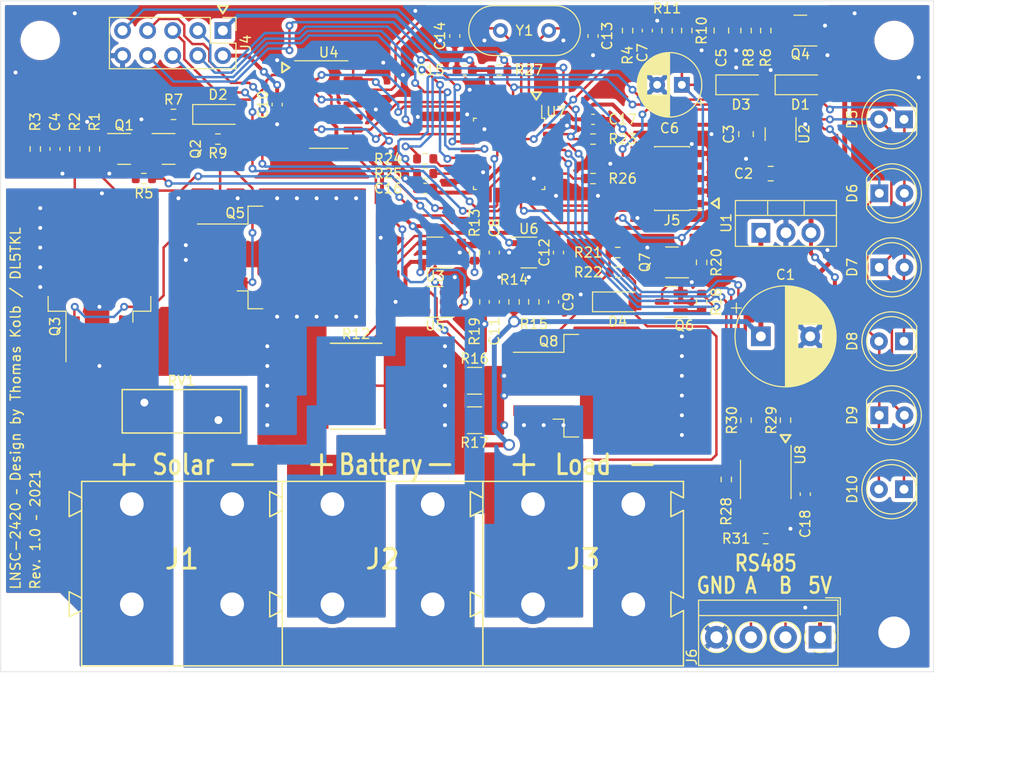
<source format=kicad_pcb>
(kicad_pcb (version 20171130) (host pcbnew 5.1.9-5.1.9)

  (general
    (thickness 1.6)
    (drawings 40)
    (tracks 874)
    (zones 0)
    (modules 87)
    (nets 60)
  )

  (page A4)
  (layers
    (0 F.Cu signal)
    (31 B.Cu signal)
    (32 B.Adhes user)
    (33 F.Adhes user)
    (34 B.Paste user)
    (35 F.Paste user)
    (36 B.SilkS user)
    (37 F.SilkS user)
    (38 B.Mask user)
    (39 F.Mask user)
    (40 Dwgs.User user)
    (41 Cmts.User user)
    (42 Eco1.User user)
    (43 Eco2.User user)
    (44 Edge.Cuts user)
    (45 Margin user)
    (46 B.CrtYd user)
    (47 F.CrtYd user)
    (48 B.Fab user hide)
    (49 F.Fab user hide)
  )

  (setup
    (last_trace_width 0.25)
    (user_trace_width 0.25)
    (user_trace_width 0.5)
    (trace_clearance 0.2)
    (zone_clearance 0.4)
    (zone_45_only no)
    (trace_min 0.2)
    (via_size 0.8)
    (via_drill 0.4)
    (via_min_size 0.4)
    (via_min_drill 0.3)
    (user_via 0.8 0.4)
    (user_via 1.2 0.8)
    (uvia_size 0.3)
    (uvia_drill 0.1)
    (uvias_allowed no)
    (uvia_min_size 0.2)
    (uvia_min_drill 0.1)
    (edge_width 0.05)
    (segment_width 0.2)
    (pcb_text_width 0.3)
    (pcb_text_size 1.5 1.5)
    (mod_edge_width 0.12)
    (mod_text_size 1 1)
    (mod_text_width 0.15)
    (pad_size 1.8 1.8)
    (pad_drill 0.8)
    (pad_to_mask_clearance 0)
    (aux_axis_origin 0 0)
    (visible_elements FFFFFF7F)
    (pcbplotparams
      (layerselection 0x010fc_ffffffff)
      (usegerberextensions false)
      (usegerberattributes true)
      (usegerberadvancedattributes true)
      (creategerberjobfile true)
      (excludeedgelayer true)
      (linewidth 0.100000)
      (plotframeref false)
      (viasonmask false)
      (mode 1)
      (useauxorigin false)
      (hpglpennumber 1)
      (hpglpenspeed 20)
      (hpglpendiameter 15.000000)
      (psnegative false)
      (psa4output false)
      (plotreference true)
      (plotvalue true)
      (plotinvisibletext false)
      (padsonsilk false)
      (subtractmaskfromsilk false)
      (outputformat 1)
      (mirror false)
      (drillshape 1)
      (scaleselection 1)
      (outputdirectory ""))
  )

  (net 0 "")
  (net 1 GND)
  (net 2 Bat+)
  (net 3 +5V)
  (net 4 +3V3)
  (net 5 /Switching/Raw_U_Solar)
  (net 6 "Net-(C5-Pad2)")
  (net 7 "Net-(C5-Pad1)")
  (net 8 +VSW)
  (net 9 /Switching/Raw_U_SW)
  (net 10 "Net-(C8-Pad1)")
  (net 11 /Switching/Raw_U_Bat)
  (net 12 "Net-(C11-Pad1)")
  (net 13 "Net-(C13-Pad1)")
  (net 14 "Net-(C14-Pad1)")
  (net 15 "Net-(D2-Pad2)")
  (net 16 "Net-(D2-Pad1)")
  (net 17 Load+)
  (net 18 "Net-(D4-Pad1)")
  (net 19 "Net-(D5-Pad1)")
  (net 20 Solar+)
  (net 21 /Control/NRST)
  (net 22 /Control/BOOT0)
  (net 23 /Control/EXT_SCL_TX)
  (net 24 /Control/EXT_MISO)
  (net 25 /Control/EXT_SDA_RX)
  (net 26 /Control/EXT_MOSI)
  (net 27 /Control/EXT_SCK)
  (net 28 /Control/SWDCLK)
  (net 29 /Control/SWDIO)
  (net 30 "Net-(J6-Pad3)")
  (net 31 "Net-(J6-Pad2)")
  (net 32 "Net-(Q1-Pad3)")
  (net 33 "Net-(Q1-Pad1)")
  (net 34 "Net-(Q2-Pad3)")
  (net 35 "Net-(Q4-Pad3)")
  (net 36 "Net-(Q4-Pad1)")
  (net 37 "Net-(Q5-Pad2)")
  (net 38 "Net-(Q6-Pad3)")
  (net 39 "Net-(Q6-Pad1)")
  (net 40 "Net-(Q7-Pad3)")
  (net 41 "Net-(Q8-Pad2)")
  (net 42 Solar_Sw)
  (net 43 ChargePump)
  (net 44 Load_Sw)
  (net 45 /Control/LED_MUX_A)
  (net 46 /Control/LED_MUX_B)
  (net 47 /Control/LED_MUX_C)
  (net 48 /Control/RS485_DE)
  (net 49 /Control/RS485_RX)
  (net 50 "Net-(R29-Pad1)")
  (net 51 /Control/RS485_TX)
  (net 52 "Net-(R30-Pad1)")
  (net 53 Meas_U_SW)
  (net 54 Meas_U_Solar)
  (net 55 Meas_I_Load)
  (net 56 Meas_I_Solar)
  (net 57 Meas_U_Bat)
  (net 58 "Net-(D10-Pad1)")
  (net 59 "Net-(D10-Pad2)")

  (net_class Default "This is the default net class."
    (clearance 0.2)
    (trace_width 0.25)
    (via_dia 0.8)
    (via_drill 0.4)
    (uvia_dia 0.3)
    (uvia_drill 0.1)
    (add_net +VSW)
    (add_net /Control/BOOT0)
    (add_net /Control/EXT_MISO)
    (add_net /Control/EXT_MOSI)
    (add_net /Control/EXT_SCK)
    (add_net /Control/EXT_SCL_TX)
    (add_net /Control/EXT_SDA_RX)
    (add_net /Control/LED_MUX_A)
    (add_net /Control/LED_MUX_B)
    (add_net /Control/LED_MUX_C)
    (add_net /Control/NRST)
    (add_net /Control/RS485_DE)
    (add_net /Control/RS485_RX)
    (add_net /Control/RS485_TX)
    (add_net /Control/SWDCLK)
    (add_net /Control/SWDIO)
    (add_net /Switching/Raw_U_Bat)
    (add_net /Switching/Raw_U_SW)
    (add_net /Switching/Raw_U_Solar)
    (add_net ChargePump)
    (add_net GND)
    (add_net Load_Sw)
    (add_net Meas_I_Load)
    (add_net Meas_I_Solar)
    (add_net Meas_U_Bat)
    (add_net Meas_U_SW)
    (add_net Meas_U_Solar)
    (add_net "Net-(C11-Pad1)")
    (add_net "Net-(C13-Pad1)")
    (add_net "Net-(C14-Pad1)")
    (add_net "Net-(C5-Pad1)")
    (add_net "Net-(C5-Pad2)")
    (add_net "Net-(C8-Pad1)")
    (add_net "Net-(D10-Pad1)")
    (add_net "Net-(D10-Pad2)")
    (add_net "Net-(D2-Pad1)")
    (add_net "Net-(D2-Pad2)")
    (add_net "Net-(D4-Pad1)")
    (add_net "Net-(D5-Pad1)")
    (add_net "Net-(J6-Pad2)")
    (add_net "Net-(J6-Pad3)")
    (add_net "Net-(Q1-Pad1)")
    (add_net "Net-(Q1-Pad3)")
    (add_net "Net-(Q2-Pad3)")
    (add_net "Net-(Q4-Pad1)")
    (add_net "Net-(Q4-Pad3)")
    (add_net "Net-(Q5-Pad2)")
    (add_net "Net-(Q6-Pad1)")
    (add_net "Net-(Q6-Pad3)")
    (add_net "Net-(Q7-Pad3)")
    (add_net "Net-(Q8-Pad2)")
    (add_net "Net-(R29-Pad1)")
    (add_net "Net-(R30-Pad1)")
    (add_net Solar_Sw)
  )

  (net_class HighPower ""
    (clearance 0.3)
    (trace_width 20)
    (via_dia 2)
    (via_drill 1.2)
    (uvia_dia 0.3)
    (uvia_drill 0.1)
    (add_net Bat+)
    (add_net Load+)
    (add_net Solar+)
  )

  (net_class Power ""
    (clearance 0.3)
    (trace_width 0.4)
    (via_dia 0.8)
    (via_drill 0.4)
    (uvia_dia 0.3)
    (uvia_drill 0.1)
    (add_net +3V3)
    (add_net +5V)
  )

  (module LED_THT:LED_D5.0mm (layer F.Cu) (tedit 5995936A) (tstamp 6089D97E)
    (at 114.5 124.5 180)
    (descr "LED, diameter 5.0mm, 2 pins, http://cdn-reichelt.de/documents/datenblatt/A500/LL-504BC2E-009.pdf")
    (tags "LED diameter 5.0mm 2 pins")
    (path /607F325D/608A2881)
    (fp_text reference D10 (at 5.25 0 90) (layer F.SilkS)
      (effects (font (size 1 1) (thickness 0.15)))
    )
    (fp_text value DISCHARGE_PULSE (at 1.27 3.96) (layer F.Fab)
      (effects (font (size 1 1) (thickness 0.15)))
    )
    (fp_circle (center 1.27 0) (end 3.77 0) (layer F.Fab) (width 0.1))
    (fp_circle (center 1.27 0) (end 3.77 0) (layer F.SilkS) (width 0.12))
    (fp_line (start -1.23 -1.469694) (end -1.23 1.469694) (layer F.Fab) (width 0.1))
    (fp_line (start -1.29 -1.545) (end -1.29 1.545) (layer F.SilkS) (width 0.12))
    (fp_line (start -1.95 -3.25) (end -1.95 3.25) (layer F.CrtYd) (width 0.05))
    (fp_line (start -1.95 3.25) (end 4.5 3.25) (layer F.CrtYd) (width 0.05))
    (fp_line (start 4.5 3.25) (end 4.5 -3.25) (layer F.CrtYd) (width 0.05))
    (fp_line (start 4.5 -3.25) (end -1.95 -3.25) (layer F.CrtYd) (width 0.05))
    (fp_text user %R (at 1.25 0) (layer F.Fab)
      (effects (font (size 0.8 0.8) (thickness 0.2)))
    )
    (fp_arc (start 1.27 0) (end -1.29 1.54483) (angle -148.9) (layer F.SilkS) (width 0.12))
    (fp_arc (start 1.27 0) (end -1.29 -1.54483) (angle 148.9) (layer F.SilkS) (width 0.12))
    (fp_arc (start 1.27 0) (end -1.23 -1.469694) (angle 299.1) (layer F.Fab) (width 0.1))
    (pad 2 thru_hole circle (at 2.54 0 180) (size 1.8 1.8) (drill 0.9) (layers *.Cu *.Mask)
      (net 59 "Net-(D10-Pad2)"))
    (pad 1 thru_hole rect (at 0 0 180) (size 1.8 1.8) (drill 0.9) (layers *.Cu *.Mask)
      (net 58 "Net-(D10-Pad1)"))
    (model ${KICAD6_3DMODEL_DIR}/LED_THT.3dshapes/LED_D5.0mm.wrl
      (at (xyz 0 0 0))
      (scale (xyz 1 1 1))
      (rotate (xyz 0 0 0))
    )
  )

  (module MountingHole:MountingHole_3.2mm_M3_Pad (layer F.Cu) (tedit 608B1DD8) (tstamp 6088A39D)
    (at 113.5 139)
    (descr "Mounting Hole 3.2mm, M3")
    (tags "mounting hole 3.2mm m3")
    (path /608E6AA2)
    (attr virtual)
    (fp_text reference H4 (at 0 -4.2) (layer F.SilkS) hide
      (effects (font (size 1 1) (thickness 0.15)))
    )
    (fp_text value MountingHole_Pad (at 0 4.2) (layer F.Fab)
      (effects (font (size 1 1) (thickness 0.15)))
    )
    (fp_circle (center 0 0) (end 3.45 0) (layer F.CrtYd) (width 0.05))
    (fp_circle (center 0 0) (end 3.2 0) (layer Cmts.User) (width 0.15))
    (fp_text user %R (at 0.3 0) (layer F.Fab)
      (effects (font (size 1 1) (thickness 0.15)))
    )
    (pad 1 thru_hole circle (at 0 0) (size 6.4 6.4) (drill 3.2) (layers *.Cu *.Mask)
      (net 1 GND) (zone_connect 2))
  )

  (module MountingHole:MountingHole_3.2mm_M3 (layer F.Cu) (tedit 56D1B4CB) (tstamp 6088BB0C)
    (at 113.5 79)
    (descr "Mounting Hole 3.2mm, no annular, M3")
    (tags "mounting hole 3.2mm no annular m3")
    (path /608E7C54)
    (attr virtual)
    (fp_text reference H3 (at 0 -4.2) (layer F.SilkS) hide
      (effects (font (size 1 1) (thickness 0.15)))
    )
    (fp_text value MountingHole_M3 (at 0 4.2) (layer F.Fab)
      (effects (font (size 1 1) (thickness 0.15)))
    )
    (fp_circle (center 0 0) (end 3.45 0) (layer F.CrtYd) (width 0.05))
    (fp_circle (center 0 0) (end 3.2 0) (layer Cmts.User) (width 0.15))
    (fp_text user %R (at 0.3 0) (layer F.Fab)
      (effects (font (size 1 1) (thickness 0.15)))
    )
    (pad 1 np_thru_hole circle (at 0 0) (size 3.2 3.2) (drill 3.2) (layers *.Cu *.Mask))
  )

  (module MountingHole:MountingHole_3.2mm_M3 (layer F.Cu) (tedit 56D1B4CB) (tstamp 6088A38D)
    (at 27 139)
    (descr "Mounting Hole 3.2mm, no annular, M3")
    (tags "mounting hole 3.2mm no annular m3")
    (path /608E7A5C)
    (attr virtual)
    (fp_text reference H2 (at 0 -4.2) (layer F.SilkS) hide
      (effects (font (size 1 1) (thickness 0.15)))
    )
    (fp_text value MountingHole_M3 (at 0 4.2) (layer F.Fab)
      (effects (font (size 1 1) (thickness 0.15)))
    )
    (fp_circle (center 0 0) (end 3.45 0) (layer F.CrtYd) (width 0.05))
    (fp_circle (center 0 0) (end 3.2 0) (layer Cmts.User) (width 0.15))
    (fp_text user %R (at 0.3 0) (layer F.Fab)
      (effects (font (size 1 1) (thickness 0.15)))
    )
    (pad 1 np_thru_hole circle (at 0 0) (size 3.2 3.2) (drill 3.2) (layers *.Cu *.Mask))
  )

  (module MountingHole:MountingHole_3.2mm_M3 (layer F.Cu) (tedit 56D1B4CB) (tstamp 6088A385)
    (at 27 79)
    (descr "Mounting Hole 3.2mm, no annular, M3")
    (tags "mounting hole 3.2mm no annular m3")
    (path /608E5819)
    (attr virtual)
    (fp_text reference H1 (at 0 -4.2) (layer F.SilkS) hide
      (effects (font (size 1 1) (thickness 0.15)))
    )
    (fp_text value MountingHole_M3 (at 0 4.2) (layer F.Fab)
      (effects (font (size 1 1) (thickness 0.15)))
    )
    (fp_circle (center 0 0) (end 3.45 0) (layer F.CrtYd) (width 0.05))
    (fp_circle (center 0 0) (end 3.2 0) (layer Cmts.User) (width 0.15))
    (fp_text user %R (at 0.3 0) (layer F.Fab)
      (effects (font (size 1 1) (thickness 0.15)))
    )
    (pad 1 np_thru_hole circle (at 0 0) (size 3.2 3.2) (drill 3.2) (layers *.Cu *.Mask))
  )

  (module Package_TO_SOT_THT:TO-220-3_Vertical (layer F.Cu) (tedit 5AC8BA0D) (tstamp 60860695)
    (at 100 98.5)
    (descr "TO-220-3, Vertical, RM 2.54mm, see https://www.vishay.com/docs/66542/to-220-1.pdf")
    (tags "TO-220-3 Vertical RM 2.54mm")
    (path /609371DE)
    (fp_text reference U1 (at -3.5 -1 90) (layer F.SilkS)
      (effects (font (size 1 1) (thickness 0.15)))
    )
    (fp_text value OKI-78SR-5_1.5-W36-C (at 2.54 2.5) (layer F.Fab)
      (effects (font (size 1 1) (thickness 0.15)))
    )
    (fp_line (start 7.79 -3.4) (end -2.71 -3.4) (layer F.CrtYd) (width 0.05))
    (fp_line (start 7.79 1.51) (end 7.79 -3.4) (layer F.CrtYd) (width 0.05))
    (fp_line (start -2.71 1.51) (end 7.79 1.51) (layer F.CrtYd) (width 0.05))
    (fp_line (start -2.71 -3.4) (end -2.71 1.51) (layer F.CrtYd) (width 0.05))
    (fp_line (start 4.391 -3.27) (end 4.391 -1.76) (layer F.SilkS) (width 0.12))
    (fp_line (start 0.69 -3.27) (end 0.69 -1.76) (layer F.SilkS) (width 0.12))
    (fp_line (start -2.58 -1.76) (end 7.66 -1.76) (layer F.SilkS) (width 0.12))
    (fp_line (start 7.66 -3.27) (end 7.66 1.371) (layer F.SilkS) (width 0.12))
    (fp_line (start -2.58 -3.27) (end -2.58 1.371) (layer F.SilkS) (width 0.12))
    (fp_line (start -2.58 1.371) (end 7.66 1.371) (layer F.SilkS) (width 0.12))
    (fp_line (start -2.58 -3.27) (end 7.66 -3.27) (layer F.SilkS) (width 0.12))
    (fp_line (start 4.39 -3.15) (end 4.39 -1.88) (layer F.Fab) (width 0.1))
    (fp_line (start 0.69 -3.15) (end 0.69 -1.88) (layer F.Fab) (width 0.1))
    (fp_line (start -2.46 -1.88) (end 7.54 -1.88) (layer F.Fab) (width 0.1))
    (fp_line (start 7.54 -3.15) (end -2.46 -3.15) (layer F.Fab) (width 0.1))
    (fp_line (start 7.54 1.25) (end 7.54 -3.15) (layer F.Fab) (width 0.1))
    (fp_line (start -2.46 1.25) (end 7.54 1.25) (layer F.Fab) (width 0.1))
    (fp_line (start -2.46 -3.15) (end -2.46 1.25) (layer F.Fab) (width 0.1))
    (fp_text user %R (at 2.54 -4.27) (layer F.Fab)
      (effects (font (size 1 1) (thickness 0.15)))
    )
    (pad 3 thru_hole oval (at 5.08 0) (size 1.905 2) (drill 1.1) (layers *.Cu *.Mask)
      (net 3 +5V))
    (pad 2 thru_hole oval (at 2.54 0) (size 1.905 2) (drill 1.1) (layers *.Cu *.Mask)
      (net 1 GND))
    (pad 1 thru_hole rect (at 0 0) (size 1.905 2) (drill 1.1) (layers *.Cu *.Mask)
      (net 2 Bat+))
    (model ${KICAD6_3DMODEL_DIR}/Package_TO_SOT_THT.3dshapes/TO-220-3_Vertical.wrl
      (at (xyz 0 0 0))
      (scale (xyz 1 1 1))
      (rotate (xyz 0 0 0))
    )
  )

  (module Crystal:Crystal_HC49-U_Vertical (layer F.Cu) (tedit 5A1AD3B8) (tstamp 6085DC92)
    (at 78.5 78 180)
    (descr "Crystal THT HC-49/U http://5hertz.com/pdfs/04404_D.pdf")
    (tags "THT crystalHC-49/U")
    (path /607F325D/6083406C)
    (fp_text reference Y1 (at 2.44 0) (layer F.SilkS)
      (effects (font (size 1 1) (thickness 0.15)))
    )
    (fp_text value "8 MHz" (at 2.44 3.525) (layer F.Fab)
      (effects (font (size 1 1) (thickness 0.15)))
    )
    (fp_line (start -0.685 -2.325) (end 5.565 -2.325) (layer F.Fab) (width 0.1))
    (fp_line (start -0.685 2.325) (end 5.565 2.325) (layer F.Fab) (width 0.1))
    (fp_line (start -0.56 -2) (end 5.44 -2) (layer F.Fab) (width 0.1))
    (fp_line (start -0.56 2) (end 5.44 2) (layer F.Fab) (width 0.1))
    (fp_line (start -0.685 -2.525) (end 5.565 -2.525) (layer F.SilkS) (width 0.12))
    (fp_line (start -0.685 2.525) (end 5.565 2.525) (layer F.SilkS) (width 0.12))
    (fp_line (start -3.5 -2.8) (end -3.5 2.8) (layer F.CrtYd) (width 0.05))
    (fp_line (start -3.5 2.8) (end 8.4 2.8) (layer F.CrtYd) (width 0.05))
    (fp_line (start 8.4 2.8) (end 8.4 -2.8) (layer F.CrtYd) (width 0.05))
    (fp_line (start 8.4 -2.8) (end -3.5 -2.8) (layer F.CrtYd) (width 0.05))
    (fp_arc (start 5.565 0) (end 5.565 -2.525) (angle 180) (layer F.SilkS) (width 0.12))
    (fp_arc (start -0.685 0) (end -0.685 -2.525) (angle -180) (layer F.SilkS) (width 0.12))
    (fp_arc (start 5.44 0) (end 5.44 -2) (angle 180) (layer F.Fab) (width 0.1))
    (fp_arc (start -0.56 0) (end -0.56 -2) (angle -180) (layer F.Fab) (width 0.1))
    (fp_arc (start 5.565 0) (end 5.565 -2.325) (angle 180) (layer F.Fab) (width 0.1))
    (fp_arc (start -0.685 0) (end -0.685 -2.325) (angle -180) (layer F.Fab) (width 0.1))
    (fp_text user %R (at 2.44 0) (layer F.Fab)
      (effects (font (size 1 1) (thickness 0.15)))
    )
    (pad 2 thru_hole circle (at 4.88 0 180) (size 1.5 1.5) (drill 0.8) (layers *.Cu *.Mask)
      (net 14 "Net-(C14-Pad1)"))
    (pad 1 thru_hole circle (at 0 0 180) (size 1.5 1.5) (drill 0.8) (layers *.Cu *.Mask)
      (net 13 "Net-(C13-Pad1)"))
    (model ${KICAD6_3DMODEL_DIR}/Crystal.3dshapes/Crystal_HC49-U_Vertical.wrl
      (at (xyz 0 0 0))
      (scale (xyz 1 1 1))
      (rotate (xyz 0 0 0))
    )
  )

  (module Package_SO:SOIC-8_3.9x4.9mm_P1.27mm (layer F.Cu) (tedit 5D9F72B1) (tstamp 6085DC7B)
    (at 100.5 123.5 270)
    (descr "SOIC, 8 Pin (JEDEC MS-012AA, https://www.analog.com/media/en/package-pcb-resources/package/pkg_pdf/soic_narrow-r/r_8.pdf), generated with kicad-footprint-generator ipc_gullwing_generator.py")
    (tags "SOIC SO")
    (path /607F325D/6088823A)
    (attr smd)
    (fp_text reference U8 (at -2.5 -3.5 90) (layer F.SilkS)
      (effects (font (size 1 1) (thickness 0.15)))
    )
    (fp_text value MAX485E (at 0 3.4 90) (layer F.Fab)
      (effects (font (size 1 1) (thickness 0.15)))
    )
    (fp_line (start 0 2.56) (end 1.95 2.56) (layer F.SilkS) (width 0.12))
    (fp_line (start 0 2.56) (end -1.95 2.56) (layer F.SilkS) (width 0.12))
    (fp_line (start 0 -2.56) (end 1.95 -2.56) (layer F.SilkS) (width 0.12))
    (fp_line (start 0 -2.56) (end -3.45 -2.56) (layer F.SilkS) (width 0.12))
    (fp_line (start -0.975 -2.45) (end 1.95 -2.45) (layer F.Fab) (width 0.1))
    (fp_line (start 1.95 -2.45) (end 1.95 2.45) (layer F.Fab) (width 0.1))
    (fp_line (start 1.95 2.45) (end -1.95 2.45) (layer F.Fab) (width 0.1))
    (fp_line (start -1.95 2.45) (end -1.95 -1.475) (layer F.Fab) (width 0.1))
    (fp_line (start -1.95 -1.475) (end -0.975 -2.45) (layer F.Fab) (width 0.1))
    (fp_line (start -3.7 -2.7) (end -3.7 2.7) (layer F.CrtYd) (width 0.05))
    (fp_line (start -3.7 2.7) (end 3.7 2.7) (layer F.CrtYd) (width 0.05))
    (fp_line (start 3.7 2.7) (end 3.7 -2.7) (layer F.CrtYd) (width 0.05))
    (fp_line (start 3.7 -2.7) (end -3.7 -2.7) (layer F.CrtYd) (width 0.05))
    (fp_text user %R (at 0 0 90) (layer F.Fab)
      (effects (font (size 0.98 0.98) (thickness 0.15)))
    )
    (pad 8 smd roundrect (at 2.475 -1.905 270) (size 1.95 0.6) (layers F.Cu F.Paste F.Mask) (roundrect_rratio 0.25)
      (net 3 +5V))
    (pad 7 smd roundrect (at 2.475 -0.635 270) (size 1.95 0.6) (layers F.Cu F.Paste F.Mask) (roundrect_rratio 0.25)
      (net 31 "Net-(J6-Pad2)"))
    (pad 6 smd roundrect (at 2.475 0.635 270) (size 1.95 0.6) (layers F.Cu F.Paste F.Mask) (roundrect_rratio 0.25)
      (net 30 "Net-(J6-Pad3)"))
    (pad 5 smd roundrect (at 2.475 1.905 270) (size 1.95 0.6) (layers F.Cu F.Paste F.Mask) (roundrect_rratio 0.25)
      (net 1 GND))
    (pad 4 smd roundrect (at -2.475 1.905 270) (size 1.95 0.6) (layers F.Cu F.Paste F.Mask) (roundrect_rratio 0.25)
      (net 52 "Net-(R30-Pad1)"))
    (pad 3 smd roundrect (at -2.475 0.635 270) (size 1.95 0.6) (layers F.Cu F.Paste F.Mask) (roundrect_rratio 0.25)
      (net 48 /Control/RS485_DE))
    (pad 2 smd roundrect (at -2.475 -0.635 270) (size 1.95 0.6) (layers F.Cu F.Paste F.Mask) (roundrect_rratio 0.25)
      (net 48 /Control/RS485_DE))
    (pad 1 smd roundrect (at -2.475 -1.905 270) (size 1.95 0.6) (layers F.Cu F.Paste F.Mask) (roundrect_rratio 0.25)
      (net 50 "Net-(R29-Pad1)"))
    (model ${KICAD6_3DMODEL_DIR}/Package_SO.3dshapes/SOIC-8_3.9x4.9mm_P1.27mm.wrl
      (at (xyz 0 0 0))
      (scale (xyz 1 1 1))
      (rotate (xyz 0 0 0))
    )
  )

  (module Package_QFP:LQFP-32_7x7mm_P0.8mm (layer F.Cu) (tedit 5D9F72AF) (tstamp 6085DC61)
    (at 74.5 90.5 270)
    (descr "LQFP, 32 Pin (https://www.nxp.com/docs/en/package-information/SOT358-1.pdf), generated with kicad-footprint-generator ipc_gullwing_generator.py")
    (tags "LQFP QFP")
    (path /607F325D/60827C3B)
    (attr smd)
    (fp_text reference U7 (at -4.25 -4.75 180) (layer F.SilkS)
      (effects (font (size 1 1) (thickness 0.15)))
    )
    (fp_text value STM32F030K6Tx (at 0 5.88 90) (layer F.Fab)
      (effects (font (size 1 1) (thickness 0.15)))
    )
    (fp_line (start 3.31 3.61) (end 3.61 3.61) (layer F.SilkS) (width 0.12))
    (fp_line (start 3.61 3.61) (end 3.61 3.31) (layer F.SilkS) (width 0.12))
    (fp_line (start -3.31 3.61) (end -3.61 3.61) (layer F.SilkS) (width 0.12))
    (fp_line (start -3.61 3.61) (end -3.61 3.31) (layer F.SilkS) (width 0.12))
    (fp_line (start 3.31 -3.61) (end 3.61 -3.61) (layer F.SilkS) (width 0.12))
    (fp_line (start 3.61 -3.61) (end 3.61 -3.31) (layer F.SilkS) (width 0.12))
    (fp_line (start -3.31 -3.61) (end -3.61 -3.61) (layer F.SilkS) (width 0.12))
    (fp_line (start -3.61 -3.61) (end -3.61 -3.31) (layer F.SilkS) (width 0.12))
    (fp_line (start -3.61 -3.31) (end -4.925 -3.31) (layer F.SilkS) (width 0.12))
    (fp_line (start -2.5 -3.5) (end 3.5 -3.5) (layer F.Fab) (width 0.1))
    (fp_line (start 3.5 -3.5) (end 3.5 3.5) (layer F.Fab) (width 0.1))
    (fp_line (start 3.5 3.5) (end -3.5 3.5) (layer F.Fab) (width 0.1))
    (fp_line (start -3.5 3.5) (end -3.5 -2.5) (layer F.Fab) (width 0.1))
    (fp_line (start -3.5 -2.5) (end -2.5 -3.5) (layer F.Fab) (width 0.1))
    (fp_line (start 0 -5.18) (end -3.3 -5.18) (layer F.CrtYd) (width 0.05))
    (fp_line (start -3.3 -5.18) (end -3.3 -3.75) (layer F.CrtYd) (width 0.05))
    (fp_line (start -3.3 -3.75) (end -3.75 -3.75) (layer F.CrtYd) (width 0.05))
    (fp_line (start -3.75 -3.75) (end -3.75 -3.3) (layer F.CrtYd) (width 0.05))
    (fp_line (start -3.75 -3.3) (end -5.18 -3.3) (layer F.CrtYd) (width 0.05))
    (fp_line (start -5.18 -3.3) (end -5.18 0) (layer F.CrtYd) (width 0.05))
    (fp_line (start 0 -5.18) (end 3.3 -5.18) (layer F.CrtYd) (width 0.05))
    (fp_line (start 3.3 -5.18) (end 3.3 -3.75) (layer F.CrtYd) (width 0.05))
    (fp_line (start 3.3 -3.75) (end 3.75 -3.75) (layer F.CrtYd) (width 0.05))
    (fp_line (start 3.75 -3.75) (end 3.75 -3.3) (layer F.CrtYd) (width 0.05))
    (fp_line (start 3.75 -3.3) (end 5.18 -3.3) (layer F.CrtYd) (width 0.05))
    (fp_line (start 5.18 -3.3) (end 5.18 0) (layer F.CrtYd) (width 0.05))
    (fp_line (start 0 5.18) (end -3.3 5.18) (layer F.CrtYd) (width 0.05))
    (fp_line (start -3.3 5.18) (end -3.3 3.75) (layer F.CrtYd) (width 0.05))
    (fp_line (start -3.3 3.75) (end -3.75 3.75) (layer F.CrtYd) (width 0.05))
    (fp_line (start -3.75 3.75) (end -3.75 3.3) (layer F.CrtYd) (width 0.05))
    (fp_line (start -3.75 3.3) (end -5.18 3.3) (layer F.CrtYd) (width 0.05))
    (fp_line (start -5.18 3.3) (end -5.18 0) (layer F.CrtYd) (width 0.05))
    (fp_line (start 0 5.18) (end 3.3 5.18) (layer F.CrtYd) (width 0.05))
    (fp_line (start 3.3 5.18) (end 3.3 3.75) (layer F.CrtYd) (width 0.05))
    (fp_line (start 3.3 3.75) (end 3.75 3.75) (layer F.CrtYd) (width 0.05))
    (fp_line (start 3.75 3.75) (end 3.75 3.3) (layer F.CrtYd) (width 0.05))
    (fp_line (start 3.75 3.3) (end 5.18 3.3) (layer F.CrtYd) (width 0.05))
    (fp_line (start 5.18 3.3) (end 5.18 0) (layer F.CrtYd) (width 0.05))
    (fp_text user %R (at 0 0 90) (layer F.Fab)
      (effects (font (size 1 1) (thickness 0.15)))
    )
    (pad 32 smd roundrect (at -2.8 -4.175 270) (size 0.5 1.5) (layers F.Cu F.Paste F.Mask) (roundrect_rratio 0.25)
      (net 1 GND))
    (pad 31 smd roundrect (at -2 -4.175 270) (size 0.5 1.5) (layers F.Cu F.Paste F.Mask) (roundrect_rratio 0.25)
      (net 22 /Control/BOOT0))
    (pad 30 smd roundrect (at -1.2 -4.175 270) (size 0.5 1.5) (layers F.Cu F.Paste F.Mask) (roundrect_rratio 0.25)
      (net 49 /Control/RS485_RX))
    (pad 29 smd roundrect (at -0.4 -4.175 270) (size 0.5 1.5) (layers F.Cu F.Paste F.Mask) (roundrect_rratio 0.25)
      (net 51 /Control/RS485_TX))
    (pad 28 smd roundrect (at 0.4 -4.175 270) (size 0.5 1.5) (layers F.Cu F.Paste F.Mask) (roundrect_rratio 0.25)
      (net 48 /Control/RS485_DE))
    (pad 27 smd roundrect (at 1.2 -4.175 270) (size 0.5 1.5) (layers F.Cu F.Paste F.Mask) (roundrect_rratio 0.25))
    (pad 26 smd roundrect (at 2 -4.175 270) (size 0.5 1.5) (layers F.Cu F.Paste F.Mask) (roundrect_rratio 0.25)
      (net 47 /Control/LED_MUX_C))
    (pad 25 smd roundrect (at 2.8 -4.175 270) (size 0.5 1.5) (layers F.Cu F.Paste F.Mask) (roundrect_rratio 0.25))
    (pad 24 smd roundrect (at 4.175 -2.8 270) (size 1.5 0.5) (layers F.Cu F.Paste F.Mask) (roundrect_rratio 0.25)
      (net 28 /Control/SWDCLK))
    (pad 23 smd roundrect (at 4.175 -2 270) (size 1.5 0.5) (layers F.Cu F.Paste F.Mask) (roundrect_rratio 0.25)
      (net 29 /Control/SWDIO))
    (pad 22 smd roundrect (at 4.175 -1.2 270) (size 1.5 0.5) (layers F.Cu F.Paste F.Mask) (roundrect_rratio 0.25)
      (net 44 Load_Sw))
    (pad 21 smd roundrect (at 4.175 -0.4 270) (size 1.5 0.5) (layers F.Cu F.Paste F.Mask) (roundrect_rratio 0.25)
      (net 42 Solar_Sw))
    (pad 20 smd roundrect (at 4.175 0.4 270) (size 1.5 0.5) (layers F.Cu F.Paste F.Mask) (roundrect_rratio 0.25)
      (net 25 /Control/EXT_SDA_RX))
    (pad 19 smd roundrect (at 4.175 1.2 270) (size 1.5 0.5) (layers F.Cu F.Paste F.Mask) (roundrect_rratio 0.25)
      (net 23 /Control/EXT_SCL_TX))
    (pad 18 smd roundrect (at 4.175 2 270) (size 1.5 0.5) (layers F.Cu F.Paste F.Mask) (roundrect_rratio 0.25)
      (net 43 ChargePump))
    (pad 17 smd roundrect (at 4.175 2.8 270) (size 1.5 0.5) (layers F.Cu F.Paste F.Mask) (roundrect_rratio 0.25)
      (net 4 +3V3))
    (pad 16 smd roundrect (at 2.8 4.175 270) (size 0.5 1.5) (layers F.Cu F.Paste F.Mask) (roundrect_rratio 0.25)
      (net 1 GND))
    (pad 15 smd roundrect (at 2 4.175 270) (size 0.5 1.5) (layers F.Cu F.Paste F.Mask) (roundrect_rratio 0.25)
      (net 46 /Control/LED_MUX_B))
    (pad 14 smd roundrect (at 1.2 4.175 270) (size 0.5 1.5) (layers F.Cu F.Paste F.Mask) (roundrect_rratio 0.25)
      (net 45 /Control/LED_MUX_A))
    (pad 13 smd roundrect (at 0.4 4.175 270) (size 0.5 1.5) (layers F.Cu F.Paste F.Mask) (roundrect_rratio 0.25)
      (net 26 /Control/EXT_MOSI))
    (pad 12 smd roundrect (at -0.4 4.175 270) (size 0.5 1.5) (layers F.Cu F.Paste F.Mask) (roundrect_rratio 0.25)
      (net 24 /Control/EXT_MISO))
    (pad 11 smd roundrect (at -1.2 4.175 270) (size 0.5 1.5) (layers F.Cu F.Paste F.Mask) (roundrect_rratio 0.25)
      (net 27 /Control/EXT_SCK))
    (pad 10 smd roundrect (at -2 4.175 270) (size 0.5 1.5) (layers F.Cu F.Paste F.Mask) (roundrect_rratio 0.25)
      (net 55 Meas_I_Load))
    (pad 9 smd roundrect (at -2.8 4.175 270) (size 0.5 1.5) (layers F.Cu F.Paste F.Mask) (roundrect_rratio 0.25)
      (net 56 Meas_I_Solar))
    (pad 8 smd roundrect (at -4.175 2.8 270) (size 1.5 0.5) (layers F.Cu F.Paste F.Mask) (roundrect_rratio 0.25)
      (net 53 Meas_U_SW))
    (pad 7 smd roundrect (at -4.175 2 270) (size 1.5 0.5) (layers F.Cu F.Paste F.Mask) (roundrect_rratio 0.25)
      (net 54 Meas_U_Solar))
    (pad 6 smd roundrect (at -4.175 1.2 270) (size 1.5 0.5) (layers F.Cu F.Paste F.Mask) (roundrect_rratio 0.25)
      (net 57 Meas_U_Bat))
    (pad 5 smd roundrect (at -4.175 0.4 270) (size 1.5 0.5) (layers F.Cu F.Paste F.Mask) (roundrect_rratio 0.25)
      (net 4 +3V3))
    (pad 4 smd roundrect (at -4.175 -0.4 270) (size 1.5 0.5) (layers F.Cu F.Paste F.Mask) (roundrect_rratio 0.25)
      (net 21 /Control/NRST))
    (pad 3 smd roundrect (at -4.175 -1.2 270) (size 1.5 0.5) (layers F.Cu F.Paste F.Mask) (roundrect_rratio 0.25)
      (net 14 "Net-(C14-Pad1)"))
    (pad 2 smd roundrect (at -4.175 -2 270) (size 1.5 0.5) (layers F.Cu F.Paste F.Mask) (roundrect_rratio 0.25)
      (net 13 "Net-(C13-Pad1)"))
    (pad 1 smd roundrect (at -4.175 -2.8 270) (size 1.5 0.5) (layers F.Cu F.Paste F.Mask) (roundrect_rratio 0.25)
      (net 4 +3V3))
    (model ${KICAD6_3DMODEL_DIR}/Package_QFP.3dshapes/LQFP-32_7x7mm_P0.8mm.wrl
      (at (xyz 0 0 0))
      (scale (xyz 1 1 1))
      (rotate (xyz 0 0 0))
    )
  )

  (module Package_TO_SOT_SMD:SOT-23-5 (layer F.Cu) (tedit 5F6F9B37) (tstamp 6085DC16)
    (at 76.5 100.5)
    (descr "SOT, 5 Pin (https://www.jedec.org/sites/default/files/docs/Mo-178c.PDF variant AA), generated with kicad-footprint-generator ipc_gullwing_generator.py")
    (tags "SOT TO_SOT_SMD")
    (path /607F322E/609CB9A0)
    (attr smd)
    (fp_text reference U6 (at 0 -2.4) (layer F.SilkS)
      (effects (font (size 1 1) (thickness 0.15)))
    )
    (fp_text value MCP6421T-EOT (at 0 2.4) (layer F.Fab)
      (effects (font (size 1 1) (thickness 0.15)))
    )
    (fp_line (start 0 1.56) (end 0.8 1.56) (layer F.SilkS) (width 0.12))
    (fp_line (start 0 1.56) (end -0.8 1.56) (layer F.SilkS) (width 0.12))
    (fp_line (start 0 -1.56) (end 0.8 -1.56) (layer F.SilkS) (width 0.12))
    (fp_line (start 0 -1.56) (end -1.8 -1.56) (layer F.SilkS) (width 0.12))
    (fp_line (start -0.4 -1.45) (end 0.8 -1.45) (layer F.Fab) (width 0.1))
    (fp_line (start 0.8 -1.45) (end 0.8 1.45) (layer F.Fab) (width 0.1))
    (fp_line (start 0.8 1.45) (end -0.8 1.45) (layer F.Fab) (width 0.1))
    (fp_line (start -0.8 1.45) (end -0.8 -1.05) (layer F.Fab) (width 0.1))
    (fp_line (start -0.8 -1.05) (end -0.4 -1.45) (layer F.Fab) (width 0.1))
    (fp_line (start -2.05 -1.7) (end -2.05 1.7) (layer F.CrtYd) (width 0.05))
    (fp_line (start -2.05 1.7) (end 2.05 1.7) (layer F.CrtYd) (width 0.05))
    (fp_line (start 2.05 1.7) (end 2.05 -1.7) (layer F.CrtYd) (width 0.05))
    (fp_line (start 2.05 -1.7) (end -2.05 -1.7) (layer F.CrtYd) (width 0.05))
    (fp_text user %R (at 0 0) (layer F.Fab)
      (effects (font (size 0.4 0.4) (thickness 0.06)))
    )
    (pad 5 smd roundrect (at 1.1375 -0.95) (size 1.325 0.6) (layers F.Cu F.Paste F.Mask) (roundrect_rratio 0.25)
      (net 3 +5V))
    (pad 4 smd roundrect (at 1.1375 0.95) (size 1.325 0.6) (layers F.Cu F.Paste F.Mask) (roundrect_rratio 0.25)
      (net 57 Meas_U_Bat))
    (pad 3 smd roundrect (at -1.1375 0.95) (size 1.325 0.6) (layers F.Cu F.Paste F.Mask) (roundrect_rratio 0.25)
      (net 11 /Switching/Raw_U_Bat))
    (pad 2 smd roundrect (at -1.1375 0) (size 1.325 0.6) (layers F.Cu F.Paste F.Mask) (roundrect_rratio 0.25)
      (net 1 GND))
    (pad 1 smd roundrect (at -1.1375 -0.95) (size 1.325 0.6) (layers F.Cu F.Paste F.Mask) (roundrect_rratio 0.25)
      (net 57 Meas_U_Bat))
    (model ${KICAD6_3DMODEL_DIR}/Package_TO_SOT_SMD.3dshapes/SOT-23-5.wrl
      (at (xyz 0 0 0))
      (scale (xyz 1 1 1))
      (rotate (xyz 0 0 0))
    )
  )

  (module Package_TO_SOT_SMD:SOT-23-5 (layer F.Cu) (tedit 5F6F9B37) (tstamp 6085DBFF)
    (at 67 105.5 180)
    (descr "SOT, 5 Pin (https://www.jedec.org/sites/default/files/docs/Mo-178c.PDF variant AA), generated with kicad-footprint-generator ipc_gullwing_generator.py")
    (tags "SOT TO_SOT_SMD")
    (path /607F322E/60808AAA)
    (attr smd)
    (fp_text reference U5 (at 0 -2.4) (layer F.SilkS)
      (effects (font (size 1 1) (thickness 0.15)))
    )
    (fp_text value INA139 (at 0 2.4) (layer F.Fab)
      (effects (font (size 1 1) (thickness 0.15)))
    )
    (fp_line (start 0 1.56) (end 0.8 1.56) (layer F.SilkS) (width 0.12))
    (fp_line (start 0 1.56) (end -0.8 1.56) (layer F.SilkS) (width 0.12))
    (fp_line (start 0 -1.56) (end 0.8 -1.56) (layer F.SilkS) (width 0.12))
    (fp_line (start 0 -1.56) (end -1.8 -1.56) (layer F.SilkS) (width 0.12))
    (fp_line (start -0.4 -1.45) (end 0.8 -1.45) (layer F.Fab) (width 0.1))
    (fp_line (start 0.8 -1.45) (end 0.8 1.45) (layer F.Fab) (width 0.1))
    (fp_line (start 0.8 1.45) (end -0.8 1.45) (layer F.Fab) (width 0.1))
    (fp_line (start -0.8 1.45) (end -0.8 -1.05) (layer F.Fab) (width 0.1))
    (fp_line (start -0.8 -1.05) (end -0.4 -1.45) (layer F.Fab) (width 0.1))
    (fp_line (start -2.05 -1.7) (end -2.05 1.7) (layer F.CrtYd) (width 0.05))
    (fp_line (start -2.05 1.7) (end 2.05 1.7) (layer F.CrtYd) (width 0.05))
    (fp_line (start 2.05 1.7) (end 2.05 -1.7) (layer F.CrtYd) (width 0.05))
    (fp_line (start 2.05 -1.7) (end -2.05 -1.7) (layer F.CrtYd) (width 0.05))
    (fp_text user %R (at 0 0) (layer F.Fab)
      (effects (font (size 0.4 0.4) (thickness 0.06)))
    )
    (pad 5 smd roundrect (at 1.1375 -0.95 180) (size 1.325 0.6) (layers F.Cu F.Paste F.Mask) (roundrect_rratio 0.25)
      (net 3 +5V))
    (pad 4 smd roundrect (at 1.1375 0.95 180) (size 1.325 0.6) (layers F.Cu F.Paste F.Mask) (roundrect_rratio 0.25)
      (net 41 "Net-(Q8-Pad2)"))
    (pad 3 smd roundrect (at -1.1375 0.95 180) (size 1.325 0.6) (layers F.Cu F.Paste F.Mask) (roundrect_rratio 0.25)
      (net 2 Bat+))
    (pad 2 smd roundrect (at -1.1375 0 180) (size 1.325 0.6) (layers F.Cu F.Paste F.Mask) (roundrect_rratio 0.25)
      (net 1 GND))
    (pad 1 smd roundrect (at -1.1375 -0.95 180) (size 1.325 0.6) (layers F.Cu F.Paste F.Mask) (roundrect_rratio 0.25)
      (net 12 "Net-(C11-Pad1)"))
    (model ${KICAD6_3DMODEL_DIR}/Package_TO_SOT_SMD.3dshapes/SOT-23-5.wrl
      (at (xyz 0 0 0))
      (scale (xyz 1 1 1))
      (rotate (xyz 0 0 0))
    )
  )

  (module Package_SO:SO-14_3.9x8.65mm_P1.27mm (layer F.Cu) (tedit 5F427CE7) (tstamp 6085DBE8)
    (at 56.225354 85.5)
    (descr "SO, 14 Pin (https://www.st.com/resource/en/datasheet/l6491.pdf), generated with kicad-footprint-generator ipc_gullwing_generator.py")
    (tags "SO SO")
    (path /607F322E/60867AE2)
    (attr smd)
    (fp_text reference U4 (at 0 -5.28) (layer F.SilkS)
      (effects (font (size 1 1) (thickness 0.15)))
    )
    (fp_text value MCP6424 (at 0 5.28) (layer F.Fab)
      (effects (font (size 1 1) (thickness 0.15)))
    )
    (fp_line (start 0 4.435) (end 1.95 4.435) (layer F.SilkS) (width 0.12))
    (fp_line (start 0 4.435) (end -1.95 4.435) (layer F.SilkS) (width 0.12))
    (fp_line (start 0 -4.435) (end 1.95 -4.435) (layer F.SilkS) (width 0.12))
    (fp_line (start 0 -4.435) (end -3.45 -4.435) (layer F.SilkS) (width 0.12))
    (fp_line (start -0.975 -4.325) (end 1.95 -4.325) (layer F.Fab) (width 0.1))
    (fp_line (start 1.95 -4.325) (end 1.95 4.325) (layer F.Fab) (width 0.1))
    (fp_line (start 1.95 4.325) (end -1.95 4.325) (layer F.Fab) (width 0.1))
    (fp_line (start -1.95 4.325) (end -1.95 -3.35) (layer F.Fab) (width 0.1))
    (fp_line (start -1.95 -3.35) (end -0.975 -4.325) (layer F.Fab) (width 0.1))
    (fp_line (start -3.7 -4.58) (end -3.7 4.58) (layer F.CrtYd) (width 0.05))
    (fp_line (start -3.7 4.58) (end 3.7 4.58) (layer F.CrtYd) (width 0.05))
    (fp_line (start 3.7 4.58) (end 3.7 -4.58) (layer F.CrtYd) (width 0.05))
    (fp_line (start 3.7 -4.58) (end -3.7 -4.58) (layer F.CrtYd) (width 0.05))
    (fp_text user %R (at 0 0) (layer F.Fab)
      (effects (font (size 0.98 0.98) (thickness 0.15)))
    )
    (pad 14 smd roundrect (at 2.475 -3.81) (size 1.95 0.6) (layers F.Cu F.Paste F.Mask) (roundrect_rratio 0.25)
      (net 53 Meas_U_SW))
    (pad 13 smd roundrect (at 2.475 -2.54) (size 1.95 0.6) (layers F.Cu F.Paste F.Mask) (roundrect_rratio 0.25)
      (net 53 Meas_U_SW))
    (pad 12 smd roundrect (at 2.475 -1.27) (size 1.95 0.6) (layers F.Cu F.Paste F.Mask) (roundrect_rratio 0.25)
      (net 9 /Switching/Raw_U_SW))
    (pad 11 smd roundrect (at 2.475 0) (size 1.95 0.6) (layers F.Cu F.Paste F.Mask) (roundrect_rratio 0.25)
      (net 1 GND))
    (pad 10 smd roundrect (at 2.475 1.27) (size 1.95 0.6) (layers F.Cu F.Paste F.Mask) (roundrect_rratio 0.25)
      (net 5 /Switching/Raw_U_Solar))
    (pad 9 smd roundrect (at 2.475 2.54) (size 1.95 0.6) (layers F.Cu F.Paste F.Mask) (roundrect_rratio 0.25)
      (net 54 Meas_U_Solar))
    (pad 8 smd roundrect (at 2.475 3.81) (size 1.95 0.6) (layers F.Cu F.Paste F.Mask) (roundrect_rratio 0.25)
      (net 54 Meas_U_Solar))
    (pad 7 smd roundrect (at -2.475 3.81) (size 1.95 0.6) (layers F.Cu F.Paste F.Mask) (roundrect_rratio 0.25)
      (net 55 Meas_I_Load))
    (pad 6 smd roundrect (at -2.475 2.54) (size 1.95 0.6) (layers F.Cu F.Paste F.Mask) (roundrect_rratio 0.25)
      (net 55 Meas_I_Load))
    (pad 5 smd roundrect (at -2.475 1.27) (size 1.95 0.6) (layers F.Cu F.Paste F.Mask) (roundrect_rratio 0.25)
      (net 12 "Net-(C11-Pad1)"))
    (pad 4 smd roundrect (at -2.475 0) (size 1.95 0.6) (layers F.Cu F.Paste F.Mask) (roundrect_rratio 0.25)
      (net 3 +5V))
    (pad 3 smd roundrect (at -2.475 -1.27) (size 1.95 0.6) (layers F.Cu F.Paste F.Mask) (roundrect_rratio 0.25)
      (net 10 "Net-(C8-Pad1)"))
    (pad 2 smd roundrect (at -2.475 -2.54) (size 1.95 0.6) (layers F.Cu F.Paste F.Mask) (roundrect_rratio 0.25)
      (net 56 Meas_I_Solar))
    (pad 1 smd roundrect (at -2.475 -3.81) (size 1.95 0.6) (layers F.Cu F.Paste F.Mask) (roundrect_rratio 0.25)
      (net 56 Meas_I_Solar))
    (model ${KICAD6_3DMODEL_DIR}/Package_SO.3dshapes/SO-14_3.9x8.65mm_P1.27mm.wrl
      (at (xyz 0 0 0))
      (scale (xyz 1 1 1))
      (rotate (xyz 0 0 0))
    )
  )

  (module Package_TO_SOT_SMD:SOT-23-5 (layer F.Cu) (tedit 5F6F9B37) (tstamp 6085DBC8)
    (at 67 100.5 180)
    (descr "SOT, 5 Pin (https://www.jedec.org/sites/default/files/docs/Mo-178c.PDF variant AA), generated with kicad-footprint-generator ipc_gullwing_generator.py")
    (tags "SOT TO_SOT_SMD")
    (path /607F322E/607F8185)
    (attr smd)
    (fp_text reference U3 (at 0 -2.4) (layer F.SilkS)
      (effects (font (size 1 1) (thickness 0.15)))
    )
    (fp_text value INA139 (at 0 2.4) (layer F.Fab)
      (effects (font (size 1 1) (thickness 0.15)))
    )
    (fp_line (start 0 1.56) (end 0.8 1.56) (layer F.SilkS) (width 0.12))
    (fp_line (start 0 1.56) (end -0.8 1.56) (layer F.SilkS) (width 0.12))
    (fp_line (start 0 -1.56) (end 0.8 -1.56) (layer F.SilkS) (width 0.12))
    (fp_line (start 0 -1.56) (end -1.8 -1.56) (layer F.SilkS) (width 0.12))
    (fp_line (start -0.4 -1.45) (end 0.8 -1.45) (layer F.Fab) (width 0.1))
    (fp_line (start 0.8 -1.45) (end 0.8 1.45) (layer F.Fab) (width 0.1))
    (fp_line (start 0.8 1.45) (end -0.8 1.45) (layer F.Fab) (width 0.1))
    (fp_line (start -0.8 1.45) (end -0.8 -1.05) (layer F.Fab) (width 0.1))
    (fp_line (start -0.8 -1.05) (end -0.4 -1.45) (layer F.Fab) (width 0.1))
    (fp_line (start -2.05 -1.7) (end -2.05 1.7) (layer F.CrtYd) (width 0.05))
    (fp_line (start -2.05 1.7) (end 2.05 1.7) (layer F.CrtYd) (width 0.05))
    (fp_line (start 2.05 1.7) (end 2.05 -1.7) (layer F.CrtYd) (width 0.05))
    (fp_line (start 2.05 -1.7) (end -2.05 -1.7) (layer F.CrtYd) (width 0.05))
    (fp_text user %R (at 0 0) (layer F.Fab)
      (effects (font (size 0.4 0.4) (thickness 0.06)))
    )
    (pad 5 smd roundrect (at 1.1375 -0.95 180) (size 1.325 0.6) (layers F.Cu F.Paste F.Mask) (roundrect_rratio 0.25)
      (net 3 +5V))
    (pad 4 smd roundrect (at 1.1375 0.95 180) (size 1.325 0.6) (layers F.Cu F.Paste F.Mask) (roundrect_rratio 0.25)
      (net 2 Bat+))
    (pad 3 smd roundrect (at -1.1375 0.95 180) (size 1.325 0.6) (layers F.Cu F.Paste F.Mask) (roundrect_rratio 0.25)
      (net 37 "Net-(Q5-Pad2)"))
    (pad 2 smd roundrect (at -1.1375 0 180) (size 1.325 0.6) (layers F.Cu F.Paste F.Mask) (roundrect_rratio 0.25)
      (net 1 GND))
    (pad 1 smd roundrect (at -1.1375 -0.95 180) (size 1.325 0.6) (layers F.Cu F.Paste F.Mask) (roundrect_rratio 0.25)
      (net 10 "Net-(C8-Pad1)"))
    (model ${KICAD6_3DMODEL_DIR}/Package_TO_SOT_SMD.3dshapes/SOT-23-5.wrl
      (at (xyz 0 0 0))
      (scale (xyz 1 1 1))
      (rotate (xyz 0 0 0))
    )
  )

  (module Package_TO_SOT_SMD:SOT-23 (layer F.Cu) (tedit 5FA16958) (tstamp 6085DBB1)
    (at 102 88.5 270)
    (descr "SOT, 3 Pin (https://www.jedec.org/system/files/docs/to-236h.pdf variant AB), generated with kicad-footprint-generator ipc_gullwing_generator.py")
    (tags "SOT TO_SOT_SMD")
    (path /6093C30D)
    (attr smd)
    (fp_text reference U2 (at 0 -2.4 90) (layer F.SilkS)
      (effects (font (size 1 1) (thickness 0.15)))
    )
    (fp_text value MCP1700-3302E_SOT23 (at 0 2.4 90) (layer F.Fab)
      (effects (font (size 1 1) (thickness 0.15)))
    )
    (fp_line (start 0 1.56) (end 0.65 1.56) (layer F.SilkS) (width 0.12))
    (fp_line (start 0 1.56) (end -0.65 1.56) (layer F.SilkS) (width 0.12))
    (fp_line (start 0 -1.56) (end 0.65 -1.56) (layer F.SilkS) (width 0.12))
    (fp_line (start 0 -1.56) (end -1.675 -1.56) (layer F.SilkS) (width 0.12))
    (fp_line (start -0.325 -1.45) (end 0.65 -1.45) (layer F.Fab) (width 0.1))
    (fp_line (start 0.65 -1.45) (end 0.65 1.45) (layer F.Fab) (width 0.1))
    (fp_line (start 0.65 1.45) (end -0.65 1.45) (layer F.Fab) (width 0.1))
    (fp_line (start -0.65 1.45) (end -0.65 -1.125) (layer F.Fab) (width 0.1))
    (fp_line (start -0.65 -1.125) (end -0.325 -1.45) (layer F.Fab) (width 0.1))
    (fp_line (start -1.92 -1.7) (end -1.92 1.7) (layer F.CrtYd) (width 0.05))
    (fp_line (start -1.92 1.7) (end 1.92 1.7) (layer F.CrtYd) (width 0.05))
    (fp_line (start 1.92 1.7) (end 1.92 -1.7) (layer F.CrtYd) (width 0.05))
    (fp_line (start 1.92 -1.7) (end -1.92 -1.7) (layer F.CrtYd) (width 0.05))
    (fp_text user %R (at 0 0 90) (layer F.Fab)
      (effects (font (size 0.32 0.32) (thickness 0.05)))
    )
    (pad 3 smd roundrect (at 0.9375 0 270) (size 1.475 0.6) (layers F.Cu F.Paste F.Mask) (roundrect_rratio 0.25)
      (net 3 +5V))
    (pad 2 smd roundrect (at -0.9375 0.95 270) (size 1.475 0.6) (layers F.Cu F.Paste F.Mask) (roundrect_rratio 0.25)
      (net 4 +3V3))
    (pad 1 smd roundrect (at -0.9375 -0.95 270) (size 1.475 0.6) (layers F.Cu F.Paste F.Mask) (roundrect_rratio 0.25)
      (net 1 GND))
    (model ${KICAD6_3DMODEL_DIR}/Package_TO_SOT_SMD.3dshapes/SOT-23.wrl
      (at (xyz 0 0 0))
      (scale (xyz 1 1 1))
      (rotate (xyz 0 0 0))
    )
  )

  (module Varistor:RV_Disc_D12mm_W4.4mm_P7.5mm (layer F.Cu) (tedit 608B1DEF) (tstamp 6085DB9C)
    (at 37.55 115.71)
    (descr "Varistor, diameter 12mm, width 4.4mm, pitch 7.5mm")
    (tags "varistor SIOV")
    (path /607F322E/609BAD13)
    (fp_text reference RV1 (at 3.75 -2.21) (layer F.SilkS)
      (effects (font (size 1 1) (thickness 0.15)))
    )
    (fp_text value 56V (at 3.75 -2.3125) (layer F.Fab)
      (effects (font (size 1 1) (thickness 0.15)))
    )
    (fp_line (start -2.5 3.34) (end 10 3.34) (layer F.CrtYd) (width 0.05))
    (fp_line (start -2.5 -1.56) (end 10 -1.56) (layer F.CrtYd) (width 0.05))
    (fp_line (start 10 -1.56) (end 10 3.34) (layer F.CrtYd) (width 0.05))
    (fp_line (start -2.5 -1.56) (end -2.5 3.34) (layer F.CrtYd) (width 0.05))
    (fp_line (start -2.25 3.0875) (end 9.75 3.0875) (layer F.SilkS) (width 0.15))
    (fp_line (start -2.25 -1.3125) (end 9.75 -1.3125) (layer F.SilkS) (width 0.15))
    (fp_line (start 9.75 -1.3125) (end 9.75 3.0875) (layer F.SilkS) (width 0.15))
    (fp_line (start -2.25 -1.3125) (end -2.25 3.0875) (layer F.SilkS) (width 0.15))
    (fp_line (start -2.25 3.0875) (end 9.75 3.0875) (layer F.Fab) (width 0.1))
    (fp_line (start -2.25 -1.3125) (end 9.75 -1.3125) (layer F.Fab) (width 0.1))
    (fp_line (start 9.75 -1.3125) (end 9.75 3.0875) (layer F.Fab) (width 0.1))
    (fp_line (start -2.25 -1.3125) (end -2.25 3.0875) (layer F.Fab) (width 0.1))
    (fp_text user %R (at 3.75 0.887) (layer F.Fab)
      (effects (font (size 1 1) (thickness 0.15)))
    )
    (pad 2 thru_hole circle (at 7.5 1.775) (size 1.8 1.8) (drill 0.8) (layers *.Cu *.Mask)
      (net 1 GND) (zone_connect 2))
    (pad 1 thru_hole circle (at 0 0) (size 1.8 1.8) (drill 0.8) (layers *.Cu *.Mask)
      (net 20 Solar+))
    (model ${KICAD6_3DMODEL_DIR}/Varistor.3dshapes/RV_Disc_D12mm_W4.4mm_P7.5mm.wrl
      (at (xyz 0 0 0))
      (scale (xyz 1 1 1))
      (rotate (xyz 0 0 0))
    )
  )

  (module Resistor_SMD:R_0603_1608Metric (layer F.Cu) (tedit 5F68FEEE) (tstamp 6085DB89)
    (at 100.5 129.5 180)
    (descr "Resistor SMD 0603 (1608 Metric), square (rectangular) end terminal, IPC_7351 nominal, (Body size source: IPC-SM-782 page 72, https://www.pcb-3d.com/wordpress/wp-content/uploads/ipc-sm-782a_amendment_1_and_2.pdf), generated with kicad-footprint-generator")
    (tags resistor)
    (path /607F325D/6089A49F)
    (attr smd)
    (fp_text reference R31 (at 3 0) (layer F.SilkS)
      (effects (font (size 1 1) (thickness 0.15)))
    )
    (fp_text value 120 (at 0 1.43) (layer F.Fab)
      (effects (font (size 1 1) (thickness 0.15)))
    )
    (fp_line (start -0.8 0.4125) (end -0.8 -0.4125) (layer F.Fab) (width 0.1))
    (fp_line (start -0.8 -0.4125) (end 0.8 -0.4125) (layer F.Fab) (width 0.1))
    (fp_line (start 0.8 -0.4125) (end 0.8 0.4125) (layer F.Fab) (width 0.1))
    (fp_line (start 0.8 0.4125) (end -0.8 0.4125) (layer F.Fab) (width 0.1))
    (fp_line (start -0.237258 -0.5225) (end 0.237258 -0.5225) (layer F.SilkS) (width 0.12))
    (fp_line (start -0.237258 0.5225) (end 0.237258 0.5225) (layer F.SilkS) (width 0.12))
    (fp_line (start -1.48 0.73) (end -1.48 -0.73) (layer F.CrtYd) (width 0.05))
    (fp_line (start -1.48 -0.73) (end 1.48 -0.73) (layer F.CrtYd) (width 0.05))
    (fp_line (start 1.48 -0.73) (end 1.48 0.73) (layer F.CrtYd) (width 0.05))
    (fp_line (start 1.48 0.73) (end -1.48 0.73) (layer F.CrtYd) (width 0.05))
    (fp_text user %R (at 0 0) (layer F.Fab)
      (effects (font (size 0.4 0.4) (thickness 0.06)))
    )
    (pad 2 smd roundrect (at 0.825 0 180) (size 0.8 0.95) (layers F.Cu F.Paste F.Mask) (roundrect_rratio 0.25)
      (net 30 "Net-(J6-Pad3)"))
    (pad 1 smd roundrect (at -0.825 0 180) (size 0.8 0.95) (layers F.Cu F.Paste F.Mask) (roundrect_rratio 0.25)
      (net 31 "Net-(J6-Pad2)"))
    (model ${KICAD6_3DMODEL_DIR}/Resistor_SMD.3dshapes/R_0603_1608Metric.wrl
      (at (xyz 0 0 0))
      (scale (xyz 1 1 1))
      (rotate (xyz 0 0 0))
    )
  )

  (module Resistor_SMD:R_0603_1608Metric (layer F.Cu) (tedit 5F68FEEE) (tstamp 6085DB78)
    (at 98.5 117.5 90)
    (descr "Resistor SMD 0603 (1608 Metric), square (rectangular) end terminal, IPC_7351 nominal, (Body size source: IPC-SM-782 page 72, https://www.pcb-3d.com/wordpress/wp-content/uploads/ipc-sm-782a_amendment_1_and_2.pdf), generated with kicad-footprint-generator")
    (tags resistor)
    (path /607F325D/6092C10F)
    (attr smd)
    (fp_text reference R30 (at 0 -1.43 90) (layer F.SilkS)
      (effects (font (size 1 1) (thickness 0.15)))
    )
    (fp_text value 1k (at 0 1.43 90) (layer F.Fab)
      (effects (font (size 1 1) (thickness 0.15)))
    )
    (fp_line (start -0.8 0.4125) (end -0.8 -0.4125) (layer F.Fab) (width 0.1))
    (fp_line (start -0.8 -0.4125) (end 0.8 -0.4125) (layer F.Fab) (width 0.1))
    (fp_line (start 0.8 -0.4125) (end 0.8 0.4125) (layer F.Fab) (width 0.1))
    (fp_line (start 0.8 0.4125) (end -0.8 0.4125) (layer F.Fab) (width 0.1))
    (fp_line (start -0.237258 -0.5225) (end 0.237258 -0.5225) (layer F.SilkS) (width 0.12))
    (fp_line (start -0.237258 0.5225) (end 0.237258 0.5225) (layer F.SilkS) (width 0.12))
    (fp_line (start -1.48 0.73) (end -1.48 -0.73) (layer F.CrtYd) (width 0.05))
    (fp_line (start -1.48 -0.73) (end 1.48 -0.73) (layer F.CrtYd) (width 0.05))
    (fp_line (start 1.48 -0.73) (end 1.48 0.73) (layer F.CrtYd) (width 0.05))
    (fp_line (start 1.48 0.73) (end -1.48 0.73) (layer F.CrtYd) (width 0.05))
    (fp_text user %R (at 0 0 90) (layer F.Fab)
      (effects (font (size 0.4 0.4) (thickness 0.06)))
    )
    (pad 2 smd roundrect (at 0.825 0 90) (size 0.8 0.95) (layers F.Cu F.Paste F.Mask) (roundrect_rratio 0.25)
      (net 51 /Control/RS485_TX))
    (pad 1 smd roundrect (at -0.825 0 90) (size 0.8 0.95) (layers F.Cu F.Paste F.Mask) (roundrect_rratio 0.25)
      (net 52 "Net-(R30-Pad1)"))
    (model ${KICAD6_3DMODEL_DIR}/Resistor_SMD.3dshapes/R_0603_1608Metric.wrl
      (at (xyz 0 0 0))
      (scale (xyz 1 1 1))
      (rotate (xyz 0 0 0))
    )
  )

  (module Resistor_SMD:R_0603_1608Metric (layer F.Cu) (tedit 5F68FEEE) (tstamp 6085DB67)
    (at 102.5 117.5 90)
    (descr "Resistor SMD 0603 (1608 Metric), square (rectangular) end terminal, IPC_7351 nominal, (Body size source: IPC-SM-782 page 72, https://www.pcb-3d.com/wordpress/wp-content/uploads/ipc-sm-782a_amendment_1_and_2.pdf), generated with kicad-footprint-generator")
    (tags resistor)
    (path /607F325D/6092BBA2)
    (attr smd)
    (fp_text reference R29 (at 0 -1.43 90) (layer F.SilkS)
      (effects (font (size 1 1) (thickness 0.15)))
    )
    (fp_text value 1k (at 0 1.43 90) (layer F.Fab)
      (effects (font (size 1 1) (thickness 0.15)))
    )
    (fp_line (start -0.8 0.4125) (end -0.8 -0.4125) (layer F.Fab) (width 0.1))
    (fp_line (start -0.8 -0.4125) (end 0.8 -0.4125) (layer F.Fab) (width 0.1))
    (fp_line (start 0.8 -0.4125) (end 0.8 0.4125) (layer F.Fab) (width 0.1))
    (fp_line (start 0.8 0.4125) (end -0.8 0.4125) (layer F.Fab) (width 0.1))
    (fp_line (start -0.237258 -0.5225) (end 0.237258 -0.5225) (layer F.SilkS) (width 0.12))
    (fp_line (start -0.237258 0.5225) (end 0.237258 0.5225) (layer F.SilkS) (width 0.12))
    (fp_line (start -1.48 0.73) (end -1.48 -0.73) (layer F.CrtYd) (width 0.05))
    (fp_line (start -1.48 -0.73) (end 1.48 -0.73) (layer F.CrtYd) (width 0.05))
    (fp_line (start 1.48 -0.73) (end 1.48 0.73) (layer F.CrtYd) (width 0.05))
    (fp_line (start 1.48 0.73) (end -1.48 0.73) (layer F.CrtYd) (width 0.05))
    (fp_text user %R (at 0 0 90) (layer F.Fab)
      (effects (font (size 0.4 0.4) (thickness 0.06)))
    )
    (pad 2 smd roundrect (at 0.825 0 90) (size 0.8 0.95) (layers F.Cu F.Paste F.Mask) (roundrect_rratio 0.25)
      (net 49 /Control/RS485_RX))
    (pad 1 smd roundrect (at -0.825 0 90) (size 0.8 0.95) (layers F.Cu F.Paste F.Mask) (roundrect_rratio 0.25)
      (net 50 "Net-(R29-Pad1)"))
    (model ${KICAD6_3DMODEL_DIR}/Resistor_SMD.3dshapes/R_0603_1608Metric.wrl
      (at (xyz 0 0 0))
      (scale (xyz 1 1 1))
      (rotate (xyz 0 0 0))
    )
  )

  (module Resistor_SMD:R_0603_1608Metric (layer F.Cu) (tedit 5F68FEEE) (tstamp 6085DB56)
    (at 96.5 123.5 270)
    (descr "Resistor SMD 0603 (1608 Metric), square (rectangular) end terminal, IPC_7351 nominal, (Body size source: IPC-SM-782 page 72, https://www.pcb-3d.com/wordpress/wp-content/uploads/ipc-sm-782a_amendment_1_and_2.pdf), generated with kicad-footprint-generator")
    (tags resistor)
    (path /607F325D/60914145)
    (attr smd)
    (fp_text reference R28 (at 3.25 0 90) (layer F.SilkS)
      (effects (font (size 1 1) (thickness 0.15)))
    )
    (fp_text value 10k (at 0 1.43 90) (layer F.Fab)
      (effects (font (size 1 1) (thickness 0.15)))
    )
    (fp_line (start -0.8 0.4125) (end -0.8 -0.4125) (layer F.Fab) (width 0.1))
    (fp_line (start -0.8 -0.4125) (end 0.8 -0.4125) (layer F.Fab) (width 0.1))
    (fp_line (start 0.8 -0.4125) (end 0.8 0.4125) (layer F.Fab) (width 0.1))
    (fp_line (start 0.8 0.4125) (end -0.8 0.4125) (layer F.Fab) (width 0.1))
    (fp_line (start -0.237258 -0.5225) (end 0.237258 -0.5225) (layer F.SilkS) (width 0.12))
    (fp_line (start -0.237258 0.5225) (end 0.237258 0.5225) (layer F.SilkS) (width 0.12))
    (fp_line (start -1.48 0.73) (end -1.48 -0.73) (layer F.CrtYd) (width 0.05))
    (fp_line (start -1.48 -0.73) (end 1.48 -0.73) (layer F.CrtYd) (width 0.05))
    (fp_line (start 1.48 -0.73) (end 1.48 0.73) (layer F.CrtYd) (width 0.05))
    (fp_line (start 1.48 0.73) (end -1.48 0.73) (layer F.CrtYd) (width 0.05))
    (fp_text user %R (at 0 0 90) (layer F.Fab)
      (effects (font (size 0.4 0.4) (thickness 0.06)))
    )
    (pad 2 smd roundrect (at 0.825 0 270) (size 0.8 0.95) (layers F.Cu F.Paste F.Mask) (roundrect_rratio 0.25)
      (net 1 GND))
    (pad 1 smd roundrect (at -0.825 0 270) (size 0.8 0.95) (layers F.Cu F.Paste F.Mask) (roundrect_rratio 0.25)
      (net 48 /Control/RS485_DE))
    (model ${KICAD6_3DMODEL_DIR}/Resistor_SMD.3dshapes/R_0603_1608Metric.wrl
      (at (xyz 0 0 0))
      (scale (xyz 1 1 1))
      (rotate (xyz 0 0 0))
    )
  )

  (module Resistor_SMD:R_0603_1608Metric (layer F.Cu) (tedit 5F68FEEE) (tstamp 6085DB45)
    (at 73.5 82)
    (descr "Resistor SMD 0603 (1608 Metric), square (rectangular) end terminal, IPC_7351 nominal, (Body size source: IPC-SM-782 page 72, https://www.pcb-3d.com/wordpress/wp-content/uploads/ipc-sm-782a_amendment_1_and_2.pdf), generated with kicad-footprint-generator")
    (tags resistor)
    (path /607F325D/6082DEB6)
    (attr smd)
    (fp_text reference R27 (at 3 0) (layer F.SilkS)
      (effects (font (size 1 1) (thickness 0.15)))
    )
    (fp_text value 10k (at 0 1.43) (layer F.Fab)
      (effects (font (size 1 1) (thickness 0.15)))
    )
    (fp_line (start -0.8 0.4125) (end -0.8 -0.4125) (layer F.Fab) (width 0.1))
    (fp_line (start -0.8 -0.4125) (end 0.8 -0.4125) (layer F.Fab) (width 0.1))
    (fp_line (start 0.8 -0.4125) (end 0.8 0.4125) (layer F.Fab) (width 0.1))
    (fp_line (start 0.8 0.4125) (end -0.8 0.4125) (layer F.Fab) (width 0.1))
    (fp_line (start -0.237258 -0.5225) (end 0.237258 -0.5225) (layer F.SilkS) (width 0.12))
    (fp_line (start -0.237258 0.5225) (end 0.237258 0.5225) (layer F.SilkS) (width 0.12))
    (fp_line (start -1.48 0.73) (end -1.48 -0.73) (layer F.CrtYd) (width 0.05))
    (fp_line (start -1.48 -0.73) (end 1.48 -0.73) (layer F.CrtYd) (width 0.05))
    (fp_line (start 1.48 -0.73) (end 1.48 0.73) (layer F.CrtYd) (width 0.05))
    (fp_line (start 1.48 0.73) (end -1.48 0.73) (layer F.CrtYd) (width 0.05))
    (fp_text user %R (at 0 0) (layer F.Fab)
      (effects (font (size 0.4 0.4) (thickness 0.06)))
    )
    (pad 2 smd roundrect (at 0.825 0) (size 0.8 0.95) (layers F.Cu F.Paste F.Mask) (roundrect_rratio 0.25)
      (net 21 /Control/NRST))
    (pad 1 smd roundrect (at -0.825 0) (size 0.8 0.95) (layers F.Cu F.Paste F.Mask) (roundrect_rratio 0.25)
      (net 4 +3V3))
    (model ${KICAD6_3DMODEL_DIR}/Resistor_SMD.3dshapes/R_0603_1608Metric.wrl
      (at (xyz 0 0 0))
      (scale (xyz 1 1 1))
      (rotate (xyz 0 0 0))
    )
  )

  (module Resistor_SMD:R_0603_1608Metric (layer F.Cu) (tedit 5F68FEEE) (tstamp 6085DB34)
    (at 83 93 180)
    (descr "Resistor SMD 0603 (1608 Metric), square (rectangular) end terminal, IPC_7351 nominal, (Body size source: IPC-SM-782 page 72, https://www.pcb-3d.com/wordpress/wp-content/uploads/ipc-sm-782a_amendment_1_and_2.pdf), generated with kicad-footprint-generator")
    (tags resistor)
    (path /607F325D/608661D6)
    (attr smd)
    (fp_text reference R26 (at -3 0) (layer F.SilkS)
      (effects (font (size 1 1) (thickness 0.15)))
    )
    (fp_text value 120 (at 0 1.43) (layer F.Fab)
      (effects (font (size 1 1) (thickness 0.15)))
    )
    (fp_line (start -0.8 0.4125) (end -0.8 -0.4125) (layer F.Fab) (width 0.1))
    (fp_line (start -0.8 -0.4125) (end 0.8 -0.4125) (layer F.Fab) (width 0.1))
    (fp_line (start 0.8 -0.4125) (end 0.8 0.4125) (layer F.Fab) (width 0.1))
    (fp_line (start 0.8 0.4125) (end -0.8 0.4125) (layer F.Fab) (width 0.1))
    (fp_line (start -0.237258 -0.5225) (end 0.237258 -0.5225) (layer F.SilkS) (width 0.12))
    (fp_line (start -0.237258 0.5225) (end 0.237258 0.5225) (layer F.SilkS) (width 0.12))
    (fp_line (start -1.48 0.73) (end -1.48 -0.73) (layer F.CrtYd) (width 0.05))
    (fp_line (start -1.48 -0.73) (end 1.48 -0.73) (layer F.CrtYd) (width 0.05))
    (fp_line (start 1.48 -0.73) (end 1.48 0.73) (layer F.CrtYd) (width 0.05))
    (fp_line (start 1.48 0.73) (end -1.48 0.73) (layer F.CrtYd) (width 0.05))
    (fp_text user %R (at 0 0) (layer F.Fab)
      (effects (font (size 0.4 0.4) (thickness 0.06)))
    )
    (pad 2 smd roundrect (at 0.825 0 180) (size 0.8 0.95) (layers F.Cu F.Paste F.Mask) (roundrect_rratio 0.25)
      (net 47 /Control/LED_MUX_C))
    (pad 1 smd roundrect (at -0.825 0 180) (size 0.8 0.95) (layers F.Cu F.Paste F.Mask) (roundrect_rratio 0.25)
      (net 59 "Net-(D10-Pad2)"))
    (model ${KICAD6_3DMODEL_DIR}/Resistor_SMD.3dshapes/R_0603_1608Metric.wrl
      (at (xyz 0 0 0))
      (scale (xyz 1 1 1))
      (rotate (xyz 0 0 0))
    )
  )

  (module Resistor_SMD:R_0603_1608Metric (layer F.Cu) (tedit 5F68FEEE) (tstamp 6085DB23)
    (at 66 92.5)
    (descr "Resistor SMD 0603 (1608 Metric), square (rectangular) end terminal, IPC_7351 nominal, (Body size source: IPC-SM-782 page 72, https://www.pcb-3d.com/wordpress/wp-content/uploads/ipc-sm-782a_amendment_1_and_2.pdf), generated with kicad-footprint-generator")
    (tags resistor)
    (path /607F325D/60865C49)
    (attr smd)
    (fp_text reference R25 (at -3.75 0) (layer F.SilkS)
      (effects (font (size 1 1) (thickness 0.15)))
    )
    (fp_text value 120 (at 0 1.43) (layer F.Fab)
      (effects (font (size 1 1) (thickness 0.15)))
    )
    (fp_line (start -0.8 0.4125) (end -0.8 -0.4125) (layer F.Fab) (width 0.1))
    (fp_line (start -0.8 -0.4125) (end 0.8 -0.4125) (layer F.Fab) (width 0.1))
    (fp_line (start 0.8 -0.4125) (end 0.8 0.4125) (layer F.Fab) (width 0.1))
    (fp_line (start 0.8 0.4125) (end -0.8 0.4125) (layer F.Fab) (width 0.1))
    (fp_line (start -0.237258 -0.5225) (end 0.237258 -0.5225) (layer F.SilkS) (width 0.12))
    (fp_line (start -0.237258 0.5225) (end 0.237258 0.5225) (layer F.SilkS) (width 0.12))
    (fp_line (start -1.48 0.73) (end -1.48 -0.73) (layer F.CrtYd) (width 0.05))
    (fp_line (start -1.48 -0.73) (end 1.48 -0.73) (layer F.CrtYd) (width 0.05))
    (fp_line (start 1.48 -0.73) (end 1.48 0.73) (layer F.CrtYd) (width 0.05))
    (fp_line (start 1.48 0.73) (end -1.48 0.73) (layer F.CrtYd) (width 0.05))
    (fp_text user %R (at 0 0) (layer F.Fab)
      (effects (font (size 0.4 0.4) (thickness 0.06)))
    )
    (pad 2 smd roundrect (at 0.825 0) (size 0.8 0.95) (layers F.Cu F.Paste F.Mask) (roundrect_rratio 0.25)
      (net 46 /Control/LED_MUX_B))
    (pad 1 smd roundrect (at -0.825 0) (size 0.8 0.95) (layers F.Cu F.Paste F.Mask) (roundrect_rratio 0.25)
      (net 19 "Net-(D5-Pad1)"))
    (model ${KICAD6_3DMODEL_DIR}/Resistor_SMD.3dshapes/R_0603_1608Metric.wrl
      (at (xyz 0 0 0))
      (scale (xyz 1 1 1))
      (rotate (xyz 0 0 0))
    )
  )

  (module Resistor_SMD:R_0603_1608Metric (layer F.Cu) (tedit 5F68FEEE) (tstamp 6085DB12)
    (at 66 91)
    (descr "Resistor SMD 0603 (1608 Metric), square (rectangular) end terminal, IPC_7351 nominal, (Body size source: IPC-SM-782 page 72, https://www.pcb-3d.com/wordpress/wp-content/uploads/ipc-sm-782a_amendment_1_and_2.pdf), generated with kicad-footprint-generator")
    (tags resistor)
    (path /607F325D/608656B1)
    (attr smd)
    (fp_text reference R24 (at -3.75 0) (layer F.SilkS)
      (effects (font (size 1 1) (thickness 0.15)))
    )
    (fp_text value 120 (at 0 1.43) (layer F.Fab)
      (effects (font (size 1 1) (thickness 0.15)))
    )
    (fp_line (start -0.8 0.4125) (end -0.8 -0.4125) (layer F.Fab) (width 0.1))
    (fp_line (start -0.8 -0.4125) (end 0.8 -0.4125) (layer F.Fab) (width 0.1))
    (fp_line (start 0.8 -0.4125) (end 0.8 0.4125) (layer F.Fab) (width 0.1))
    (fp_line (start 0.8 0.4125) (end -0.8 0.4125) (layer F.Fab) (width 0.1))
    (fp_line (start -0.237258 -0.5225) (end 0.237258 -0.5225) (layer F.SilkS) (width 0.12))
    (fp_line (start -0.237258 0.5225) (end 0.237258 0.5225) (layer F.SilkS) (width 0.12))
    (fp_line (start -1.48 0.73) (end -1.48 -0.73) (layer F.CrtYd) (width 0.05))
    (fp_line (start -1.48 -0.73) (end 1.48 -0.73) (layer F.CrtYd) (width 0.05))
    (fp_line (start 1.48 -0.73) (end 1.48 0.73) (layer F.CrtYd) (width 0.05))
    (fp_line (start 1.48 0.73) (end -1.48 0.73) (layer F.CrtYd) (width 0.05))
    (fp_text user %R (at 0 0) (layer F.Fab)
      (effects (font (size 0.4 0.4) (thickness 0.06)))
    )
    (pad 2 smd roundrect (at 0.825 0) (size 0.8 0.95) (layers F.Cu F.Paste F.Mask) (roundrect_rratio 0.25)
      (net 45 /Control/LED_MUX_A))
    (pad 1 smd roundrect (at -0.825 0) (size 0.8 0.95) (layers F.Cu F.Paste F.Mask) (roundrect_rratio 0.25)
      (net 58 "Net-(D10-Pad1)"))
    (model ${KICAD6_3DMODEL_DIR}/Resistor_SMD.3dshapes/R_0603_1608Metric.wrl
      (at (xyz 0 0 0))
      (scale (xyz 1 1 1))
      (rotate (xyz 0 0 0))
    )
  )

  (module Resistor_SMD:R_0603_1608Metric (layer F.Cu) (tedit 5F68FEEE) (tstamp 6085DB01)
    (at 83 89)
    (descr "Resistor SMD 0603 (1608 Metric), square (rectangular) end terminal, IPC_7351 nominal, (Body size source: IPC-SM-782 page 72, https://www.pcb-3d.com/wordpress/wp-content/uploads/ipc-sm-782a_amendment_1_and_2.pdf), generated with kicad-footprint-generator")
    (tags resistor)
    (path /607F325D/608399E1)
    (attr smd)
    (fp_text reference R23 (at 3 0) (layer F.SilkS)
      (effects (font (size 1 1) (thickness 0.15)))
    )
    (fp_text value 10k (at 0 1.43) (layer F.Fab)
      (effects (font (size 1 1) (thickness 0.15)))
    )
    (fp_line (start -0.8 0.4125) (end -0.8 -0.4125) (layer F.Fab) (width 0.1))
    (fp_line (start -0.8 -0.4125) (end 0.8 -0.4125) (layer F.Fab) (width 0.1))
    (fp_line (start 0.8 -0.4125) (end 0.8 0.4125) (layer F.Fab) (width 0.1))
    (fp_line (start 0.8 0.4125) (end -0.8 0.4125) (layer F.Fab) (width 0.1))
    (fp_line (start -0.237258 -0.5225) (end 0.237258 -0.5225) (layer F.SilkS) (width 0.12))
    (fp_line (start -0.237258 0.5225) (end 0.237258 0.5225) (layer F.SilkS) (width 0.12))
    (fp_line (start -1.48 0.73) (end -1.48 -0.73) (layer F.CrtYd) (width 0.05))
    (fp_line (start -1.48 -0.73) (end 1.48 -0.73) (layer F.CrtYd) (width 0.05))
    (fp_line (start 1.48 -0.73) (end 1.48 0.73) (layer F.CrtYd) (width 0.05))
    (fp_line (start 1.48 0.73) (end -1.48 0.73) (layer F.CrtYd) (width 0.05))
    (fp_text user %R (at 0 0) (layer F.Fab)
      (effects (font (size 0.4 0.4) (thickness 0.06)))
    )
    (pad 2 smd roundrect (at 0.825 0) (size 0.8 0.95) (layers F.Cu F.Paste F.Mask) (roundrect_rratio 0.25)
      (net 1 GND))
    (pad 1 smd roundrect (at -0.825 0) (size 0.8 0.95) (layers F.Cu F.Paste F.Mask) (roundrect_rratio 0.25)
      (net 22 /Control/BOOT0))
    (model ${KICAD6_3DMODEL_DIR}/Resistor_SMD.3dshapes/R_0603_1608Metric.wrl
      (at (xyz 0 0 0))
      (scale (xyz 1 1 1))
      (rotate (xyz 0 0 0))
    )
  )

  (module Resistor_SMD:R_0603_1608Metric (layer F.Cu) (tedit 5F68FEEE) (tstamp 608B10DD)
    (at 85.5 102.5 180)
    (descr "Resistor SMD 0603 (1608 Metric), square (rectangular) end terminal, IPC_7351 nominal, (Body size source: IPC-SM-782 page 72, https://www.pcb-3d.com/wordpress/wp-content/uploads/ipc-sm-782a_amendment_1_and_2.pdf), generated with kicad-footprint-generator")
    (tags resistor)
    (path /607F322E/6094D83E)
    (attr smd)
    (fp_text reference R22 (at 3 0) (layer F.SilkS)
      (effects (font (size 1 1) (thickness 0.15)))
    )
    (fp_text value 100k (at 0 1.43) (layer F.Fab)
      (effects (font (size 1 1) (thickness 0.15)))
    )
    (fp_line (start -0.8 0.4125) (end -0.8 -0.4125) (layer F.Fab) (width 0.1))
    (fp_line (start -0.8 -0.4125) (end 0.8 -0.4125) (layer F.Fab) (width 0.1))
    (fp_line (start 0.8 -0.4125) (end 0.8 0.4125) (layer F.Fab) (width 0.1))
    (fp_line (start 0.8 0.4125) (end -0.8 0.4125) (layer F.Fab) (width 0.1))
    (fp_line (start -0.237258 -0.5225) (end 0.237258 -0.5225) (layer F.SilkS) (width 0.12))
    (fp_line (start -0.237258 0.5225) (end 0.237258 0.5225) (layer F.SilkS) (width 0.12))
    (fp_line (start -1.48 0.73) (end -1.48 -0.73) (layer F.CrtYd) (width 0.05))
    (fp_line (start -1.48 -0.73) (end 1.48 -0.73) (layer F.CrtYd) (width 0.05))
    (fp_line (start 1.48 -0.73) (end 1.48 0.73) (layer F.CrtYd) (width 0.05))
    (fp_line (start 1.48 0.73) (end -1.48 0.73) (layer F.CrtYd) (width 0.05))
    (fp_text user %R (at 0 0) (layer F.Fab)
      (effects (font (size 0.4 0.4) (thickness 0.06)))
    )
    (pad 2 smd roundrect (at 0.825 0 180) (size 0.8 0.95) (layers F.Cu F.Paste F.Mask) (roundrect_rratio 0.25)
      (net 18 "Net-(D4-Pad1)"))
    (pad 1 smd roundrect (at -0.825 0 180) (size 0.8 0.95) (layers F.Cu F.Paste F.Mask) (roundrect_rratio 0.25)
      (net 17 Load+))
    (model ${KICAD6_3DMODEL_DIR}/Resistor_SMD.3dshapes/R_0603_1608Metric.wrl
      (at (xyz 0 0 0))
      (scale (xyz 1 1 1))
      (rotate (xyz 0 0 0))
    )
  )

  (module Resistor_SMD:R_0603_1608Metric (layer F.Cu) (tedit 5F68FEEE) (tstamp 608B110D)
    (at 85.5 100.5)
    (descr "Resistor SMD 0603 (1608 Metric), square (rectangular) end terminal, IPC_7351 nominal, (Body size source: IPC-SM-782 page 72, https://www.pcb-3d.com/wordpress/wp-content/uploads/ipc-sm-782a_amendment_1_and_2.pdf), generated with kicad-footprint-generator")
    (tags resistor)
    (path /607F322E/6094D8A0)
    (attr smd)
    (fp_text reference R21 (at -3 0) (layer F.SilkS)
      (effects (font (size 1 1) (thickness 0.15)))
    )
    (fp_text value 10k (at 0 1.43) (layer F.Fab)
      (effects (font (size 1 1) (thickness 0.15)))
    )
    (fp_line (start -0.8 0.4125) (end -0.8 -0.4125) (layer F.Fab) (width 0.1))
    (fp_line (start -0.8 -0.4125) (end 0.8 -0.4125) (layer F.Fab) (width 0.1))
    (fp_line (start 0.8 -0.4125) (end 0.8 0.4125) (layer F.Fab) (width 0.1))
    (fp_line (start 0.8 0.4125) (end -0.8 0.4125) (layer F.Fab) (width 0.1))
    (fp_line (start -0.237258 -0.5225) (end 0.237258 -0.5225) (layer F.SilkS) (width 0.12))
    (fp_line (start -0.237258 0.5225) (end 0.237258 0.5225) (layer F.SilkS) (width 0.12))
    (fp_line (start -1.48 0.73) (end -1.48 -0.73) (layer F.CrtYd) (width 0.05))
    (fp_line (start -1.48 -0.73) (end 1.48 -0.73) (layer F.CrtYd) (width 0.05))
    (fp_line (start 1.48 -0.73) (end 1.48 0.73) (layer F.CrtYd) (width 0.05))
    (fp_line (start 1.48 0.73) (end -1.48 0.73) (layer F.CrtYd) (width 0.05))
    (fp_text user %R (at 0 0) (layer F.Fab)
      (effects (font (size 0.4 0.4) (thickness 0.06)))
    )
    (pad 2 smd roundrect (at 0.825 0) (size 0.8 0.95) (layers F.Cu F.Paste F.Mask) (roundrect_rratio 0.25)
      (net 40 "Net-(Q7-Pad3)"))
    (pad 1 smd roundrect (at -0.825 0) (size 0.8 0.95) (layers F.Cu F.Paste F.Mask) (roundrect_rratio 0.25)
      (net 18 "Net-(D4-Pad1)"))
    (model ${KICAD6_3DMODEL_DIR}/Resistor_SMD.3dshapes/R_0603_1608Metric.wrl
      (at (xyz 0 0 0))
      (scale (xyz 1 1 1))
      (rotate (xyz 0 0 0))
    )
  )

  (module Resistor_SMD:R_0603_1608Metric (layer F.Cu) (tedit 5F68FEEE) (tstamp 608B10AD)
    (at 94 101.5 90)
    (descr "Resistor SMD 0603 (1608 Metric), square (rectangular) end terminal, IPC_7351 nominal, (Body size source: IPC-SM-782 page 72, https://www.pcb-3d.com/wordpress/wp-content/uploads/ipc-sm-782a_amendment_1_and_2.pdf), generated with kicad-footprint-generator")
    (tags resistor)
    (path /607F322E/6094D851)
    (attr smd)
    (fp_text reference R20 (at 0 1.5 90) (layer F.SilkS)
      (effects (font (size 1 1) (thickness 0.15)))
    )
    (fp_text value 100k (at 0 1.43 90) (layer F.Fab)
      (effects (font (size 1 1) (thickness 0.15)))
    )
    (fp_line (start -0.8 0.4125) (end -0.8 -0.4125) (layer F.Fab) (width 0.1))
    (fp_line (start -0.8 -0.4125) (end 0.8 -0.4125) (layer F.Fab) (width 0.1))
    (fp_line (start 0.8 -0.4125) (end 0.8 0.4125) (layer F.Fab) (width 0.1))
    (fp_line (start 0.8 0.4125) (end -0.8 0.4125) (layer F.Fab) (width 0.1))
    (fp_line (start -0.237258 -0.5225) (end 0.237258 -0.5225) (layer F.SilkS) (width 0.12))
    (fp_line (start -0.237258 0.5225) (end 0.237258 0.5225) (layer F.SilkS) (width 0.12))
    (fp_line (start -1.48 0.73) (end -1.48 -0.73) (layer F.CrtYd) (width 0.05))
    (fp_line (start -1.48 -0.73) (end 1.48 -0.73) (layer F.CrtYd) (width 0.05))
    (fp_line (start 1.48 -0.73) (end 1.48 0.73) (layer F.CrtYd) (width 0.05))
    (fp_line (start 1.48 0.73) (end -1.48 0.73) (layer F.CrtYd) (width 0.05))
    (fp_text user %R (at 0 0 90) (layer F.Fab)
      (effects (font (size 0.4 0.4) (thickness 0.06)))
    )
    (pad 2 smd roundrect (at 0.825 0 90) (size 0.8 0.95) (layers F.Cu F.Paste F.Mask) (roundrect_rratio 0.25)
      (net 8 +VSW))
    (pad 1 smd roundrect (at -0.825 0 90) (size 0.8 0.95) (layers F.Cu F.Paste F.Mask) (roundrect_rratio 0.25)
      (net 38 "Net-(Q6-Pad3)"))
    (model ${KICAD6_3DMODEL_DIR}/Resistor_SMD.3dshapes/R_0603_1608Metric.wrl
      (at (xyz 0 0 0))
      (scale (xyz 1 1 1))
      (rotate (xyz 0 0 0))
    )
  )

  (module Resistor_SMD:R_0603_1608Metric (layer F.Cu) (tedit 5F68FEEE) (tstamp 6085DABD)
    (at 71 105.5 90)
    (descr "Resistor SMD 0603 (1608 Metric), square (rectangular) end terminal, IPC_7351 nominal, (Body size source: IPC-SM-782 page 72, https://www.pcb-3d.com/wordpress/wp-content/uploads/ipc-sm-782a_amendment_1_and_2.pdf), generated with kicad-footprint-generator")
    (tags resistor)
    (path /607F322E/60808AD2)
    (attr smd)
    (fp_text reference R19 (at -3 0 90) (layer F.SilkS)
      (effects (font (size 1 1) (thickness 0.15)))
    )
    (fp_text value 56k (at 0 1.43 90) (layer F.Fab)
      (effects (font (size 1 1) (thickness 0.15)))
    )
    (fp_line (start -0.8 0.4125) (end -0.8 -0.4125) (layer F.Fab) (width 0.1))
    (fp_line (start -0.8 -0.4125) (end 0.8 -0.4125) (layer F.Fab) (width 0.1))
    (fp_line (start 0.8 -0.4125) (end 0.8 0.4125) (layer F.Fab) (width 0.1))
    (fp_line (start 0.8 0.4125) (end -0.8 0.4125) (layer F.Fab) (width 0.1))
    (fp_line (start -0.237258 -0.5225) (end 0.237258 -0.5225) (layer F.SilkS) (width 0.12))
    (fp_line (start -0.237258 0.5225) (end 0.237258 0.5225) (layer F.SilkS) (width 0.12))
    (fp_line (start -1.48 0.73) (end -1.48 -0.73) (layer F.CrtYd) (width 0.05))
    (fp_line (start -1.48 -0.73) (end 1.48 -0.73) (layer F.CrtYd) (width 0.05))
    (fp_line (start 1.48 -0.73) (end 1.48 0.73) (layer F.CrtYd) (width 0.05))
    (fp_line (start 1.48 0.73) (end -1.48 0.73) (layer F.CrtYd) (width 0.05))
    (fp_text user %R (at 0 0 90) (layer F.Fab)
      (effects (font (size 0.4 0.4) (thickness 0.06)))
    )
    (pad 2 smd roundrect (at 0.825 0 90) (size 0.8 0.95) (layers F.Cu F.Paste F.Mask) (roundrect_rratio 0.25)
      (net 1 GND))
    (pad 1 smd roundrect (at -0.825 0 90) (size 0.8 0.95) (layers F.Cu F.Paste F.Mask) (roundrect_rratio 0.25)
      (net 12 "Net-(C11-Pad1)"))
    (model ${KICAD6_3DMODEL_DIR}/Resistor_SMD.3dshapes/R_0603_1608Metric.wrl
      (at (xyz 0 0 0))
      (scale (xyz 1 1 1))
      (rotate (xyz 0 0 0))
    )
  )

  (module Resistor_SMD:R_0603_1608Metric (layer F.Cu) (tedit 5F68FEEE) (tstamp 608B107D)
    (at 94 105.5 90)
    (descr "Resistor SMD 0603 (1608 Metric), square (rectangular) end terminal, IPC_7351 nominal, (Body size source: IPC-SM-782 page 72, https://www.pcb-3d.com/wordpress/wp-content/uploads/ipc-sm-782a_amendment_1_and_2.pdf), generated with kicad-footprint-generator")
    (tags resistor)
    (path /607F322E/6094D87F)
    (attr smd)
    (fp_text reference R18 (at 0 1.5 90) (layer F.SilkS)
      (effects (font (size 1 1) (thickness 0.15)))
    )
    (fp_text value 10k (at 0 1.43 90) (layer F.Fab)
      (effects (font (size 1 1) (thickness 0.15)))
    )
    (fp_line (start -0.8 0.4125) (end -0.8 -0.4125) (layer F.Fab) (width 0.1))
    (fp_line (start -0.8 -0.4125) (end 0.8 -0.4125) (layer F.Fab) (width 0.1))
    (fp_line (start 0.8 -0.4125) (end 0.8 0.4125) (layer F.Fab) (width 0.1))
    (fp_line (start 0.8 0.4125) (end -0.8 0.4125) (layer F.Fab) (width 0.1))
    (fp_line (start -0.237258 -0.5225) (end 0.237258 -0.5225) (layer F.SilkS) (width 0.12))
    (fp_line (start -0.237258 0.5225) (end 0.237258 0.5225) (layer F.SilkS) (width 0.12))
    (fp_line (start -1.48 0.73) (end -1.48 -0.73) (layer F.CrtYd) (width 0.05))
    (fp_line (start -1.48 -0.73) (end 1.48 -0.73) (layer F.CrtYd) (width 0.05))
    (fp_line (start 1.48 -0.73) (end 1.48 0.73) (layer F.CrtYd) (width 0.05))
    (fp_line (start 1.48 0.73) (end -1.48 0.73) (layer F.CrtYd) (width 0.05))
    (fp_text user %R (at 0 0 90) (layer F.Fab)
      (effects (font (size 0.4 0.4) (thickness 0.06)))
    )
    (pad 2 smd roundrect (at 0.825 0 90) (size 0.8 0.95) (layers F.Cu F.Paste F.Mask) (roundrect_rratio 0.25)
      (net 44 Load_Sw))
    (pad 1 smd roundrect (at -0.825 0 90) (size 0.8 0.95) (layers F.Cu F.Paste F.Mask) (roundrect_rratio 0.25)
      (net 39 "Net-(Q6-Pad1)"))
    (model ${KICAD6_3DMODEL_DIR}/Resistor_SMD.3dshapes/R_0603_1608Metric.wrl
      (at (xyz 0 0 0))
      (scale (xyz 1 1 1))
      (rotate (xyz 0 0 0))
    )
  )

  (module Resistor_SMD:R_1210_3225Metric (layer F.Cu) (tedit 5F68FEEE) (tstamp 6085DA9B)
    (at 71 117.5 180)
    (descr "Resistor SMD 1210 (3225 Metric), square (rectangular) end terminal, IPC_7351 nominal, (Body size source: IPC-SM-782 page 72, https://www.pcb-3d.com/wordpress/wp-content/uploads/ipc-sm-782a_amendment_1_and_2.pdf), generated with kicad-footprint-generator")
    (tags resistor)
    (path /607F322E/608089C6)
    (attr smd)
    (fp_text reference R17 (at 0 -2.28) (layer F.SilkS)
      (effects (font (size 1 1) (thickness 0.15)))
    )
    (fp_text value 10mOhm (at 0 2.28) (layer F.Fab)
      (effects (font (size 1 1) (thickness 0.15)))
    )
    (fp_line (start -1.6 1.245) (end -1.6 -1.245) (layer F.Fab) (width 0.1))
    (fp_line (start -1.6 -1.245) (end 1.6 -1.245) (layer F.Fab) (width 0.1))
    (fp_line (start 1.6 -1.245) (end 1.6 1.245) (layer F.Fab) (width 0.1))
    (fp_line (start 1.6 1.245) (end -1.6 1.245) (layer F.Fab) (width 0.1))
    (fp_line (start -0.723737 -1.355) (end 0.723737 -1.355) (layer F.SilkS) (width 0.12))
    (fp_line (start -0.723737 1.355) (end 0.723737 1.355) (layer F.SilkS) (width 0.12))
    (fp_line (start -2.28 1.58) (end -2.28 -1.58) (layer F.CrtYd) (width 0.05))
    (fp_line (start -2.28 -1.58) (end 2.28 -1.58) (layer F.CrtYd) (width 0.05))
    (fp_line (start 2.28 -1.58) (end 2.28 1.58) (layer F.CrtYd) (width 0.05))
    (fp_line (start 2.28 1.58) (end -2.28 1.58) (layer F.CrtYd) (width 0.05))
    (fp_text user %R (at 0 0) (layer F.Fab)
      (effects (font (size 0.8 0.8) (thickness 0.12)))
    )
    (pad 2 smd roundrect (at 1.4625 0 180) (size 1.125 2.65) (layers F.Cu F.Paste F.Mask) (roundrect_rratio 0.222222)
      (net 2 Bat+))
    (pad 1 smd roundrect (at -1.4625 0 180) (size 1.125 2.65) (layers F.Cu F.Paste F.Mask) (roundrect_rratio 0.222222)
      (net 41 "Net-(Q8-Pad2)"))
    (model ${KICAD6_3DMODEL_DIR}/Resistor_SMD.3dshapes/R_1210_3225Metric.wrl
      (at (xyz 0 0 0))
      (scale (xyz 1 1 1))
      (rotate (xyz 0 0 0))
    )
  )

  (module Resistor_SMD:R_1210_3225Metric (layer F.Cu) (tedit 5F68FEEE) (tstamp 6085DA8A)
    (at 71 113.5 180)
    (descr "Resistor SMD 1210 (3225 Metric), square (rectangular) end terminal, IPC_7351 nominal, (Body size source: IPC-SM-782 page 72, https://www.pcb-3d.com/wordpress/wp-content/uploads/ipc-sm-782a_amendment_1_and_2.pdf), generated with kicad-footprint-generator")
    (tags resistor)
    (path /607F322E/6081144D)
    (attr smd)
    (fp_text reference R16 (at 0 2.25) (layer F.SilkS)
      (effects (font (size 1 1) (thickness 0.15)))
    )
    (fp_text value 10mOhm (at 0 2.28) (layer F.Fab)
      (effects (font (size 1 1) (thickness 0.15)))
    )
    (fp_line (start -1.6 1.245) (end -1.6 -1.245) (layer F.Fab) (width 0.1))
    (fp_line (start -1.6 -1.245) (end 1.6 -1.245) (layer F.Fab) (width 0.1))
    (fp_line (start 1.6 -1.245) (end 1.6 1.245) (layer F.Fab) (width 0.1))
    (fp_line (start 1.6 1.245) (end -1.6 1.245) (layer F.Fab) (width 0.1))
    (fp_line (start -0.723737 -1.355) (end 0.723737 -1.355) (layer F.SilkS) (width 0.12))
    (fp_line (start -0.723737 1.355) (end 0.723737 1.355) (layer F.SilkS) (width 0.12))
    (fp_line (start -2.28 1.58) (end -2.28 -1.58) (layer F.CrtYd) (width 0.05))
    (fp_line (start -2.28 -1.58) (end 2.28 -1.58) (layer F.CrtYd) (width 0.05))
    (fp_line (start 2.28 -1.58) (end 2.28 1.58) (layer F.CrtYd) (width 0.05))
    (fp_line (start 2.28 1.58) (end -2.28 1.58) (layer F.CrtYd) (width 0.05))
    (fp_text user %R (at 0 0) (layer F.Fab)
      (effects (font (size 0.8 0.8) (thickness 0.12)))
    )
    (pad 2 smd roundrect (at 1.4625 0 180) (size 1.125 2.65) (layers F.Cu F.Paste F.Mask) (roundrect_rratio 0.222222)
      (net 2 Bat+))
    (pad 1 smd roundrect (at -1.4625 0 180) (size 1.125 2.65) (layers F.Cu F.Paste F.Mask) (roundrect_rratio 0.222222)
      (net 41 "Net-(Q8-Pad2)"))
    (model ${KICAD6_3DMODEL_DIR}/Resistor_SMD.3dshapes/R_1210_3225Metric.wrl
      (at (xyz 0 0 0))
      (scale (xyz 1 1 1))
      (rotate (xyz 0 0 0))
    )
  )

  (module Resistor_SMD:R_0603_1608Metric (layer F.Cu) (tedit 5F68FEEE) (tstamp 6085DA79)
    (at 77 105.5 270)
    (descr "Resistor SMD 0603 (1608 Metric), square (rectangular) end terminal, IPC_7351 nominal, (Body size source: IPC-SM-782 page 72, https://www.pcb-3d.com/wordpress/wp-content/uploads/ipc-sm-782a_amendment_1_and_2.pdf), generated with kicad-footprint-generator")
    (tags resistor)
    (path /607F322E/608ADE42)
    (attr smd)
    (fp_text reference R15 (at 2.25 0 180) (layer F.SilkS)
      (effects (font (size 1 1) (thickness 0.15)))
    )
    (fp_text value 22k (at 0 1.43 90) (layer F.Fab)
      (effects (font (size 1 1) (thickness 0.15)))
    )
    (fp_line (start -0.8 0.4125) (end -0.8 -0.4125) (layer F.Fab) (width 0.1))
    (fp_line (start -0.8 -0.4125) (end 0.8 -0.4125) (layer F.Fab) (width 0.1))
    (fp_line (start 0.8 -0.4125) (end 0.8 0.4125) (layer F.Fab) (width 0.1))
    (fp_line (start 0.8 0.4125) (end -0.8 0.4125) (layer F.Fab) (width 0.1))
    (fp_line (start -0.237258 -0.5225) (end 0.237258 -0.5225) (layer F.SilkS) (width 0.12))
    (fp_line (start -0.237258 0.5225) (end 0.237258 0.5225) (layer F.SilkS) (width 0.12))
    (fp_line (start -1.48 0.73) (end -1.48 -0.73) (layer F.CrtYd) (width 0.05))
    (fp_line (start -1.48 -0.73) (end 1.48 -0.73) (layer F.CrtYd) (width 0.05))
    (fp_line (start 1.48 -0.73) (end 1.48 0.73) (layer F.CrtYd) (width 0.05))
    (fp_line (start 1.48 0.73) (end -1.48 0.73) (layer F.CrtYd) (width 0.05))
    (fp_text user %R (at 0 0 90) (layer F.Fab)
      (effects (font (size 0.4 0.4) (thickness 0.06)))
    )
    (pad 2 smd roundrect (at 0.825 0 270) (size 0.8 0.95) (layers F.Cu F.Paste F.Mask) (roundrect_rratio 0.25)
      (net 1 GND))
    (pad 1 smd roundrect (at -0.825 0 270) (size 0.8 0.95) (layers F.Cu F.Paste F.Mask) (roundrect_rratio 0.25)
      (net 11 /Switching/Raw_U_Bat))
    (model ${KICAD6_3DMODEL_DIR}/Resistor_SMD.3dshapes/R_0603_1608Metric.wrl
      (at (xyz 0 0 0))
      (scale (xyz 1 1 1))
      (rotate (xyz 0 0 0))
    )
  )

  (module Resistor_SMD:R_0603_1608Metric (layer F.Cu) (tedit 5F68FEEE) (tstamp 6085DA68)
    (at 75 105.5 90)
    (descr "Resistor SMD 0603 (1608 Metric), square (rectangular) end terminal, IPC_7351 nominal, (Body size source: IPC-SM-782 page 72, https://www.pcb-3d.com/wordpress/wp-content/uploads/ipc-sm-782a_amendment_1_and_2.pdf), generated with kicad-footprint-generator")
    (tags resistor)
    (path /607F322E/608AD902)
    (attr smd)
    (fp_text reference R14 (at 2.25 0 180) (layer F.SilkS)
      (effects (font (size 1 1) (thickness 0.15)))
    )
    (fp_text value 220k (at 0 1.43 90) (layer F.Fab)
      (effects (font (size 1 1) (thickness 0.15)))
    )
    (fp_line (start -0.8 0.4125) (end -0.8 -0.4125) (layer F.Fab) (width 0.1))
    (fp_line (start -0.8 -0.4125) (end 0.8 -0.4125) (layer F.Fab) (width 0.1))
    (fp_line (start 0.8 -0.4125) (end 0.8 0.4125) (layer F.Fab) (width 0.1))
    (fp_line (start 0.8 0.4125) (end -0.8 0.4125) (layer F.Fab) (width 0.1))
    (fp_line (start -0.237258 -0.5225) (end 0.237258 -0.5225) (layer F.SilkS) (width 0.12))
    (fp_line (start -0.237258 0.5225) (end 0.237258 0.5225) (layer F.SilkS) (width 0.12))
    (fp_line (start -1.48 0.73) (end -1.48 -0.73) (layer F.CrtYd) (width 0.05))
    (fp_line (start -1.48 -0.73) (end 1.48 -0.73) (layer F.CrtYd) (width 0.05))
    (fp_line (start 1.48 -0.73) (end 1.48 0.73) (layer F.CrtYd) (width 0.05))
    (fp_line (start 1.48 0.73) (end -1.48 0.73) (layer F.CrtYd) (width 0.05))
    (fp_text user %R (at 0 0 90) (layer F.Fab)
      (effects (font (size 0.4 0.4) (thickness 0.06)))
    )
    (pad 2 smd roundrect (at 0.825 0 90) (size 0.8 0.95) (layers F.Cu F.Paste F.Mask) (roundrect_rratio 0.25)
      (net 11 /Switching/Raw_U_Bat))
    (pad 1 smd roundrect (at -0.825 0 90) (size 0.8 0.95) (layers F.Cu F.Paste F.Mask) (roundrect_rratio 0.25)
      (net 2 Bat+))
    (model ${KICAD6_3DMODEL_DIR}/Resistor_SMD.3dshapes/R_0603_1608Metric.wrl
      (at (xyz 0 0 0))
      (scale (xyz 1 1 1))
      (rotate (xyz 0 0 0))
    )
  )

  (module Resistor_SMD:R_0603_1608Metric (layer F.Cu) (tedit 5F68FEEE) (tstamp 6085DA57)
    (at 71 100.5 90)
    (descr "Resistor SMD 0603 (1608 Metric), square (rectangular) end terminal, IPC_7351 nominal, (Body size source: IPC-SM-782 page 72, https://www.pcb-3d.com/wordpress/wp-content/uploads/ipc-sm-782a_amendment_1_and_2.pdf), generated with kicad-footprint-generator")
    (tags resistor)
    (path /607F322E/607FB268)
    (attr smd)
    (fp_text reference R13 (at 3 0 90) (layer F.SilkS)
      (effects (font (size 1 1) (thickness 0.15)))
    )
    (fp_text value 56k (at 0 1.43 90) (layer F.Fab)
      (effects (font (size 1 1) (thickness 0.15)))
    )
    (fp_line (start -0.8 0.4125) (end -0.8 -0.4125) (layer F.Fab) (width 0.1))
    (fp_line (start -0.8 -0.4125) (end 0.8 -0.4125) (layer F.Fab) (width 0.1))
    (fp_line (start 0.8 -0.4125) (end 0.8 0.4125) (layer F.Fab) (width 0.1))
    (fp_line (start 0.8 0.4125) (end -0.8 0.4125) (layer F.Fab) (width 0.1))
    (fp_line (start -0.237258 -0.5225) (end 0.237258 -0.5225) (layer F.SilkS) (width 0.12))
    (fp_line (start -0.237258 0.5225) (end 0.237258 0.5225) (layer F.SilkS) (width 0.12))
    (fp_line (start -1.48 0.73) (end -1.48 -0.73) (layer F.CrtYd) (width 0.05))
    (fp_line (start -1.48 -0.73) (end 1.48 -0.73) (layer F.CrtYd) (width 0.05))
    (fp_line (start 1.48 -0.73) (end 1.48 0.73) (layer F.CrtYd) (width 0.05))
    (fp_line (start 1.48 0.73) (end -1.48 0.73) (layer F.CrtYd) (width 0.05))
    (fp_text user %R (at 0 0 90) (layer F.Fab)
      (effects (font (size 0.4 0.4) (thickness 0.06)))
    )
    (pad 2 smd roundrect (at 0.825 0 90) (size 0.8 0.95) (layers F.Cu F.Paste F.Mask) (roundrect_rratio 0.25)
      (net 1 GND))
    (pad 1 smd roundrect (at -0.825 0 90) (size 0.8 0.95) (layers F.Cu F.Paste F.Mask) (roundrect_rratio 0.25)
      (net 10 "Net-(C8-Pad1)"))
    (model ${KICAD6_3DMODEL_DIR}/Resistor_SMD.3dshapes/R_0603_1608Metric.wrl
      (at (xyz 0 0 0))
      (scale (xyz 1 1 1))
      (rotate (xyz 0 0 0))
    )
  )

  (module Resistor_SMD:R_5931_15078Metric (layer F.Cu) (tedit 5B8464F7) (tstamp 60887B0C)
    (at 59 114 180)
    (tags resistor)
    (path /607F322E/607F70B2)
    (attr smd)
    (fp_text reference R12 (at 0 5.25) (layer F.SilkS)
      (effects (font (size 1 1) (thickness 0.15)))
    )
    (fp_text value 2mOhm (at 0 5.6) (layer F.Fab)
      (effects (font (size 1 1) (thickness 0.15)))
    )
    (fp_line (start -2.6 -4.4) (end 2.6 -4.4) (layer F.SilkS) (width 0.15))
    (fp_line (start -2.6 4.3) (end 2.6 4.3) (layer F.SilkS) (width 0.15))
    (fp_line (start 7.5 -3.8) (end -7.5 -3.8) (layer F.Fab) (width 0.15))
    (fp_line (start 7.5 3.8) (end 7.5 -3.8) (layer F.Fab) (width 0.15))
    (fp_line (start -7.5 3.8) (end 7.5 3.8) (layer F.Fab) (width 0.15))
    (fp_line (start -7.5 -3.8) (end -7.5 3.8) (layer F.Fab) (width 0.15))
    (fp_line (start 8.4 -4.8) (end -8.4 -4.8) (layer F.CrtYd) (width 0.05))
    (fp_line (start 8.4 4.8) (end 8.4 -4.8) (layer F.CrtYd) (width 0.05))
    (fp_line (start -8.4 4.8) (end 8.4 4.8) (layer F.CrtYd) (width 0.05))
    (fp_line (start -8.4 -4.8) (end -8.4 4.8) (layer F.CrtYd) (width 0.05))
    (fp_text user %R (at 0 0) (layer F.Fab)
      (effects (font (size 1 1) (thickness 0.15)))
    )
    (pad 2 smd rect (at 5.4 0 180) (size 5.2 8.75) (layers F.Cu F.Paste F.Mask)
      (net 37 "Net-(Q5-Pad2)"))
    (pad 1 smd rect (at -5.4 0 180) (size 5.2 8.75) (layers F.Cu F.Paste F.Mask)
      (net 2 Bat+))
  )

  (module Resistor_SMD:R_0603_1608Metric (layer F.Cu) (tedit 5F68FEEE) (tstamp 6085C7A5)
    (at 90.5 78 90)
    (descr "Resistor SMD 0603 (1608 Metric), square (rectangular) end terminal, IPC_7351 nominal, (Body size source: IPC-SM-782 page 72, https://www.pcb-3d.com/wordpress/wp-content/uploads/ipc-sm-782a_amendment_1_and_2.pdf), generated with kicad-footprint-generator")
    (tags resistor)
    (path /607F322E/608CAC3F)
    (attr smd)
    (fp_text reference R11 (at 2.25 0 180) (layer F.SilkS)
      (effects (font (size 1 1) (thickness 0.15)))
    )
    (fp_text value 47k (at 0 1.43 90) (layer F.Fab)
      (effects (font (size 1 1) (thickness 0.15)))
    )
    (fp_line (start -0.8 0.4125) (end -0.8 -0.4125) (layer F.Fab) (width 0.1))
    (fp_line (start -0.8 -0.4125) (end 0.8 -0.4125) (layer F.Fab) (width 0.1))
    (fp_line (start 0.8 -0.4125) (end 0.8 0.4125) (layer F.Fab) (width 0.1))
    (fp_line (start 0.8 0.4125) (end -0.8 0.4125) (layer F.Fab) (width 0.1))
    (fp_line (start -0.237258 -0.5225) (end 0.237258 -0.5225) (layer F.SilkS) (width 0.12))
    (fp_line (start -0.237258 0.5225) (end 0.237258 0.5225) (layer F.SilkS) (width 0.12))
    (fp_line (start -1.48 0.73) (end -1.48 -0.73) (layer F.CrtYd) (width 0.05))
    (fp_line (start -1.48 -0.73) (end 1.48 -0.73) (layer F.CrtYd) (width 0.05))
    (fp_line (start 1.48 -0.73) (end 1.48 0.73) (layer F.CrtYd) (width 0.05))
    (fp_line (start 1.48 0.73) (end -1.48 0.73) (layer F.CrtYd) (width 0.05))
    (fp_text user %R (at 0 0 90) (layer F.Fab)
      (effects (font (size 0.4 0.4) (thickness 0.06)))
    )
    (pad 2 smd roundrect (at 0.825 0 90) (size 0.8 0.95) (layers F.Cu F.Paste F.Mask) (roundrect_rratio 0.25)
      (net 1 GND))
    (pad 1 smd roundrect (at -0.825 0 90) (size 0.8 0.95) (layers F.Cu F.Paste F.Mask) (roundrect_rratio 0.25)
      (net 9 /Switching/Raw_U_SW))
    (model ${KICAD6_3DMODEL_DIR}/Resistor_SMD.3dshapes/R_0603_1608Metric.wrl
      (at (xyz 0 0 0))
      (scale (xyz 1 1 1))
      (rotate (xyz 0 0 0))
    )
  )

  (module Resistor_SMD:R_0603_1608Metric (layer F.Cu) (tedit 5F68FEEE) (tstamp 6085DA24)
    (at 92.5 78 90)
    (descr "Resistor SMD 0603 (1608 Metric), square (rectangular) end terminal, IPC_7351 nominal, (Body size source: IPC-SM-782 page 72, https://www.pcb-3d.com/wordpress/wp-content/uploads/ipc-sm-782a_amendment_1_and_2.pdf), generated with kicad-footprint-generator")
    (tags resistor)
    (path /607F322E/608CA737)
    (attr smd)
    (fp_text reference R10 (at 0 1.5 270) (layer F.SilkS)
      (effects (font (size 1 1) (thickness 0.15)))
    )
    (fp_text value 1M (at 0 1.43 90) (layer F.Fab)
      (effects (font (size 1 1) (thickness 0.15)))
    )
    (fp_line (start -0.8 0.4125) (end -0.8 -0.4125) (layer F.Fab) (width 0.1))
    (fp_line (start -0.8 -0.4125) (end 0.8 -0.4125) (layer F.Fab) (width 0.1))
    (fp_line (start 0.8 -0.4125) (end 0.8 0.4125) (layer F.Fab) (width 0.1))
    (fp_line (start 0.8 0.4125) (end -0.8 0.4125) (layer F.Fab) (width 0.1))
    (fp_line (start -0.237258 -0.5225) (end 0.237258 -0.5225) (layer F.SilkS) (width 0.12))
    (fp_line (start -0.237258 0.5225) (end 0.237258 0.5225) (layer F.SilkS) (width 0.12))
    (fp_line (start -1.48 0.73) (end -1.48 -0.73) (layer F.CrtYd) (width 0.05))
    (fp_line (start -1.48 -0.73) (end 1.48 -0.73) (layer F.CrtYd) (width 0.05))
    (fp_line (start 1.48 -0.73) (end 1.48 0.73) (layer F.CrtYd) (width 0.05))
    (fp_line (start 1.48 0.73) (end -1.48 0.73) (layer F.CrtYd) (width 0.05))
    (fp_text user %R (at 0 0 90) (layer F.Fab)
      (effects (font (size 0.4 0.4) (thickness 0.06)))
    )
    (pad 2 smd roundrect (at 0.825 0 90) (size 0.8 0.95) (layers F.Cu F.Paste F.Mask) (roundrect_rratio 0.25)
      (net 9 /Switching/Raw_U_SW))
    (pad 1 smd roundrect (at -0.825 0 90) (size 0.8 0.95) (layers F.Cu F.Paste F.Mask) (roundrect_rratio 0.25)
      (net 8 +VSW))
    (model ${KICAD6_3DMODEL_DIR}/Resistor_SMD.3dshapes/R_0603_1608Metric.wrl
      (at (xyz 0 0 0))
      (scale (xyz 1 1 1))
      (rotate (xyz 0 0 0))
    )
  )

  (module Resistor_SMD:R_0603_1608Metric (layer F.Cu) (tedit 5F68FEEE) (tstamp 6085D237)
    (at 45 89 180)
    (descr "Resistor SMD 0603 (1608 Metric), square (rectangular) end terminal, IPC_7351 nominal, (Body size source: IPC-SM-782 page 72, https://www.pcb-3d.com/wordpress/wp-content/uploads/ipc-sm-782a_amendment_1_and_2.pdf), generated with kicad-footprint-generator")
    (tags resistor)
    (path /607F322E/60928B87)
    (attr smd)
    (fp_text reference R9 (at 0 -1.43) (layer F.SilkS)
      (effects (font (size 1 1) (thickness 0.15)))
    )
    (fp_text value 100k (at 0 1.43) (layer F.Fab)
      (effects (font (size 1 1) (thickness 0.15)))
    )
    (fp_line (start -0.8 0.4125) (end -0.8 -0.4125) (layer F.Fab) (width 0.1))
    (fp_line (start -0.8 -0.4125) (end 0.8 -0.4125) (layer F.Fab) (width 0.1))
    (fp_line (start 0.8 -0.4125) (end 0.8 0.4125) (layer F.Fab) (width 0.1))
    (fp_line (start 0.8 0.4125) (end -0.8 0.4125) (layer F.Fab) (width 0.1))
    (fp_line (start -0.237258 -0.5225) (end 0.237258 -0.5225) (layer F.SilkS) (width 0.12))
    (fp_line (start -0.237258 0.5225) (end 0.237258 0.5225) (layer F.SilkS) (width 0.12))
    (fp_line (start -1.48 0.73) (end -1.48 -0.73) (layer F.CrtYd) (width 0.05))
    (fp_line (start -1.48 -0.73) (end 1.48 -0.73) (layer F.CrtYd) (width 0.05))
    (fp_line (start 1.48 -0.73) (end 1.48 0.73) (layer F.CrtYd) (width 0.05))
    (fp_line (start 1.48 0.73) (end -1.48 0.73) (layer F.CrtYd) (width 0.05))
    (fp_text user %R (at 0 0) (layer F.Fab)
      (effects (font (size 0.4 0.4) (thickness 0.06)))
    )
    (pad 2 smd roundrect (at 0.825 0 180) (size 0.8 0.95) (layers F.Cu F.Paste F.Mask) (roundrect_rratio 0.25)
      (net 16 "Net-(D2-Pad1)"))
    (pad 1 smd roundrect (at -0.825 0 180) (size 0.8 0.95) (layers F.Cu F.Paste F.Mask) (roundrect_rratio 0.25)
      (net 15 "Net-(D2-Pad2)"))
    (model ${KICAD6_3DMODEL_DIR}/Resistor_SMD.3dshapes/R_0603_1608Metric.wrl
      (at (xyz 0 0 0))
      (scale (xyz 1 1 1))
      (rotate (xyz 0 0 0))
    )
  )

  (module Resistor_SMD:R_0603_1608Metric (layer F.Cu) (tedit 5F68FEEE) (tstamp 6085DA02)
    (at 98.5 78 90)
    (descr "Resistor SMD 0603 (1608 Metric), square (rectangular) end terminal, IPC_7351 nominal, (Body size source: IPC-SM-782 page 72, https://www.pcb-3d.com/wordpress/wp-content/uploads/ipc-sm-782a_amendment_1_and_2.pdf), generated with kicad-footprint-generator")
    (tags resistor)
    (path /607F322E/6085DBDD)
    (attr smd)
    (fp_text reference R8 (at -2.75 0.25 90) (layer F.SilkS)
      (effects (font (size 1 1) (thickness 0.15)))
    )
    (fp_text value 100 (at 0 1.43 90) (layer F.Fab)
      (effects (font (size 1 1) (thickness 0.15)))
    )
    (fp_line (start -0.8 0.4125) (end -0.8 -0.4125) (layer F.Fab) (width 0.1))
    (fp_line (start -0.8 -0.4125) (end 0.8 -0.4125) (layer F.Fab) (width 0.1))
    (fp_line (start 0.8 -0.4125) (end 0.8 0.4125) (layer F.Fab) (width 0.1))
    (fp_line (start 0.8 0.4125) (end -0.8 0.4125) (layer F.Fab) (width 0.1))
    (fp_line (start -0.237258 -0.5225) (end 0.237258 -0.5225) (layer F.SilkS) (width 0.12))
    (fp_line (start -0.237258 0.5225) (end 0.237258 0.5225) (layer F.SilkS) (width 0.12))
    (fp_line (start -1.48 0.73) (end -1.48 -0.73) (layer F.CrtYd) (width 0.05))
    (fp_line (start -1.48 -0.73) (end 1.48 -0.73) (layer F.CrtYd) (width 0.05))
    (fp_line (start 1.48 -0.73) (end 1.48 0.73) (layer F.CrtYd) (width 0.05))
    (fp_line (start 1.48 0.73) (end -1.48 0.73) (layer F.CrtYd) (width 0.05))
    (fp_text user %R (at 0 0 90) (layer F.Fab)
      (effects (font (size 0.4 0.4) (thickness 0.06)))
    )
    (pad 2 smd roundrect (at 0.825 0 90) (size 0.8 0.95) (layers F.Cu F.Paste F.Mask) (roundrect_rratio 0.25)
      (net 35 "Net-(Q4-Pad3)"))
    (pad 1 smd roundrect (at -0.825 0 90) (size 0.8 0.95) (layers F.Cu F.Paste F.Mask) (roundrect_rratio 0.25)
      (net 6 "Net-(C5-Pad2)"))
    (model ${KICAD6_3DMODEL_DIR}/Resistor_SMD.3dshapes/R_0603_1608Metric.wrl
      (at (xyz 0 0 0))
      (scale (xyz 1 1 1))
      (rotate (xyz 0 0 0))
    )
  )

  (module Resistor_SMD:R_0603_1608Metric (layer F.Cu) (tedit 5F68FEEE) (tstamp 6085D9F1)
    (at 40.5 86.5 180)
    (descr "Resistor SMD 0603 (1608 Metric), square (rectangular) end terminal, IPC_7351 nominal, (Body size source: IPC-SM-782 page 72, https://www.pcb-3d.com/wordpress/wp-content/uploads/ipc-sm-782a_amendment_1_and_2.pdf), generated with kicad-footprint-generator")
    (tags resistor)
    (path /607F322E/608382DF)
    (attr smd)
    (fp_text reference R7 (at 0 1.5) (layer F.SilkS)
      (effects (font (size 1 1) (thickness 0.15)))
    )
    (fp_text value 10k (at 0 1.43) (layer F.Fab)
      (effects (font (size 1 1) (thickness 0.15)))
    )
    (fp_line (start -0.8 0.4125) (end -0.8 -0.4125) (layer F.Fab) (width 0.1))
    (fp_line (start -0.8 -0.4125) (end 0.8 -0.4125) (layer F.Fab) (width 0.1))
    (fp_line (start 0.8 -0.4125) (end 0.8 0.4125) (layer F.Fab) (width 0.1))
    (fp_line (start 0.8 0.4125) (end -0.8 0.4125) (layer F.Fab) (width 0.1))
    (fp_line (start -0.237258 -0.5225) (end 0.237258 -0.5225) (layer F.SilkS) (width 0.12))
    (fp_line (start -0.237258 0.5225) (end 0.237258 0.5225) (layer F.SilkS) (width 0.12))
    (fp_line (start -1.48 0.73) (end -1.48 -0.73) (layer F.CrtYd) (width 0.05))
    (fp_line (start -1.48 -0.73) (end 1.48 -0.73) (layer F.CrtYd) (width 0.05))
    (fp_line (start 1.48 -0.73) (end 1.48 0.73) (layer F.CrtYd) (width 0.05))
    (fp_line (start 1.48 0.73) (end -1.48 0.73) (layer F.CrtYd) (width 0.05))
    (fp_text user %R (at 0 0) (layer F.Fab)
      (effects (font (size 0.4 0.4) (thickness 0.06)))
    )
    (pad 2 smd roundrect (at 0.825 0 180) (size 0.8 0.95) (layers F.Cu F.Paste F.Mask) (roundrect_rratio 0.25)
      (net 34 "Net-(Q2-Pad3)"))
    (pad 1 smd roundrect (at -0.825 0 180) (size 0.8 0.95) (layers F.Cu F.Paste F.Mask) (roundrect_rratio 0.25)
      (net 16 "Net-(D2-Pad1)"))
    (model ${KICAD6_3DMODEL_DIR}/Resistor_SMD.3dshapes/R_0603_1608Metric.wrl
      (at (xyz 0 0 0))
      (scale (xyz 1 1 1))
      (rotate (xyz 0 0 0))
    )
  )

  (module Resistor_SMD:R_0603_1608Metric (layer F.Cu) (tedit 5F68FEEE) (tstamp 6085D9E0)
    (at 100.5 78 90)
    (descr "Resistor SMD 0603 (1608 Metric), square (rectangular) end terminal, IPC_7351 nominal, (Body size source: IPC-SM-782 page 72, https://www.pcb-3d.com/wordpress/wp-content/uploads/ipc-sm-782a_amendment_1_and_2.pdf), generated with kicad-footprint-generator")
    (tags resistor)
    (path /607F322E/6085E68A)
    (attr smd)
    (fp_text reference R6 (at -2.75 0 90) (layer F.SilkS)
      (effects (font (size 1 1) (thickness 0.15)))
    )
    (fp_text value 10k (at 0 1.43 90) (layer F.Fab)
      (effects (font (size 1 1) (thickness 0.15)))
    )
    (fp_line (start -0.8 0.4125) (end -0.8 -0.4125) (layer F.Fab) (width 0.1))
    (fp_line (start -0.8 -0.4125) (end 0.8 -0.4125) (layer F.Fab) (width 0.1))
    (fp_line (start 0.8 -0.4125) (end 0.8 0.4125) (layer F.Fab) (width 0.1))
    (fp_line (start 0.8 0.4125) (end -0.8 0.4125) (layer F.Fab) (width 0.1))
    (fp_line (start -0.237258 -0.5225) (end 0.237258 -0.5225) (layer F.SilkS) (width 0.12))
    (fp_line (start -0.237258 0.5225) (end 0.237258 0.5225) (layer F.SilkS) (width 0.12))
    (fp_line (start -1.48 0.73) (end -1.48 -0.73) (layer F.CrtYd) (width 0.05))
    (fp_line (start -1.48 -0.73) (end 1.48 -0.73) (layer F.CrtYd) (width 0.05))
    (fp_line (start 1.48 -0.73) (end 1.48 0.73) (layer F.CrtYd) (width 0.05))
    (fp_line (start 1.48 0.73) (end -1.48 0.73) (layer F.CrtYd) (width 0.05))
    (fp_text user %R (at 0 0 90) (layer F.Fab)
      (effects (font (size 0.4 0.4) (thickness 0.06)))
    )
    (pad 2 smd roundrect (at 0.825 0 90) (size 0.8 0.95) (layers F.Cu F.Paste F.Mask) (roundrect_rratio 0.25)
      (net 35 "Net-(Q4-Pad3)"))
    (pad 1 smd roundrect (at -0.825 0 90) (size 0.8 0.95) (layers F.Cu F.Paste F.Mask) (roundrect_rratio 0.25)
      (net 2 Bat+))
    (model ${KICAD6_3DMODEL_DIR}/Resistor_SMD.3dshapes/R_0603_1608Metric.wrl
      (at (xyz 0 0 0))
      (scale (xyz 1 1 1))
      (rotate (xyz 0 0 0))
    )
  )

  (module Resistor_SMD:R_0603_1608Metric (layer F.Cu) (tedit 5F68FEEE) (tstamp 6085D9CF)
    (at 37.5 93)
    (descr "Resistor SMD 0603 (1608 Metric), square (rectangular) end terminal, IPC_7351 nominal, (Body size source: IPC-SM-782 page 72, https://www.pcb-3d.com/wordpress/wp-content/uploads/ipc-sm-782a_amendment_1_and_2.pdf), generated with kicad-footprint-generator")
    (tags resistor)
    (path /607F322E/6090AC2B)
    (attr smd)
    (fp_text reference R5 (at 0 1.5) (layer F.SilkS)
      (effects (font (size 1 1) (thickness 0.15)))
    )
    (fp_text value 100k (at 0 1.43) (layer F.Fab)
      (effects (font (size 1 1) (thickness 0.15)))
    )
    (fp_line (start -0.8 0.4125) (end -0.8 -0.4125) (layer F.Fab) (width 0.1))
    (fp_line (start -0.8 -0.4125) (end 0.8 -0.4125) (layer F.Fab) (width 0.1))
    (fp_line (start 0.8 -0.4125) (end 0.8 0.4125) (layer F.Fab) (width 0.1))
    (fp_line (start 0.8 0.4125) (end -0.8 0.4125) (layer F.Fab) (width 0.1))
    (fp_line (start -0.237258 -0.5225) (end 0.237258 -0.5225) (layer F.SilkS) (width 0.12))
    (fp_line (start -0.237258 0.5225) (end 0.237258 0.5225) (layer F.SilkS) (width 0.12))
    (fp_line (start -1.48 0.73) (end -1.48 -0.73) (layer F.CrtYd) (width 0.05))
    (fp_line (start -1.48 -0.73) (end 1.48 -0.73) (layer F.CrtYd) (width 0.05))
    (fp_line (start 1.48 -0.73) (end 1.48 0.73) (layer F.CrtYd) (width 0.05))
    (fp_line (start 1.48 0.73) (end -1.48 0.73) (layer F.CrtYd) (width 0.05))
    (fp_text user %R (at 0 0) (layer F.Fab)
      (effects (font (size 0.4 0.4) (thickness 0.06)))
    )
    (pad 2 smd roundrect (at 0.825 0) (size 0.8 0.95) (layers F.Cu F.Paste F.Mask) (roundrect_rratio 0.25)
      (net 8 +VSW))
    (pad 1 smd roundrect (at -0.825 0) (size 0.8 0.95) (layers F.Cu F.Paste F.Mask) (roundrect_rratio 0.25)
      (net 32 "Net-(Q1-Pad3)"))
    (model ${KICAD6_3DMODEL_DIR}/Resistor_SMD.3dshapes/R_0603_1608Metric.wrl
      (at (xyz 0 0 0))
      (scale (xyz 1 1 1))
      (rotate (xyz 0 0 0))
    )
  )

  (module Resistor_SMD:R_0603_1608Metric (layer F.Cu) (tedit 5F68FEEE) (tstamp 6085D9BE)
    (at 86.5 78 270)
    (descr "Resistor SMD 0603 (1608 Metric), square (rectangular) end terminal, IPC_7351 nominal, (Body size source: IPC-SM-782 page 72, https://www.pcb-3d.com/wordpress/wp-content/uploads/ipc-sm-782a_amendment_1_and_2.pdf), generated with kicad-footprint-generator")
    (tags resistor)
    (path /607F322E/608886B2)
    (attr smd)
    (fp_text reference R4 (at 2.5 0 90) (layer F.SilkS)
      (effects (font (size 1 1) (thickness 0.15)))
    )
    (fp_text value 10k (at 0 1.43 90) (layer F.Fab)
      (effects (font (size 1 1) (thickness 0.15)))
    )
    (fp_line (start -0.8 0.4125) (end -0.8 -0.4125) (layer F.Fab) (width 0.1))
    (fp_line (start -0.8 -0.4125) (end 0.8 -0.4125) (layer F.Fab) (width 0.1))
    (fp_line (start 0.8 -0.4125) (end 0.8 0.4125) (layer F.Fab) (width 0.1))
    (fp_line (start 0.8 0.4125) (end -0.8 0.4125) (layer F.Fab) (width 0.1))
    (fp_line (start -0.237258 -0.5225) (end 0.237258 -0.5225) (layer F.SilkS) (width 0.12))
    (fp_line (start -0.237258 0.5225) (end 0.237258 0.5225) (layer F.SilkS) (width 0.12))
    (fp_line (start -1.48 0.73) (end -1.48 -0.73) (layer F.CrtYd) (width 0.05))
    (fp_line (start -1.48 -0.73) (end 1.48 -0.73) (layer F.CrtYd) (width 0.05))
    (fp_line (start 1.48 -0.73) (end 1.48 0.73) (layer F.CrtYd) (width 0.05))
    (fp_line (start 1.48 0.73) (end -1.48 0.73) (layer F.CrtYd) (width 0.05))
    (fp_text user %R (at 0 0 90) (layer F.Fab)
      (effects (font (size 0.4 0.4) (thickness 0.06)))
    )
    (pad 2 smd roundrect (at 0.825 0 270) (size 0.8 0.95) (layers F.Cu F.Paste F.Mask) (roundrect_rratio 0.25)
      (net 43 ChargePump))
    (pad 1 smd roundrect (at -0.825 0 270) (size 0.8 0.95) (layers F.Cu F.Paste F.Mask) (roundrect_rratio 0.25)
      (net 36 "Net-(Q4-Pad1)"))
    (model ${KICAD6_3DMODEL_DIR}/Resistor_SMD.3dshapes/R_0603_1608Metric.wrl
      (at (xyz 0 0 0))
      (scale (xyz 1 1 1))
      (rotate (xyz 0 0 0))
    )
  )

  (module Resistor_SMD:R_0603_1608Metric (layer F.Cu) (tedit 5F68FEEE) (tstamp 6088AEEC)
    (at 26.5 90 90)
    (descr "Resistor SMD 0603 (1608 Metric), square (rectangular) end terminal, IPC_7351 nominal, (Body size source: IPC-SM-782 page 72, https://www.pcb-3d.com/wordpress/wp-content/uploads/ipc-sm-782a_amendment_1_and_2.pdf), generated with kicad-footprint-generator")
    (tags resistor)
    (path /607F322E/6097FE3A)
    (attr smd)
    (fp_text reference R3 (at 2.75 0 90) (layer F.SilkS)
      (effects (font (size 1 1) (thickness 0.15)))
    )
    (fp_text value 22k (at 0 1.43 90) (layer F.Fab)
      (effects (font (size 1 1) (thickness 0.15)))
    )
    (fp_line (start -0.8 0.4125) (end -0.8 -0.4125) (layer F.Fab) (width 0.1))
    (fp_line (start -0.8 -0.4125) (end 0.8 -0.4125) (layer F.Fab) (width 0.1))
    (fp_line (start 0.8 -0.4125) (end 0.8 0.4125) (layer F.Fab) (width 0.1))
    (fp_line (start 0.8 0.4125) (end -0.8 0.4125) (layer F.Fab) (width 0.1))
    (fp_line (start -0.237258 -0.5225) (end 0.237258 -0.5225) (layer F.SilkS) (width 0.12))
    (fp_line (start -0.237258 0.5225) (end 0.237258 0.5225) (layer F.SilkS) (width 0.12))
    (fp_line (start -1.48 0.73) (end -1.48 -0.73) (layer F.CrtYd) (width 0.05))
    (fp_line (start -1.48 -0.73) (end 1.48 -0.73) (layer F.CrtYd) (width 0.05))
    (fp_line (start 1.48 -0.73) (end 1.48 0.73) (layer F.CrtYd) (width 0.05))
    (fp_line (start 1.48 0.73) (end -1.48 0.73) (layer F.CrtYd) (width 0.05))
    (fp_text user %R (at 0 0 90) (layer F.Fab)
      (effects (font (size 0.4 0.4) (thickness 0.06)))
    )
    (pad 2 smd roundrect (at 0.825 0 90) (size 0.8 0.95) (layers F.Cu F.Paste F.Mask) (roundrect_rratio 0.25)
      (net 1 GND))
    (pad 1 smd roundrect (at -0.825 0 90) (size 0.8 0.95) (layers F.Cu F.Paste F.Mask) (roundrect_rratio 0.25)
      (net 5 /Switching/Raw_U_Solar))
    (model ${KICAD6_3DMODEL_DIR}/Resistor_SMD.3dshapes/R_0603_1608Metric.wrl
      (at (xyz 0 0 0))
      (scale (xyz 1 1 1))
      (rotate (xyz 0 0 0))
    )
  )

  (module Resistor_SMD:R_0603_1608Metric (layer F.Cu) (tedit 5F68FEEE) (tstamp 6088AEBC)
    (at 30.5 90 90)
    (descr "Resistor SMD 0603 (1608 Metric), square (rectangular) end terminal, IPC_7351 nominal, (Body size source: IPC-SM-782 page 72, https://www.pcb-3d.com/wordpress/wp-content/uploads/ipc-sm-782a_amendment_1_and_2.pdf), generated with kicad-footprint-generator")
    (tags resistor)
    (path /607F322E/6097F850)
    (attr smd)
    (fp_text reference R2 (at 2.75 0 90) (layer F.SilkS)
      (effects (font (size 1 1) (thickness 0.15)))
    )
    (fp_text value 330k (at 0 1.43 90) (layer F.Fab)
      (effects (font (size 1 1) (thickness 0.15)))
    )
    (fp_line (start -0.8 0.4125) (end -0.8 -0.4125) (layer F.Fab) (width 0.1))
    (fp_line (start -0.8 -0.4125) (end 0.8 -0.4125) (layer F.Fab) (width 0.1))
    (fp_line (start 0.8 -0.4125) (end 0.8 0.4125) (layer F.Fab) (width 0.1))
    (fp_line (start 0.8 0.4125) (end -0.8 0.4125) (layer F.Fab) (width 0.1))
    (fp_line (start -0.237258 -0.5225) (end 0.237258 -0.5225) (layer F.SilkS) (width 0.12))
    (fp_line (start -0.237258 0.5225) (end 0.237258 0.5225) (layer F.SilkS) (width 0.12))
    (fp_line (start -1.48 0.73) (end -1.48 -0.73) (layer F.CrtYd) (width 0.05))
    (fp_line (start -1.48 -0.73) (end 1.48 -0.73) (layer F.CrtYd) (width 0.05))
    (fp_line (start 1.48 -0.73) (end 1.48 0.73) (layer F.CrtYd) (width 0.05))
    (fp_line (start 1.48 0.73) (end -1.48 0.73) (layer F.CrtYd) (width 0.05))
    (fp_text user %R (at 0 0 90) (layer F.Fab)
      (effects (font (size 0.4 0.4) (thickness 0.06)))
    )
    (pad 2 smd roundrect (at 0.825 0 90) (size 0.8 0.95) (layers F.Cu F.Paste F.Mask) (roundrect_rratio 0.25)
      (net 5 /Switching/Raw_U_Solar))
    (pad 1 smd roundrect (at -0.825 0 90) (size 0.8 0.95) (layers F.Cu F.Paste F.Mask) (roundrect_rratio 0.25)
      (net 20 Solar+))
    (model ${KICAD6_3DMODEL_DIR}/Resistor_SMD.3dshapes/R_0603_1608Metric.wrl
      (at (xyz 0 0 0))
      (scale (xyz 1 1 1))
      (rotate (xyz 0 0 0))
    )
  )

  (module Resistor_SMD:R_0603_1608Metric (layer F.Cu) (tedit 5F68FEEE) (tstamp 6085D98B)
    (at 32.5 90 270)
    (descr "Resistor SMD 0603 (1608 Metric), square (rectangular) end terminal, IPC_7351 nominal, (Body size source: IPC-SM-782 page 72, https://www.pcb-3d.com/wordpress/wp-content/uploads/ipc-sm-782a_amendment_1_and_2.pdf), generated with kicad-footprint-generator")
    (tags resistor)
    (path /607F322E/6088F7A2)
    (attr smd)
    (fp_text reference R1 (at -2.75 0 90) (layer F.SilkS)
      (effects (font (size 1 1) (thickness 0.15)))
    )
    (fp_text value 10k (at 0 1.43 90) (layer F.Fab)
      (effects (font (size 1 1) (thickness 0.15)))
    )
    (fp_line (start -0.8 0.4125) (end -0.8 -0.4125) (layer F.Fab) (width 0.1))
    (fp_line (start -0.8 -0.4125) (end 0.8 -0.4125) (layer F.Fab) (width 0.1))
    (fp_line (start 0.8 -0.4125) (end 0.8 0.4125) (layer F.Fab) (width 0.1))
    (fp_line (start 0.8 0.4125) (end -0.8 0.4125) (layer F.Fab) (width 0.1))
    (fp_line (start -0.237258 -0.5225) (end 0.237258 -0.5225) (layer F.SilkS) (width 0.12))
    (fp_line (start -0.237258 0.5225) (end 0.237258 0.5225) (layer F.SilkS) (width 0.12))
    (fp_line (start -1.48 0.73) (end -1.48 -0.73) (layer F.CrtYd) (width 0.05))
    (fp_line (start -1.48 -0.73) (end 1.48 -0.73) (layer F.CrtYd) (width 0.05))
    (fp_line (start 1.48 -0.73) (end 1.48 0.73) (layer F.CrtYd) (width 0.05))
    (fp_line (start 1.48 0.73) (end -1.48 0.73) (layer F.CrtYd) (width 0.05))
    (fp_text user %R (at 0 0 90) (layer F.Fab)
      (effects (font (size 0.4 0.4) (thickness 0.06)))
    )
    (pad 2 smd roundrect (at 0.825 0 270) (size 0.8 0.95) (layers F.Cu F.Paste F.Mask) (roundrect_rratio 0.25)
      (net 42 Solar_Sw))
    (pad 1 smd roundrect (at -0.825 0 270) (size 0.8 0.95) (layers F.Cu F.Paste F.Mask) (roundrect_rratio 0.25)
      (net 33 "Net-(Q1-Pad1)"))
    (model ${KICAD6_3DMODEL_DIR}/Resistor_SMD.3dshapes/R_0603_1608Metric.wrl
      (at (xyz 0 0 0))
      (scale (xyz 1 1 1))
      (rotate (xyz 0 0 0))
    )
  )

  (module Package_TO_SOT_SMD:TO-263-3_TabPin2 (layer F.Cu) (tedit 5A70FB8C) (tstamp 6085D97A)
    (at 83 114)
    (descr "TO-263 / D2PAK / DDPAK SMD package, http://www.infineon.com/cms/en/product/packages/PG-TO263/PG-TO263-3-1/")
    (tags "D2PAK DDPAK TO-263 D2PAK-3 TO-263-3 SOT-404")
    (path /607F322E/60806806)
    (attr smd)
    (fp_text reference Q8 (at -4.5 -4.5) (layer F.SilkS)
      (effects (font (size 1 1) (thickness 0.15)))
    )
    (fp_text value IRFS7437PBF (at 0 6.65) (layer F.Fab)
      (effects (font (size 1 1) (thickness 0.15)))
    )
    (fp_line (start 6.5 -5) (end 7.5 -5) (layer F.Fab) (width 0.1))
    (fp_line (start 7.5 -5) (end 7.5 5) (layer F.Fab) (width 0.1))
    (fp_line (start 7.5 5) (end 6.5 5) (layer F.Fab) (width 0.1))
    (fp_line (start 6.5 -5) (end 6.5 5) (layer F.Fab) (width 0.1))
    (fp_line (start 6.5 5) (end -2.75 5) (layer F.Fab) (width 0.1))
    (fp_line (start -2.75 5) (end -2.75 -4) (layer F.Fab) (width 0.1))
    (fp_line (start -2.75 -4) (end -1.75 -5) (layer F.Fab) (width 0.1))
    (fp_line (start -1.75 -5) (end 6.5 -5) (layer F.Fab) (width 0.1))
    (fp_line (start -2.75 -3.04) (end -7.45 -3.04) (layer F.Fab) (width 0.1))
    (fp_line (start -7.45 -3.04) (end -7.45 -2.04) (layer F.Fab) (width 0.1))
    (fp_line (start -7.45 -2.04) (end -2.75 -2.04) (layer F.Fab) (width 0.1))
    (fp_line (start -2.75 -0.5) (end -7.45 -0.5) (layer F.Fab) (width 0.1))
    (fp_line (start -7.45 -0.5) (end -7.45 0.5) (layer F.Fab) (width 0.1))
    (fp_line (start -7.45 0.5) (end -2.75 0.5) (layer F.Fab) (width 0.1))
    (fp_line (start -2.75 2.04) (end -7.45 2.04) (layer F.Fab) (width 0.1))
    (fp_line (start -7.45 2.04) (end -7.45 3.04) (layer F.Fab) (width 0.1))
    (fp_line (start -7.45 3.04) (end -2.75 3.04) (layer F.Fab) (width 0.1))
    (fp_line (start -1.45 -5.2) (end -2.95 -5.2) (layer F.SilkS) (width 0.12))
    (fp_line (start -2.95 -5.2) (end -2.95 -3.39) (layer F.SilkS) (width 0.12))
    (fp_line (start -2.95 -3.39) (end -8.075 -3.39) (layer F.SilkS) (width 0.12))
    (fp_line (start -1.45 5.2) (end -2.95 5.2) (layer F.SilkS) (width 0.12))
    (fp_line (start -2.95 5.2) (end -2.95 3.39) (layer F.SilkS) (width 0.12))
    (fp_line (start -2.95 3.39) (end -4.05 3.39) (layer F.SilkS) (width 0.12))
    (fp_line (start -8.32 -5.65) (end -8.32 5.65) (layer F.CrtYd) (width 0.05))
    (fp_line (start -8.32 5.65) (end 8.32 5.65) (layer F.CrtYd) (width 0.05))
    (fp_line (start 8.32 5.65) (end 8.32 -5.65) (layer F.CrtYd) (width 0.05))
    (fp_line (start 8.32 -5.65) (end -8.32 -5.65) (layer F.CrtYd) (width 0.05))
    (fp_text user %R (at 0 0) (layer F.Fab)
      (effects (font (size 1 1) (thickness 0.15)))
    )
    (pad "" smd rect (at 0.95 2.775) (size 4.55 5.25) (layers F.Paste))
    (pad "" smd rect (at 5.8 -2.775) (size 4.55 5.25) (layers F.Paste))
    (pad "" smd rect (at 0.95 -2.775) (size 4.55 5.25) (layers F.Paste))
    (pad "" smd rect (at 5.8 2.775) (size 4.55 5.25) (layers F.Paste))
    (pad 2 smd rect (at 3.375 0) (size 9.4 10.8) (layers F.Cu F.Mask)
      (net 41 "Net-(Q8-Pad2)"))
    (pad 3 smd rect (at -5.775 2.54) (size 4.6 1.1) (layers F.Cu F.Paste F.Mask)
      (net 17 Load+))
    (pad 2 smd rect (at -5.775 0) (size 4.6 1.1) (layers F.Cu F.Paste F.Mask)
      (net 41 "Net-(Q8-Pad2)"))
    (pad 1 smd rect (at -5.775 -2.54) (size 4.6 1.1) (layers F.Cu F.Paste F.Mask)
      (net 18 "Net-(D4-Pad1)"))
    (model ${KICAD6_3DMODEL_DIR}/Package_TO_SOT_SMD.3dshapes/TO-263-3_TabPin2.wrl
      (at (xyz 0 0 0))
      (scale (xyz 1 1 1))
      (rotate (xyz 0 0 0))
    )
  )

  (module Package_TO_SOT_SMD:SOT-23 (layer F.Cu) (tedit 5FA16958) (tstamp 608B1141)
    (at 91 101.5 180)
    (descr "SOT, 3 Pin (https://www.jedec.org/system/files/docs/to-236h.pdf variant AB), generated with kicad-footprint-generator ipc_gullwing_generator.py")
    (tags "SOT TO_SOT_SMD")
    (path /607F322E/6094D869)
    (attr smd)
    (fp_text reference Q7 (at 2.75 0 90) (layer F.SilkS)
      (effects (font (size 1 1) (thickness 0.15)))
    )
    (fp_text value BSS84 (at 0 2.4) (layer F.Fab)
      (effects (font (size 1 1) (thickness 0.15)))
    )
    (fp_line (start 0 1.56) (end 0.65 1.56) (layer F.SilkS) (width 0.12))
    (fp_line (start 0 1.56) (end -0.65 1.56) (layer F.SilkS) (width 0.12))
    (fp_line (start 0 -1.56) (end 0.65 -1.56) (layer F.SilkS) (width 0.12))
    (fp_line (start 0 -1.56) (end -1.675 -1.56) (layer F.SilkS) (width 0.12))
    (fp_line (start -0.325 -1.45) (end 0.65 -1.45) (layer F.Fab) (width 0.1))
    (fp_line (start 0.65 -1.45) (end 0.65 1.45) (layer F.Fab) (width 0.1))
    (fp_line (start 0.65 1.45) (end -0.65 1.45) (layer F.Fab) (width 0.1))
    (fp_line (start -0.65 1.45) (end -0.65 -1.125) (layer F.Fab) (width 0.1))
    (fp_line (start -0.65 -1.125) (end -0.325 -1.45) (layer F.Fab) (width 0.1))
    (fp_line (start -1.92 -1.7) (end -1.92 1.7) (layer F.CrtYd) (width 0.05))
    (fp_line (start -1.92 1.7) (end 1.92 1.7) (layer F.CrtYd) (width 0.05))
    (fp_line (start 1.92 1.7) (end 1.92 -1.7) (layer F.CrtYd) (width 0.05))
    (fp_line (start 1.92 -1.7) (end -1.92 -1.7) (layer F.CrtYd) (width 0.05))
    (fp_text user %R (at 0 0) (layer F.Fab)
      (effects (font (size 0.32 0.32) (thickness 0.05)))
    )
    (pad 3 smd roundrect (at 0.9375 0 180) (size 1.475 0.6) (layers F.Cu F.Paste F.Mask) (roundrect_rratio 0.25)
      (net 40 "Net-(Q7-Pad3)"))
    (pad 2 smd roundrect (at -0.9375 0.95 180) (size 1.475 0.6) (layers F.Cu F.Paste F.Mask) (roundrect_rratio 0.25)
      (net 8 +VSW))
    (pad 1 smd roundrect (at -0.9375 -0.95 180) (size 1.475 0.6) (layers F.Cu F.Paste F.Mask) (roundrect_rratio 0.25)
      (net 38 "Net-(Q6-Pad3)"))
    (model ${KICAD6_3DMODEL_DIR}/Package_TO_SOT_SMD.3dshapes/SOT-23.wrl
      (at (xyz 0 0 0))
      (scale (xyz 1 1 1))
      (rotate (xyz 0 0 0))
    )
  )

  (module Package_TO_SOT_SMD:SOT-23 (layer F.Cu) (tedit 5FA16958) (tstamp 608B117D)
    (at 90.9375 105.5 180)
    (descr "SOT, 3 Pin (https://www.jedec.org/system/files/docs/to-236h.pdf variant AB), generated with kicad-footprint-generator ipc_gullwing_generator.py")
    (tags "SOT TO_SOT_SMD")
    (path /607F322E/6094D873)
    (attr smd)
    (fp_text reference Q6 (at -1.3125 -2.4) (layer F.SilkS)
      (effects (font (size 1 1) (thickness 0.15)))
    )
    (fp_text value 2N7002 (at 0 2.4) (layer F.Fab)
      (effects (font (size 1 1) (thickness 0.15)))
    )
    (fp_line (start 0 1.56) (end 0.65 1.56) (layer F.SilkS) (width 0.12))
    (fp_line (start 0 1.56) (end -0.65 1.56) (layer F.SilkS) (width 0.12))
    (fp_line (start 0 -1.56) (end 0.65 -1.56) (layer F.SilkS) (width 0.12))
    (fp_line (start 0 -1.56) (end -1.675 -1.56) (layer F.SilkS) (width 0.12))
    (fp_line (start -0.325 -1.45) (end 0.65 -1.45) (layer F.Fab) (width 0.1))
    (fp_line (start 0.65 -1.45) (end 0.65 1.45) (layer F.Fab) (width 0.1))
    (fp_line (start 0.65 1.45) (end -0.65 1.45) (layer F.Fab) (width 0.1))
    (fp_line (start -0.65 1.45) (end -0.65 -1.125) (layer F.Fab) (width 0.1))
    (fp_line (start -0.65 -1.125) (end -0.325 -1.45) (layer F.Fab) (width 0.1))
    (fp_line (start -1.92 -1.7) (end -1.92 1.7) (layer F.CrtYd) (width 0.05))
    (fp_line (start -1.92 1.7) (end 1.92 1.7) (layer F.CrtYd) (width 0.05))
    (fp_line (start 1.92 1.7) (end 1.92 -1.7) (layer F.CrtYd) (width 0.05))
    (fp_line (start 1.92 -1.7) (end -1.92 -1.7) (layer F.CrtYd) (width 0.05))
    (fp_text user %R (at 0 0) (layer F.Fab)
      (effects (font (size 0.32 0.32) (thickness 0.05)))
    )
    (pad 3 smd roundrect (at 0.9375 0 180) (size 1.475 0.6) (layers F.Cu F.Paste F.Mask) (roundrect_rratio 0.25)
      (net 38 "Net-(Q6-Pad3)"))
    (pad 2 smd roundrect (at -0.9375 0.95 180) (size 1.475 0.6) (layers F.Cu F.Paste F.Mask) (roundrect_rratio 0.25)
      (net 1 GND))
    (pad 1 smd roundrect (at -0.9375 -0.95 180) (size 1.475 0.6) (layers F.Cu F.Paste F.Mask) (roundrect_rratio 0.25)
      (net 39 "Net-(Q6-Pad1)"))
    (model ${KICAD6_3DMODEL_DIR}/Package_TO_SOT_SMD.3dshapes/SOT-23.wrl
      (at (xyz 0 0 0))
      (scale (xyz 1 1 1))
      (rotate (xyz 0 0 0))
    )
  )

  (module Package_TO_SOT_SMD:TO-263-3_TabPin2 (layer F.Cu) (tedit 5A70FB8C) (tstamp 6085D928)
    (at 51 101)
    (descr "TO-263 / D2PAK / DDPAK SMD package, http://www.infineon.com/cms/en/product/packages/PG-TO263/PG-TO263-3-1/")
    (tags "D2PAK DDPAK TO-263 D2PAK-3 TO-263-3 SOT-404")
    (path /607F322E/609B14E5)
    (attr smd)
    (fp_text reference Q5 (at -4.25 -4.5) (layer F.SilkS)
      (effects (font (size 1 1) (thickness 0.15)))
    )
    (fp_text value IRFS7437PBF (at 0 6.65) (layer F.Fab)
      (effects (font (size 1 1) (thickness 0.15)))
    )
    (fp_line (start 6.5 -5) (end 7.5 -5) (layer F.Fab) (width 0.1))
    (fp_line (start 7.5 -5) (end 7.5 5) (layer F.Fab) (width 0.1))
    (fp_line (start 7.5 5) (end 6.5 5) (layer F.Fab) (width 0.1))
    (fp_line (start 6.5 -5) (end 6.5 5) (layer F.Fab) (width 0.1))
    (fp_line (start 6.5 5) (end -2.75 5) (layer F.Fab) (width 0.1))
    (fp_line (start -2.75 5) (end -2.75 -4) (layer F.Fab) (width 0.1))
    (fp_line (start -2.75 -4) (end -1.75 -5) (layer F.Fab) (width 0.1))
    (fp_line (start -1.75 -5) (end 6.5 -5) (layer F.Fab) (width 0.1))
    (fp_line (start -2.75 -3.04) (end -7.45 -3.04) (layer F.Fab) (width 0.1))
    (fp_line (start -7.45 -3.04) (end -7.45 -2.04) (layer F.Fab) (width 0.1))
    (fp_line (start -7.45 -2.04) (end -2.75 -2.04) (layer F.Fab) (width 0.1))
    (fp_line (start -2.75 -0.5) (end -7.45 -0.5) (layer F.Fab) (width 0.1))
    (fp_line (start -7.45 -0.5) (end -7.45 0.5) (layer F.Fab) (width 0.1))
    (fp_line (start -7.45 0.5) (end -2.75 0.5) (layer F.Fab) (width 0.1))
    (fp_line (start -2.75 2.04) (end -7.45 2.04) (layer F.Fab) (width 0.1))
    (fp_line (start -7.45 2.04) (end -7.45 3.04) (layer F.Fab) (width 0.1))
    (fp_line (start -7.45 3.04) (end -2.75 3.04) (layer F.Fab) (width 0.1))
    (fp_line (start -1.45 -5.2) (end -2.95 -5.2) (layer F.SilkS) (width 0.12))
    (fp_line (start -2.95 -5.2) (end -2.95 -3.39) (layer F.SilkS) (width 0.12))
    (fp_line (start -2.95 -3.39) (end -8.075 -3.39) (layer F.SilkS) (width 0.12))
    (fp_line (start -1.45 5.2) (end -2.95 5.2) (layer F.SilkS) (width 0.12))
    (fp_line (start -2.95 5.2) (end -2.95 3.39) (layer F.SilkS) (width 0.12))
    (fp_line (start -2.95 3.39) (end -4.05 3.39) (layer F.SilkS) (width 0.12))
    (fp_line (start -8.32 -5.65) (end -8.32 5.65) (layer F.CrtYd) (width 0.05))
    (fp_line (start -8.32 5.65) (end 8.32 5.65) (layer F.CrtYd) (width 0.05))
    (fp_line (start 8.32 5.65) (end 8.32 -5.65) (layer F.CrtYd) (width 0.05))
    (fp_line (start 8.32 -5.65) (end -8.32 -5.65) (layer F.CrtYd) (width 0.05))
    (fp_text user %R (at 0 0) (layer F.Fab)
      (effects (font (size 1 1) (thickness 0.15)))
    )
    (pad "" smd rect (at 0.95 2.775) (size 4.55 5.25) (layers F.Paste))
    (pad "" smd rect (at 5.8 -2.775) (size 4.55 5.25) (layers F.Paste))
    (pad "" smd rect (at 0.95 -2.775) (size 4.55 5.25) (layers F.Paste))
    (pad "" smd rect (at 5.8 2.775) (size 4.55 5.25) (layers F.Paste))
    (pad 2 smd rect (at 3.375 0) (size 9.4 10.8) (layers F.Cu F.Mask)
      (net 37 "Net-(Q5-Pad2)"))
    (pad 3 smd rect (at -5.775 2.54) (size 4.6 1.1) (layers F.Cu F.Paste F.Mask)
      (net 15 "Net-(D2-Pad2)"))
    (pad 2 smd rect (at -5.775 0) (size 4.6 1.1) (layers F.Cu F.Paste F.Mask)
      (net 37 "Net-(Q5-Pad2)"))
    (pad 1 smd rect (at -5.775 -2.54) (size 4.6 1.1) (layers F.Cu F.Paste F.Mask)
      (net 16 "Net-(D2-Pad1)"))
    (model ${KICAD6_3DMODEL_DIR}/Package_TO_SOT_SMD.3dshapes/TO-263-3_TabPin2.wrl
      (at (xyz 0 0 0))
      (scale (xyz 1 1 1))
      (rotate (xyz 0 0 0))
    )
  )

  (module Package_TO_SOT_SMD:SOT-23 (layer F.Cu) (tedit 5FA16958) (tstamp 6085D900)
    (at 104 78 180)
    (descr "SOT, 3 Pin (https://www.jedec.org/system/files/docs/to-236h.pdf variant AB), generated with kicad-footprint-generator ipc_gullwing_generator.py")
    (tags "SOT TO_SOT_SMD")
    (path /607F322E/608A3F30)
    (attr smd)
    (fp_text reference Q4 (at 0 -2.4) (layer F.SilkS)
      (effects (font (size 1 1) (thickness 0.15)))
    )
    (fp_text value 2N7002 (at 0 2.4) (layer F.Fab)
      (effects (font (size 1 1) (thickness 0.15)))
    )
    (fp_line (start 0 1.56) (end 0.65 1.56) (layer F.SilkS) (width 0.12))
    (fp_line (start 0 1.56) (end -0.65 1.56) (layer F.SilkS) (width 0.12))
    (fp_line (start 0 -1.56) (end 0.65 -1.56) (layer F.SilkS) (width 0.12))
    (fp_line (start 0 -1.56) (end -1.675 -1.56) (layer F.SilkS) (width 0.12))
    (fp_line (start -0.325 -1.45) (end 0.65 -1.45) (layer F.Fab) (width 0.1))
    (fp_line (start 0.65 -1.45) (end 0.65 1.45) (layer F.Fab) (width 0.1))
    (fp_line (start 0.65 1.45) (end -0.65 1.45) (layer F.Fab) (width 0.1))
    (fp_line (start -0.65 1.45) (end -0.65 -1.125) (layer F.Fab) (width 0.1))
    (fp_line (start -0.65 -1.125) (end -0.325 -1.45) (layer F.Fab) (width 0.1))
    (fp_line (start -1.92 -1.7) (end -1.92 1.7) (layer F.CrtYd) (width 0.05))
    (fp_line (start -1.92 1.7) (end 1.92 1.7) (layer F.CrtYd) (width 0.05))
    (fp_line (start 1.92 1.7) (end 1.92 -1.7) (layer F.CrtYd) (width 0.05))
    (fp_line (start 1.92 -1.7) (end -1.92 -1.7) (layer F.CrtYd) (width 0.05))
    (fp_text user %R (at 0 0) (layer F.Fab)
      (effects (font (size 0.32 0.32) (thickness 0.05)))
    )
    (pad 3 smd roundrect (at 0.9375 0 180) (size 1.475 0.6) (layers F.Cu F.Paste F.Mask) (roundrect_rratio 0.25)
      (net 35 "Net-(Q4-Pad3)"))
    (pad 2 smd roundrect (at -0.9375 0.95 180) (size 1.475 0.6) (layers F.Cu F.Paste F.Mask) (roundrect_rratio 0.25)
      (net 1 GND))
    (pad 1 smd roundrect (at -0.9375 -0.95 180) (size 1.475 0.6) (layers F.Cu F.Paste F.Mask) (roundrect_rratio 0.25)
      (net 36 "Net-(Q4-Pad1)"))
    (model ${KICAD6_3DMODEL_DIR}/Package_TO_SOT_SMD.3dshapes/SOT-23.wrl
      (at (xyz 0 0 0))
      (scale (xyz 1 1 1))
      (rotate (xyz 0 0 0))
    )
  )

  (module Package_TO_SOT_SMD:TO-263-3_TabPin2 (layer F.Cu) (tedit 5A70FB8C) (tstamp 6085D8EB)
    (at 33 103.5 90)
    (descr "TO-263 / D2PAK / DDPAK SMD package, http://www.infineon.com/cms/en/product/packages/PG-TO263/PG-TO263-3-1/")
    (tags "D2PAK DDPAK TO-263 D2PAK-3 TO-263-3 SOT-404")
    (path /607F322E/607F47B1)
    (attr smd)
    (fp_text reference Q3 (at -4.5 -4.5 90) (layer F.SilkS)
      (effects (font (size 1 1) (thickness 0.15)))
    )
    (fp_text value IRFS7437PBF (at 0 6.65 90) (layer F.Fab)
      (effects (font (size 1 1) (thickness 0.15)))
    )
    (fp_line (start 6.5 -5) (end 7.5 -5) (layer F.Fab) (width 0.1))
    (fp_line (start 7.5 -5) (end 7.5 5) (layer F.Fab) (width 0.1))
    (fp_line (start 7.5 5) (end 6.5 5) (layer F.Fab) (width 0.1))
    (fp_line (start 6.5 -5) (end 6.5 5) (layer F.Fab) (width 0.1))
    (fp_line (start 6.5 5) (end -2.75 5) (layer F.Fab) (width 0.1))
    (fp_line (start -2.75 5) (end -2.75 -4) (layer F.Fab) (width 0.1))
    (fp_line (start -2.75 -4) (end -1.75 -5) (layer F.Fab) (width 0.1))
    (fp_line (start -1.75 -5) (end 6.5 -5) (layer F.Fab) (width 0.1))
    (fp_line (start -2.75 -3.04) (end -7.45 -3.04) (layer F.Fab) (width 0.1))
    (fp_line (start -7.45 -3.04) (end -7.45 -2.04) (layer F.Fab) (width 0.1))
    (fp_line (start -7.45 -2.04) (end -2.75 -2.04) (layer F.Fab) (width 0.1))
    (fp_line (start -2.75 -0.5) (end -7.45 -0.5) (layer F.Fab) (width 0.1))
    (fp_line (start -7.45 -0.5) (end -7.45 0.5) (layer F.Fab) (width 0.1))
    (fp_line (start -7.45 0.5) (end -2.75 0.5) (layer F.Fab) (width 0.1))
    (fp_line (start -2.75 2.04) (end -7.45 2.04) (layer F.Fab) (width 0.1))
    (fp_line (start -7.45 2.04) (end -7.45 3.04) (layer F.Fab) (width 0.1))
    (fp_line (start -7.45 3.04) (end -2.75 3.04) (layer F.Fab) (width 0.1))
    (fp_line (start -1.45 -5.2) (end -2.95 -5.2) (layer F.SilkS) (width 0.12))
    (fp_line (start -2.95 -5.2) (end -2.95 -3.39) (layer F.SilkS) (width 0.12))
    (fp_line (start -2.95 -3.39) (end -8.075 -3.39) (layer F.SilkS) (width 0.12))
    (fp_line (start -1.45 5.2) (end -2.95 5.2) (layer F.SilkS) (width 0.12))
    (fp_line (start -2.95 5.2) (end -2.95 3.39) (layer F.SilkS) (width 0.12))
    (fp_line (start -2.95 3.39) (end -4.05 3.39) (layer F.SilkS) (width 0.12))
    (fp_line (start -8.32 -5.65) (end -8.32 5.65) (layer F.CrtYd) (width 0.05))
    (fp_line (start -8.32 5.65) (end 8.32 5.65) (layer F.CrtYd) (width 0.05))
    (fp_line (start 8.32 5.65) (end 8.32 -5.65) (layer F.CrtYd) (width 0.05))
    (fp_line (start 8.32 -5.65) (end -8.32 -5.65) (layer F.CrtYd) (width 0.05))
    (fp_text user %R (at 0 0 90) (layer F.Fab)
      (effects (font (size 1 1) (thickness 0.15)))
    )
    (pad "" smd rect (at 0.95 2.775 90) (size 4.55 5.25) (layers F.Paste))
    (pad "" smd rect (at 5.8 -2.775 90) (size 4.55 5.25) (layers F.Paste))
    (pad "" smd rect (at 0.95 -2.775 90) (size 4.55 5.25) (layers F.Paste))
    (pad "" smd rect (at 5.8 2.775 90) (size 4.55 5.25) (layers F.Paste))
    (pad 2 smd rect (at 3.375 0 90) (size 9.4 10.8) (layers F.Cu F.Mask)
      (net 20 Solar+))
    (pad 3 smd rect (at -5.775 2.54 90) (size 4.6 1.1) (layers F.Cu F.Paste F.Mask)
      (net 15 "Net-(D2-Pad2)"))
    (pad 2 smd rect (at -5.775 0 90) (size 4.6 1.1) (layers F.Cu F.Paste F.Mask)
      (net 20 Solar+))
    (pad 1 smd rect (at -5.775 -2.54 90) (size 4.6 1.1) (layers F.Cu F.Paste F.Mask)
      (net 16 "Net-(D2-Pad1)"))
    (model ${KICAD6_3DMODEL_DIR}/Package_TO_SOT_SMD.3dshapes/TO-263-3_TabPin2.wrl
      (at (xyz 0 0 0))
      (scale (xyz 1 1 1))
      (rotate (xyz 0 0 0))
    )
  )

  (module Package_TO_SOT_SMD:SOT-23 (layer F.Cu) (tedit 5FA16958) (tstamp 6085D8C3)
    (at 40 90)
    (descr "SOT, 3 Pin (https://www.jedec.org/system/files/docs/to-236h.pdf variant AB), generated with kicad-footprint-generator ipc_gullwing_generator.py")
    (tags "SOT TO_SOT_SMD")
    (path /607F322E/608E2AB4)
    (attr smd)
    (fp_text reference Q2 (at 2.75 0 90) (layer F.SilkS)
      (effects (font (size 1 1) (thickness 0.15)))
    )
    (fp_text value BSS84 (at 0 2.4) (layer F.Fab)
      (effects (font (size 1 1) (thickness 0.15)))
    )
    (fp_line (start 0 1.56) (end 0.65 1.56) (layer F.SilkS) (width 0.12))
    (fp_line (start 0 1.56) (end -0.65 1.56) (layer F.SilkS) (width 0.12))
    (fp_line (start 0 -1.56) (end 0.65 -1.56) (layer F.SilkS) (width 0.12))
    (fp_line (start 0 -1.56) (end -1.675 -1.56) (layer F.SilkS) (width 0.12))
    (fp_line (start -0.325 -1.45) (end 0.65 -1.45) (layer F.Fab) (width 0.1))
    (fp_line (start 0.65 -1.45) (end 0.65 1.45) (layer F.Fab) (width 0.1))
    (fp_line (start 0.65 1.45) (end -0.65 1.45) (layer F.Fab) (width 0.1))
    (fp_line (start -0.65 1.45) (end -0.65 -1.125) (layer F.Fab) (width 0.1))
    (fp_line (start -0.65 -1.125) (end -0.325 -1.45) (layer F.Fab) (width 0.1))
    (fp_line (start -1.92 -1.7) (end -1.92 1.7) (layer F.CrtYd) (width 0.05))
    (fp_line (start -1.92 1.7) (end 1.92 1.7) (layer F.CrtYd) (width 0.05))
    (fp_line (start 1.92 1.7) (end 1.92 -1.7) (layer F.CrtYd) (width 0.05))
    (fp_line (start 1.92 -1.7) (end -1.92 -1.7) (layer F.CrtYd) (width 0.05))
    (fp_text user %R (at 0 0) (layer F.Fab)
      (effects (font (size 0.32 0.32) (thickness 0.05)))
    )
    (pad 3 smd roundrect (at 0.9375 0) (size 1.475 0.6) (layers F.Cu F.Paste F.Mask) (roundrect_rratio 0.25)
      (net 34 "Net-(Q2-Pad3)"))
    (pad 2 smd roundrect (at -0.9375 0.95) (size 1.475 0.6) (layers F.Cu F.Paste F.Mask) (roundrect_rratio 0.25)
      (net 8 +VSW))
    (pad 1 smd roundrect (at -0.9375 -0.95) (size 1.475 0.6) (layers F.Cu F.Paste F.Mask) (roundrect_rratio 0.25)
      (net 32 "Net-(Q1-Pad3)"))
    (model ${KICAD6_3DMODEL_DIR}/Package_TO_SOT_SMD.3dshapes/SOT-23.wrl
      (at (xyz 0 0 0))
      (scale (xyz 1 1 1))
      (rotate (xyz 0 0 0))
    )
  )

  (module Package_TO_SOT_SMD:SOT-23 (layer F.Cu) (tedit 5FA16958) (tstamp 6085D8AE)
    (at 35.5 90)
    (descr "SOT, 3 Pin (https://www.jedec.org/system/files/docs/to-236h.pdf variant AB), generated with kicad-footprint-generator ipc_gullwing_generator.py")
    (tags "SOT TO_SOT_SMD")
    (path /607F322E/608A7BB3)
    (attr smd)
    (fp_text reference Q1 (at 0 -2.4) (layer F.SilkS)
      (effects (font (size 1 1) (thickness 0.15)))
    )
    (fp_text value 2N7002 (at 0 2.4) (layer F.Fab)
      (effects (font (size 1 1) (thickness 0.15)))
    )
    (fp_line (start 0 1.56) (end 0.65 1.56) (layer F.SilkS) (width 0.12))
    (fp_line (start 0 1.56) (end -0.65 1.56) (layer F.SilkS) (width 0.12))
    (fp_line (start 0 -1.56) (end 0.65 -1.56) (layer F.SilkS) (width 0.12))
    (fp_line (start 0 -1.56) (end -1.675 -1.56) (layer F.SilkS) (width 0.12))
    (fp_line (start -0.325 -1.45) (end 0.65 -1.45) (layer F.Fab) (width 0.1))
    (fp_line (start 0.65 -1.45) (end 0.65 1.45) (layer F.Fab) (width 0.1))
    (fp_line (start 0.65 1.45) (end -0.65 1.45) (layer F.Fab) (width 0.1))
    (fp_line (start -0.65 1.45) (end -0.65 -1.125) (layer F.Fab) (width 0.1))
    (fp_line (start -0.65 -1.125) (end -0.325 -1.45) (layer F.Fab) (width 0.1))
    (fp_line (start -1.92 -1.7) (end -1.92 1.7) (layer F.CrtYd) (width 0.05))
    (fp_line (start -1.92 1.7) (end 1.92 1.7) (layer F.CrtYd) (width 0.05))
    (fp_line (start 1.92 1.7) (end 1.92 -1.7) (layer F.CrtYd) (width 0.05))
    (fp_line (start 1.92 -1.7) (end -1.92 -1.7) (layer F.CrtYd) (width 0.05))
    (fp_text user %R (at 0 0) (layer F.Fab)
      (effects (font (size 0.32 0.32) (thickness 0.05)))
    )
    (pad 3 smd roundrect (at 0.9375 0) (size 1.475 0.6) (layers F.Cu F.Paste F.Mask) (roundrect_rratio 0.25)
      (net 32 "Net-(Q1-Pad3)"))
    (pad 2 smd roundrect (at -0.9375 0.95) (size 1.475 0.6) (layers F.Cu F.Paste F.Mask) (roundrect_rratio 0.25)
      (net 1 GND))
    (pad 1 smd roundrect (at -0.9375 -0.95) (size 1.475 0.6) (layers F.Cu F.Paste F.Mask) (roundrect_rratio 0.25)
      (net 33 "Net-(Q1-Pad1)"))
    (model ${KICAD6_3DMODEL_DIR}/Package_TO_SOT_SMD.3dshapes/SOT-23.wrl
      (at (xyz 0 0 0))
      (scale (xyz 1 1 1))
      (rotate (xyz 0 0 0))
    )
  )

  (module TerminalBlock_MetzConnect:TerminalBlock_MetzConnect_Type059_RT06304HBWC_1x04_P3.50mm_Horizontal (layer F.Cu) (tedit 5B294EA1) (tstamp 6085D899)
    (at 106 139.5 180)
    (descr "terminal block Metz Connect Type059_RT06304HBWC, 4 pins, pitch 3.5mm, size 14x6.5mm^2, drill diamater 1.2mm, pad diameter 2.3mm, see http://www.metz-connect.com/de/system/files/productfiles/Datenblatt_310591_RT063xxHBWC_OFF-022684T.pdf, script-generated using https://github.com/pointhi/kicad-footprint-generator/scripts/TerminalBlock_MetzConnect")
    (tags "THT terminal block Metz Connect Type059_RT06304HBWC pitch 3.5mm size 14x6.5mm^2 drill 1.2mm pad 2.3mm")
    (path /607F325D/60934D44)
    (fp_text reference J6 (at 13 -2 90) (layer F.SilkS)
      (effects (font (size 1 1) (thickness 0.15)))
    )
    (fp_text value RS485 (at 5.25 4.76) (layer F.Fab)
      (effects (font (size 1 1) (thickness 0.15)))
    )
    (fp_circle (center 0 0) (end 1.375 0) (layer F.Fab) (width 0.1))
    (fp_circle (center 3.5 0) (end 4.875 0) (layer F.Fab) (width 0.1))
    (fp_circle (center 3.5 0) (end 5.055 0) (layer F.SilkS) (width 0.12))
    (fp_circle (center 7 0) (end 8.375 0) (layer F.Fab) (width 0.1))
    (fp_circle (center 7 0) (end 8.555 0) (layer F.SilkS) (width 0.12))
    (fp_circle (center 10.5 0) (end 11.875 0) (layer F.Fab) (width 0.1))
    (fp_circle (center 10.5 0) (end 12.055 0) (layer F.SilkS) (width 0.12))
    (fp_line (start -1.75 -2.8) (end 12.25 -2.8) (layer F.Fab) (width 0.1))
    (fp_line (start 12.25 -2.8) (end 12.25 3.7) (layer F.Fab) (width 0.1))
    (fp_line (start 12.25 3.7) (end -0.25 3.7) (layer F.Fab) (width 0.1))
    (fp_line (start -0.25 3.7) (end -1.75 2.2) (layer F.Fab) (width 0.1))
    (fp_line (start -1.75 2.2) (end -1.75 -2.8) (layer F.Fab) (width 0.1))
    (fp_line (start -1.75 2.2) (end 12.25 2.2) (layer F.Fab) (width 0.1))
    (fp_line (start -1.81 2.2) (end 12.31 2.2) (layer F.SilkS) (width 0.12))
    (fp_line (start -1.81 -2.86) (end 12.31 -2.86) (layer F.SilkS) (width 0.12))
    (fp_line (start -1.81 3.76) (end 12.31 3.76) (layer F.SilkS) (width 0.12))
    (fp_line (start -1.81 -2.86) (end -1.81 3.76) (layer F.SilkS) (width 0.12))
    (fp_line (start 12.31 -2.86) (end 12.31 3.76) (layer F.SilkS) (width 0.12))
    (fp_line (start 1.043 -0.875) (end -0.876 1.043) (layer F.Fab) (width 0.1))
    (fp_line (start 0.876 -1.043) (end -1.043 0.875) (layer F.Fab) (width 0.1))
    (fp_line (start 4.543 -0.875) (end 2.625 1.043) (layer F.Fab) (width 0.1))
    (fp_line (start 4.376 -1.043) (end 2.458 0.875) (layer F.Fab) (width 0.1))
    (fp_line (start 4.68 -0.99) (end 4.604 -0.914) (layer F.SilkS) (width 0.12))
    (fp_line (start 2.565 1.125) (end 2.511 1.18) (layer F.SilkS) (width 0.12))
    (fp_line (start 4.49 -1.18) (end 4.436 -1.126) (layer F.SilkS) (width 0.12))
    (fp_line (start 2.397 0.914) (end 2.321 0.99) (layer F.SilkS) (width 0.12))
    (fp_line (start 8.043 -0.875) (end 6.125 1.043) (layer F.Fab) (width 0.1))
    (fp_line (start 7.876 -1.043) (end 5.958 0.875) (layer F.Fab) (width 0.1))
    (fp_line (start 8.18 -0.99) (end 8.104 -0.914) (layer F.SilkS) (width 0.12))
    (fp_line (start 6.065 1.125) (end 6.011 1.18) (layer F.SilkS) (width 0.12))
    (fp_line (start 7.99 -1.18) (end 7.936 -1.126) (layer F.SilkS) (width 0.12))
    (fp_line (start 5.897 0.914) (end 5.821 0.99) (layer F.SilkS) (width 0.12))
    (fp_line (start 11.543 -0.875) (end 9.625 1.043) (layer F.Fab) (width 0.1))
    (fp_line (start 11.376 -1.043) (end 9.458 0.875) (layer F.Fab) (width 0.1))
    (fp_line (start 11.68 -0.99) (end 11.604 -0.914) (layer F.SilkS) (width 0.12))
    (fp_line (start 9.565 1.125) (end 9.511 1.18) (layer F.SilkS) (width 0.12))
    (fp_line (start 11.49 -1.18) (end 11.436 -1.126) (layer F.SilkS) (width 0.12))
    (fp_line (start 9.397 0.914) (end 9.321 0.99) (layer F.SilkS) (width 0.12))
    (fp_line (start -2.05 2.26) (end -2.05 4) (layer F.SilkS) (width 0.12))
    (fp_line (start -2.05 4) (end -0.55 4) (layer F.SilkS) (width 0.12))
    (fp_line (start -2.25 -3.3) (end -2.25 4.2) (layer F.CrtYd) (width 0.05))
    (fp_line (start -2.25 4.2) (end 12.75 4.2) (layer F.CrtYd) (width 0.05))
    (fp_line (start 12.75 4.2) (end 12.75 -3.3) (layer F.CrtYd) (width 0.05))
    (fp_line (start 12.75 -3.3) (end -2.25 -3.3) (layer F.CrtYd) (width 0.05))
    (fp_text user %R (at 5.25 2.95) (layer F.Fab)
      (effects (font (size 1 1) (thickness 0.15)))
    )
    (fp_arc (start 0 0) (end -0.707 1.386) (angle -28) (layer F.SilkS) (width 0.12))
    (fp_arc (start 0 0) (end -1.386 -0.707) (angle -54) (layer F.SilkS) (width 0.12))
    (fp_arc (start 0 0) (end 0.707 -1.386) (angle -54) (layer F.SilkS) (width 0.12))
    (fp_arc (start 0 0) (end 1.386 0.707) (angle -54) (layer F.SilkS) (width 0.12))
    (fp_arc (start 0 0) (end 0 1.555) (angle -27) (layer F.SilkS) (width 0.12))
    (pad 4 thru_hole circle (at 10.5 0 180) (size 2.3 2.3) (drill 1.2) (layers *.Cu *.Mask)
      (net 1 GND))
    (pad 3 thru_hole circle (at 7 0 180) (size 2.3 2.3) (drill 1.2) (layers *.Cu *.Mask)
      (net 30 "Net-(J6-Pad3)"))
    (pad 2 thru_hole circle (at 3.5 0 180) (size 2.3 2.3) (drill 1.2) (layers *.Cu *.Mask)
      (net 31 "Net-(J6-Pad2)"))
    (pad 1 thru_hole rect (at 0 0 180) (size 2.3 2.3) (drill 1.2) (layers *.Cu *.Mask)
      (net 3 +5V))
    (model ${KICAD6_3DMODEL_DIR}/TerminalBlock_MetzConnect.3dshapes/TerminalBlock_MetzConnect_Type059_RT06304HBWC_1x04_P3.50mm_Horizontal.wrl
      (at (xyz 0 0 0))
      (scale (xyz 1 1 1))
      (rotate (xyz 0 0 0))
    )
  )

  (module Connector_PinHeader_1.27mm:PinHeader_2x05_P1.27mm_Vertical_SMD (layer F.Cu) (tedit 59FED6E3) (tstamp 6085D85F)
    (at 91 93 180)
    (descr "surface-mounted straight pin header, 2x05, 1.27mm pitch, double rows")
    (tags "Surface mounted pin header SMD 2x05 1.27mm double row")
    (path /607F325D/60842690)
    (attr smd)
    (fp_text reference J5 (at 0 -4.235) (layer F.SilkS)
      (effects (font (size 1 1) (thickness 0.15)))
    )
    (fp_text value Conn_ARM_JTAG_SWD_10 (at 0 4.235) (layer F.Fab)
      (effects (font (size 1 1) (thickness 0.15)))
    )
    (fp_line (start 1.705 3.175) (end -1.705 3.175) (layer F.Fab) (width 0.1))
    (fp_line (start -1.27 -3.175) (end 1.705 -3.175) (layer F.Fab) (width 0.1))
    (fp_line (start -1.705 3.175) (end -1.705 -2.74) (layer F.Fab) (width 0.1))
    (fp_line (start -1.705 -2.74) (end -1.27 -3.175) (layer F.Fab) (width 0.1))
    (fp_line (start 1.705 -3.175) (end 1.705 3.175) (layer F.Fab) (width 0.1))
    (fp_line (start -1.705 -2.74) (end -2.75 -2.74) (layer F.Fab) (width 0.1))
    (fp_line (start -2.75 -2.74) (end -2.75 -2.34) (layer F.Fab) (width 0.1))
    (fp_line (start -2.75 -2.34) (end -1.705 -2.34) (layer F.Fab) (width 0.1))
    (fp_line (start 1.705 -2.74) (end 2.75 -2.74) (layer F.Fab) (width 0.1))
    (fp_line (start 2.75 -2.74) (end 2.75 -2.34) (layer F.Fab) (width 0.1))
    (fp_line (start 2.75 -2.34) (end 1.705 -2.34) (layer F.Fab) (width 0.1))
    (fp_line (start -1.705 -1.47) (end -2.75 -1.47) (layer F.Fab) (width 0.1))
    (fp_line (start -2.75 -1.47) (end -2.75 -1.07) (layer F.Fab) (width 0.1))
    (fp_line (start -2.75 -1.07) (end -1.705 -1.07) (layer F.Fab) (width 0.1))
    (fp_line (start 1.705 -1.47) (end 2.75 -1.47) (layer F.Fab) (width 0.1))
    (fp_line (start 2.75 -1.47) (end 2.75 -1.07) (layer F.Fab) (width 0.1))
    (fp_line (start 2.75 -1.07) (end 1.705 -1.07) (layer F.Fab) (width 0.1))
    (fp_line (start -1.705 -0.2) (end -2.75 -0.2) (layer F.Fab) (width 0.1))
    (fp_line (start -2.75 -0.2) (end -2.75 0.2) (layer F.Fab) (width 0.1))
    (fp_line (start -2.75 0.2) (end -1.705 0.2) (layer F.Fab) (width 0.1))
    (fp_line (start 1.705 -0.2) (end 2.75 -0.2) (layer F.Fab) (width 0.1))
    (fp_line (start 2.75 -0.2) (end 2.75 0.2) (layer F.Fab) (width 0.1))
    (fp_line (start 2.75 0.2) (end 1.705 0.2) (layer F.Fab) (width 0.1))
    (fp_line (start -1.705 1.07) (end -2.75 1.07) (layer F.Fab) (width 0.1))
    (fp_line (start -2.75 1.07) (end -2.75 1.47) (layer F.Fab) (width 0.1))
    (fp_line (start -2.75 1.47) (end -1.705 1.47) (layer F.Fab) (width 0.1))
    (fp_line (start 1.705 1.07) (end 2.75 1.07) (layer F.Fab) (width 0.1))
    (fp_line (start 2.75 1.07) (end 2.75 1.47) (layer F.Fab) (width 0.1))
    (fp_line (start 2.75 1.47) (end 1.705 1.47) (layer F.Fab) (width 0.1))
    (fp_line (start -1.705 2.34) (end -2.75 2.34) (layer F.Fab) (width 0.1))
    (fp_line (start -2.75 2.34) (end -2.75 2.74) (layer F.Fab) (width 0.1))
    (fp_line (start -2.75 2.74) (end -1.705 2.74) (layer F.Fab) (width 0.1))
    (fp_line (start 1.705 2.34) (end 2.75 2.34) (layer F.Fab) (width 0.1))
    (fp_line (start 2.75 2.34) (end 2.75 2.74) (layer F.Fab) (width 0.1))
    (fp_line (start 2.75 2.74) (end 1.705 2.74) (layer F.Fab) (width 0.1))
    (fp_line (start -1.765 -3.235) (end 1.765 -3.235) (layer F.SilkS) (width 0.12))
    (fp_line (start -1.765 3.235) (end 1.765 3.235) (layer F.SilkS) (width 0.12))
    (fp_line (start -3.09 -3.17) (end -1.765 -3.17) (layer F.SilkS) (width 0.12))
    (fp_line (start -1.765 -3.235) (end -1.765 -3.17) (layer F.SilkS) (width 0.12))
    (fp_line (start 1.765 -3.235) (end 1.765 -3.17) (layer F.SilkS) (width 0.12))
    (fp_line (start -1.765 3.17) (end -1.765 3.235) (layer F.SilkS) (width 0.12))
    (fp_line (start 1.765 3.17) (end 1.765 3.235) (layer F.SilkS) (width 0.12))
    (fp_line (start -4.3 -3.7) (end -4.3 3.7) (layer F.CrtYd) (width 0.05))
    (fp_line (start -4.3 3.7) (end 4.3 3.7) (layer F.CrtYd) (width 0.05))
    (fp_line (start 4.3 3.7) (end 4.3 -3.7) (layer F.CrtYd) (width 0.05))
    (fp_line (start 4.3 -3.7) (end -4.3 -3.7) (layer F.CrtYd) (width 0.05))
    (fp_text user %R (at 0 0 90) (layer F.Fab)
      (effects (font (size 1 1) (thickness 0.15)))
    )
    (pad 10 smd rect (at 1.95 2.54 180) (size 2.4 0.74) (layers F.Cu F.Paste F.Mask)
      (net 21 /Control/NRST))
    (pad 9 smd rect (at -1.95 2.54 180) (size 2.4 0.74) (layers F.Cu F.Paste F.Mask)
      (net 1 GND))
    (pad 8 smd rect (at 1.95 1.27 180) (size 2.4 0.74) (layers F.Cu F.Paste F.Mask))
    (pad 7 smd rect (at -1.95 1.27 180) (size 2.4 0.74) (layers F.Cu F.Paste F.Mask))
    (pad 6 smd rect (at 1.95 0 180) (size 2.4 0.74) (layers F.Cu F.Paste F.Mask))
    (pad 5 smd rect (at -1.95 0 180) (size 2.4 0.74) (layers F.Cu F.Paste F.Mask)
      (net 1 GND))
    (pad 4 smd rect (at 1.95 -1.27 180) (size 2.4 0.74) (layers F.Cu F.Paste F.Mask)
      (net 28 /Control/SWDCLK))
    (pad 3 smd rect (at -1.95 -1.27 180) (size 2.4 0.74) (layers F.Cu F.Paste F.Mask)
      (net 1 GND))
    (pad 2 smd rect (at 1.95 -2.54 180) (size 2.4 0.74) (layers F.Cu F.Paste F.Mask)
      (net 29 /Control/SWDIO))
    (pad 1 smd rect (at -1.95 -2.54 180) (size 2.4 0.74) (layers F.Cu F.Paste F.Mask)
      (net 4 +3V3))
    (model ${KICAD6_3DMODEL_DIR}/Connector_PinHeader_1.27mm.3dshapes/PinHeader_2x05_P1.27mm_Vertical_SMD.wrl
      (at (xyz 0 0 0))
      (scale (xyz 1 1 1))
      (rotate (xyz 0 0 0))
    )
  )

  (module Connector_PinHeader_2.54mm:PinHeader_2x05_P2.54mm_Vertical (layer F.Cu) (tedit 59FED5CC) (tstamp 6085D822)
    (at 45.5 78 270)
    (descr "Through hole straight pin header, 2x05, 2.54mm pitch, double rows")
    (tags "Through hole pin header THT 2x05 2.54mm double row")
    (path /607F325D/60979F20)
    (fp_text reference J4 (at 1.27 -2.33 90) (layer F.SilkS)
      (effects (font (size 1 1) (thickness 0.15)))
    )
    (fp_text value EXTENSION (at 1.27 12.49 90) (layer F.Fab)
      (effects (font (size 1 1) (thickness 0.15)))
    )
    (fp_line (start 0 -1.27) (end 3.81 -1.27) (layer F.Fab) (width 0.1))
    (fp_line (start 3.81 -1.27) (end 3.81 11.43) (layer F.Fab) (width 0.1))
    (fp_line (start 3.81 11.43) (end -1.27 11.43) (layer F.Fab) (width 0.1))
    (fp_line (start -1.27 11.43) (end -1.27 0) (layer F.Fab) (width 0.1))
    (fp_line (start -1.27 0) (end 0 -1.27) (layer F.Fab) (width 0.1))
    (fp_line (start -1.33 11.49) (end 3.87 11.49) (layer F.SilkS) (width 0.12))
    (fp_line (start -1.33 1.27) (end -1.33 11.49) (layer F.SilkS) (width 0.12))
    (fp_line (start 3.87 -1.33) (end 3.87 11.49) (layer F.SilkS) (width 0.12))
    (fp_line (start -1.33 1.27) (end 1.27 1.27) (layer F.SilkS) (width 0.12))
    (fp_line (start 1.27 1.27) (end 1.27 -1.33) (layer F.SilkS) (width 0.12))
    (fp_line (start 1.27 -1.33) (end 3.87 -1.33) (layer F.SilkS) (width 0.12))
    (fp_line (start -1.33 0) (end -1.33 -1.33) (layer F.SilkS) (width 0.12))
    (fp_line (start -1.33 -1.33) (end 0 -1.33) (layer F.SilkS) (width 0.12))
    (fp_line (start -1.8 -1.8) (end -1.8 11.95) (layer F.CrtYd) (width 0.05))
    (fp_line (start -1.8 11.95) (end 4.35 11.95) (layer F.CrtYd) (width 0.05))
    (fp_line (start 4.35 11.95) (end 4.35 -1.8) (layer F.CrtYd) (width 0.05))
    (fp_line (start 4.35 -1.8) (end -1.8 -1.8) (layer F.CrtYd) (width 0.05))
    (fp_text user %R (at 1.27 5.08) (layer F.Fab)
      (effects (font (size 1 1) (thickness 0.15)))
    )
    (pad 10 thru_hole oval (at 2.54 10.16 270) (size 1.7 1.7) (drill 1) (layers *.Cu *.Mask)
      (net 1 GND))
    (pad 9 thru_hole oval (at 0 10.16 270) (size 1.7 1.7) (drill 1) (layers *.Cu *.Mask)
      (net 21 /Control/NRST))
    (pad 8 thru_hole oval (at 2.54 7.62 270) (size 1.7 1.7) (drill 1) (layers *.Cu *.Mask)
      (net 22 /Control/BOOT0))
    (pad 7 thru_hole oval (at 0 7.62 270) (size 1.7 1.7) (drill 1) (layers *.Cu *.Mask)
      (net 23 /Control/EXT_SCL_TX))
    (pad 6 thru_hole oval (at 2.54 5.08 270) (size 1.7 1.7) (drill 1) (layers *.Cu *.Mask)
      (net 24 /Control/EXT_MISO))
    (pad 5 thru_hole oval (at 0 5.08 270) (size 1.7 1.7) (drill 1) (layers *.Cu *.Mask)
      (net 25 /Control/EXT_SDA_RX))
    (pad 4 thru_hole oval (at 2.54 2.54 270) (size 1.7 1.7) (drill 1) (layers *.Cu *.Mask)
      (net 26 /Control/EXT_MOSI))
    (pad 3 thru_hole oval (at 0 2.54 270) (size 1.7 1.7) (drill 1) (layers *.Cu *.Mask)
      (net 27 /Control/EXT_SCK))
    (pad 2 thru_hole oval (at 2.54 0 270) (size 1.7 1.7) (drill 1) (layers *.Cu *.Mask)
      (net 3 +5V))
    (pad 1 thru_hole rect (at 0 0 270) (size 1.7 1.7) (drill 1) (layers *.Cu *.Mask)
      (net 4 +3V3))
    (model ${KICAD6_3DMODEL_DIR}/Connector_PinHeader_2.54mm.3dshapes/PinHeader_2x05_P2.54mm_Vertical.wrl
      (at (xyz 0 0 0))
      (scale (xyz 1 1 1))
      (rotate (xyz 0 0 0))
    )
  )

  (module TerminalBlock:TerminalBlock_Degson_DG135T_2-P10.16mm (layer F.Cu) (tedit 608B1DA4) (tstamp 6085D802)
    (at 82 126)
    (path /6092F1CB)
    (fp_text reference J3 (at 0 5.58) (layer F.SilkS)
      (effects (font (size 2 2) (thickness 0.3)))
    )
    (fp_text value LOAD (at 0 -3.556) (layer F.Fab)
      (effects (font (size 1 1) (thickness 0.15)))
    )
    (fp_line (start -10.16 -2.3) (end -10.16 16.4) (layer F.SilkS) (width 0.15))
    (fp_line (start -10.16 16.4) (end 10.16 16.4) (layer F.SilkS) (width 0.15))
    (fp_line (start -10.16 -2.3) (end 10.16 -2.3) (layer F.SilkS) (width 0.15))
    (fp_line (start -10.16 -0.635) (end -11.43 -1.27) (layer F.SilkS) (width 0.15))
    (fp_line (start -11.43 -1.27) (end -11.43 1.27) (layer F.SilkS) (width 0.15))
    (fp_line (start -11.43 1.27) (end -10.16 0.635) (layer F.SilkS) (width 0.15))
    (fp_line (start -11.43 8.89) (end -11.43 11.43) (layer F.SilkS) (width 0.15))
    (fp_line (start -11.43 11.43) (end -10.16 10.795) (layer F.SilkS) (width 0.15))
    (fp_line (start -10.16 9.525) (end -11.43 8.89) (layer F.SilkS) (width 0.15))
    (fp_line (start 8.89 8.89) (end 8.89 11.43) (layer F.SilkS) (width 0.15))
    (fp_line (start 8.89 11.43) (end 10.16 10.795) (layer F.SilkS) (width 0.15))
    (fp_line (start 10.16 9.525) (end 8.89 8.89) (layer F.SilkS) (width 0.15))
    (fp_line (start 8.89 -1.27) (end 8.89 1.27) (layer F.SilkS) (width 0.15))
    (fp_line (start 8.89 1.27) (end 10.16 0.635) (layer F.SilkS) (width 0.15))
    (fp_line (start 10.16 -0.635) (end 8.89 -1.27) (layer F.SilkS) (width 0.15))
    (fp_line (start 10.16 16.4) (end 10.16 10.795) (layer F.SilkS) (width 0.15))
    (fp_line (start 10.16 9.525) (end 10.16 0.635) (layer F.SilkS) (width 0.15))
    (fp_line (start 10.16 -0.635) (end 10.16 -2.3) (layer F.SilkS) (width 0.15))
    (fp_line (start -10.16 -2.3) (end -10.16 16.4) (layer F.CrtYd) (width 0.12))
    (fp_line (start -10.16 16.4) (end 10.16 16.4) (layer F.CrtYd) (width 0.12))
    (fp_line (start 10.16 16.4) (end 10.16 -2.3) (layer F.CrtYd) (width 0.12))
    (fp_line (start 10.16 -2.3) (end -10.16 -2.3) (layer F.CrtYd) (width 0.12))
    (pad 2 thru_hole circle (at 5.08 10.16) (size 4 4) (drill 2.4) (layers *.Cu *.Mask)
      (net 1 GND) (zone_connect 2))
    (pad 2 thru_hole circle (at 5.08 0) (size 4 4) (drill 2.4) (layers *.Cu *.Mask)
      (net 1 GND) (zone_connect 2))
    (pad 1 thru_hole circle (at -5.08 0) (size 4 4) (drill 2.4) (layers *.Cu *.Mask)
      (net 17 Load+) (zone_connect 2))
    (pad 1 thru_hole circle (at -5.08 10.16) (size 4 4) (drill 2.4) (layers *.Cu *.Mask)
      (net 17 Load+) (zone_connect 2))
  )

  (module TerminalBlock:TerminalBlock_Degson_DG135T_2-P10.16mm (layer F.Cu) (tedit 60856EA5) (tstamp 6085E566)
    (at 61.68 126)
    (path /6092E5D1)
    (fp_text reference J2 (at 0 5.58) (layer F.SilkS)
      (effects (font (size 2 2) (thickness 0.3)))
    )
    (fp_text value BAT (at 0 -3.556) (layer F.Fab)
      (effects (font (size 1 1) (thickness 0.15)))
    )
    (fp_line (start -10.16 -2.3) (end -10.16 16.4) (layer F.SilkS) (width 0.15))
    (fp_line (start -10.16 16.4) (end 10.16 16.4) (layer F.SilkS) (width 0.15))
    (fp_line (start -10.16 -2.3) (end 10.16 -2.3) (layer F.SilkS) (width 0.15))
    (fp_line (start -10.16 -0.635) (end -11.43 -1.27) (layer F.SilkS) (width 0.15))
    (fp_line (start -11.43 -1.27) (end -11.43 1.27) (layer F.SilkS) (width 0.15))
    (fp_line (start -11.43 1.27) (end -10.16 0.635) (layer F.SilkS) (width 0.15))
    (fp_line (start -11.43 8.89) (end -11.43 11.43) (layer F.SilkS) (width 0.15))
    (fp_line (start -11.43 11.43) (end -10.16 10.795) (layer F.SilkS) (width 0.15))
    (fp_line (start -10.16 9.525) (end -11.43 8.89) (layer F.SilkS) (width 0.15))
    (fp_line (start 8.89 8.89) (end 8.89 11.43) (layer F.SilkS) (width 0.15))
    (fp_line (start 8.89 11.43) (end 10.16 10.795) (layer F.SilkS) (width 0.15))
    (fp_line (start 10.16 9.525) (end 8.89 8.89) (layer F.SilkS) (width 0.15))
    (fp_line (start 8.89 -1.27) (end 8.89 1.27) (layer F.SilkS) (width 0.15))
    (fp_line (start 8.89 1.27) (end 10.16 0.635) (layer F.SilkS) (width 0.15))
    (fp_line (start 10.16 -0.635) (end 8.89 -1.27) (layer F.SilkS) (width 0.15))
    (fp_line (start 10.16 16.4) (end 10.16 10.795) (layer F.SilkS) (width 0.15))
    (fp_line (start 10.16 9.525) (end 10.16 0.635) (layer F.SilkS) (width 0.15))
    (fp_line (start 10.16 -0.635) (end 10.16 -2.3) (layer F.SilkS) (width 0.15))
    (fp_line (start -10.16 -2.3) (end -10.16 16.4) (layer F.CrtYd) (width 0.12))
    (fp_line (start -10.16 16.4) (end 10.16 16.4) (layer F.CrtYd) (width 0.12))
    (fp_line (start 10.16 16.4) (end 10.16 -2.3) (layer F.CrtYd) (width 0.12))
    (fp_line (start 10.16 -2.3) (end -10.16 -2.3) (layer F.CrtYd) (width 0.12))
    (pad 2 thru_hole circle (at 5.08 10.16) (size 4 4) (drill 2.4) (layers *.Cu *.Mask)
      (net 1 GND) (zone_connect 2))
    (pad 2 thru_hole circle (at 5.08 0) (size 4 4) (drill 2.4) (layers *.Cu *.Mask)
      (net 1 GND) (zone_connect 2))
    (pad 1 thru_hole circle (at -5.08 0) (size 4 4) (drill 2.4) (layers *.Cu *.Mask)
      (net 2 Bat+) (zone_connect 2))
    (pad 1 thru_hole circle (at -5.08 10.16) (size 4 4) (drill 2.4) (layers *.Cu *.Mask)
      (net 2 Bat+) (zone_connect 2))
  )

  (module TerminalBlock:TerminalBlock_Degson_DG135T_2-P10.16mm (layer F.Cu) (tedit 60856EA5) (tstamp 6085D7C6)
    (at 41.36 126)
    (path /6092DA3B)
    (fp_text reference J1 (at 0 5.58) (layer F.SilkS)
      (effects (font (size 2 2) (thickness 0.3)))
    )
    (fp_text value SOLAR (at 0 -3.556) (layer F.Fab)
      (effects (font (size 1 1) (thickness 0.15)))
    )
    (fp_line (start -10.16 -2.3) (end -10.16 16.4) (layer F.SilkS) (width 0.15))
    (fp_line (start -10.16 16.4) (end 10.16 16.4) (layer F.SilkS) (width 0.15))
    (fp_line (start -10.16 -2.3) (end 10.16 -2.3) (layer F.SilkS) (width 0.15))
    (fp_line (start -10.16 -0.635) (end -11.43 -1.27) (layer F.SilkS) (width 0.15))
    (fp_line (start -11.43 -1.27) (end -11.43 1.27) (layer F.SilkS) (width 0.15))
    (fp_line (start -11.43 1.27) (end -10.16 0.635) (layer F.SilkS) (width 0.15))
    (fp_line (start -11.43 8.89) (end -11.43 11.43) (layer F.SilkS) (width 0.15))
    (fp_line (start -11.43 11.43) (end -10.16 10.795) (layer F.SilkS) (width 0.15))
    (fp_line (start -10.16 9.525) (end -11.43 8.89) (layer F.SilkS) (width 0.15))
    (fp_line (start 8.89 8.89) (end 8.89 11.43) (layer F.SilkS) (width 0.15))
    (fp_line (start 8.89 11.43) (end 10.16 10.795) (layer F.SilkS) (width 0.15))
    (fp_line (start 10.16 9.525) (end 8.89 8.89) (layer F.SilkS) (width 0.15))
    (fp_line (start 8.89 -1.27) (end 8.89 1.27) (layer F.SilkS) (width 0.15))
    (fp_line (start 8.89 1.27) (end 10.16 0.635) (layer F.SilkS) (width 0.15))
    (fp_line (start 10.16 -0.635) (end 8.89 -1.27) (layer F.SilkS) (width 0.15))
    (fp_line (start 10.16 16.4) (end 10.16 10.795) (layer F.SilkS) (width 0.15))
    (fp_line (start 10.16 9.525) (end 10.16 0.635) (layer F.SilkS) (width 0.15))
    (fp_line (start 10.16 -0.635) (end 10.16 -2.3) (layer F.SilkS) (width 0.15))
    (fp_line (start -10.16 -2.3) (end -10.16 16.4) (layer F.CrtYd) (width 0.12))
    (fp_line (start -10.16 16.4) (end 10.16 16.4) (layer F.CrtYd) (width 0.12))
    (fp_line (start 10.16 16.4) (end 10.16 -2.3) (layer F.CrtYd) (width 0.12))
    (fp_line (start 10.16 -2.3) (end -10.16 -2.3) (layer F.CrtYd) (width 0.12))
    (pad 2 thru_hole circle (at 5.08 10.16) (size 4 4) (drill 2.4) (layers *.Cu *.Mask)
      (net 1 GND) (zone_connect 2))
    (pad 2 thru_hole circle (at 5.08 0) (size 4 4) (drill 2.4) (layers *.Cu *.Mask)
      (net 1 GND) (zone_connect 2))
    (pad 1 thru_hole circle (at -5.08 0) (size 4 4) (drill 2.4) (layers *.Cu *.Mask)
      (net 20 Solar+) (zone_connect 2))
    (pad 1 thru_hole circle (at -5.08 10.16) (size 4 4) (drill 2.4) (layers *.Cu *.Mask)
      (net 20 Solar+) (zone_connect 2))
  )

  (module LED_THT:LED_D5.0mm (layer F.Cu) (tedit 5995936A) (tstamp 6085D7A8)
    (at 112 117)
    (descr "LED, diameter 5.0mm, 2 pins, http://cdn-reichelt.de/documents/datenblatt/A500/LL-504BC2E-009.pdf")
    (tags "LED diameter 5.0mm 2 pins")
    (path /607F325D/6086CF4D)
    (fp_text reference D9 (at -2.75 0 90) (layer F.SilkS)
      (effects (font (size 1 1) (thickness 0.15)))
    )
    (fp_text value CHARGE_PULSE (at 1.27 3.96) (layer F.Fab)
      (effects (font (size 1 1) (thickness 0.15)))
    )
    (fp_circle (center 1.27 0) (end 3.77 0) (layer F.Fab) (width 0.1))
    (fp_circle (center 1.27 0) (end 3.77 0) (layer F.SilkS) (width 0.12))
    (fp_line (start -1.23 -1.469694) (end -1.23 1.469694) (layer F.Fab) (width 0.1))
    (fp_line (start -1.29 -1.545) (end -1.29 1.545) (layer F.SilkS) (width 0.12))
    (fp_line (start -1.95 -3.25) (end -1.95 3.25) (layer F.CrtYd) (width 0.05))
    (fp_line (start -1.95 3.25) (end 4.5 3.25) (layer F.CrtYd) (width 0.05))
    (fp_line (start 4.5 3.25) (end 4.5 -3.25) (layer F.CrtYd) (width 0.05))
    (fp_line (start 4.5 -3.25) (end -1.95 -3.25) (layer F.CrtYd) (width 0.05))
    (fp_text user %R (at 1.25 0) (layer F.Fab)
      (effects (font (size 0.8 0.8) (thickness 0.2)))
    )
    (fp_arc (start 1.27 0) (end -1.29 1.54483) (angle -148.9) (layer F.SilkS) (width 0.12))
    (fp_arc (start 1.27 0) (end -1.29 -1.54483) (angle 148.9) (layer F.SilkS) (width 0.12))
    (fp_arc (start 1.27 0) (end -1.23 -1.469694) (angle 299.1) (layer F.Fab) (width 0.1))
    (pad 2 thru_hole circle (at 2.54 0) (size 1.8 1.8) (drill 0.9) (layers *.Cu *.Mask)
      (net 58 "Net-(D10-Pad1)"))
    (pad 1 thru_hole rect (at 0 0) (size 1.8 1.8) (drill 0.9) (layers *.Cu *.Mask)
      (net 59 "Net-(D10-Pad2)"))
    (model ${KICAD6_3DMODEL_DIR}/LED_THT.3dshapes/LED_D5.0mm.wrl
      (at (xyz 0 0 0))
      (scale (xyz 1 1 1))
      (rotate (xyz 0 0 0))
    )
  )

  (module LED_THT:LED_D5.0mm (layer F.Cu) (tedit 5995936A) (tstamp 6085D796)
    (at 114.5 109.5 180)
    (descr "LED, diameter 5.0mm, 2 pins, http://cdn-reichelt.de/documents/datenblatt/A500/LL-504BC2E-009.pdf")
    (tags "LED diameter 5.0mm 2 pins")
    (path /607F325D/6086C706)
    (fp_text reference D8 (at 5.25 0 90) (layer F.SilkS)
      (effects (font (size 1 1) (thickness 0.15)))
    )
    (fp_text value ERR_LOAD (at 1.27 3.96) (layer F.Fab)
      (effects (font (size 1 1) (thickness 0.15)))
    )
    (fp_circle (center 1.27 0) (end 3.77 0) (layer F.Fab) (width 0.1))
    (fp_circle (center 1.27 0) (end 3.77 0) (layer F.SilkS) (width 0.12))
    (fp_line (start -1.23 -1.469694) (end -1.23 1.469694) (layer F.Fab) (width 0.1))
    (fp_line (start -1.29 -1.545) (end -1.29 1.545) (layer F.SilkS) (width 0.12))
    (fp_line (start -1.95 -3.25) (end -1.95 3.25) (layer F.CrtYd) (width 0.05))
    (fp_line (start -1.95 3.25) (end 4.5 3.25) (layer F.CrtYd) (width 0.05))
    (fp_line (start 4.5 3.25) (end 4.5 -3.25) (layer F.CrtYd) (width 0.05))
    (fp_line (start 4.5 -3.25) (end -1.95 -3.25) (layer F.CrtYd) (width 0.05))
    (fp_text user %R (at 1.25 0) (layer F.Fab)
      (effects (font (size 0.8 0.8) (thickness 0.2)))
    )
    (fp_arc (start 1.27 0) (end -1.29 1.54483) (angle -148.9) (layer F.SilkS) (width 0.12))
    (fp_arc (start 1.27 0) (end -1.29 -1.54483) (angle 148.9) (layer F.SilkS) (width 0.12))
    (fp_arc (start 1.27 0) (end -1.23 -1.469694) (angle 299.1) (layer F.Fab) (width 0.1))
    (pad 2 thru_hole circle (at 2.54 0 180) (size 1.8 1.8) (drill 0.9) (layers *.Cu *.Mask)
      (net 59 "Net-(D10-Pad2)"))
    (pad 1 thru_hole rect (at 0 0 180) (size 1.8 1.8) (drill 0.9) (layers *.Cu *.Mask)
      (net 19 "Net-(D5-Pad1)"))
    (model ${KICAD6_3DMODEL_DIR}/LED_THT.3dshapes/LED_D5.0mm.wrl
      (at (xyz 0 0 0))
      (scale (xyz 1 1 1))
      (rotate (xyz 0 0 0))
    )
  )

  (module LED_THT:LED_D5.0mm (layer F.Cu) (tedit 5995936A) (tstamp 6085D784)
    (at 112 102)
    (descr "LED, diameter 5.0mm, 2 pins, http://cdn-reichelt.de/documents/datenblatt/A500/LL-504BC2E-009.pdf")
    (tags "LED diameter 5.0mm 2 pins")
    (path /607F325D/6086CBD9)
    (fp_text reference D7 (at -2.75 0 90) (layer F.SilkS)
      (effects (font (size 1 1) (thickness 0.15)))
    )
    (fp_text value ERR_TEMP (at 1.27 3.96) (layer F.Fab)
      (effects (font (size 1 1) (thickness 0.15)))
    )
    (fp_circle (center 1.27 0) (end 3.77 0) (layer F.Fab) (width 0.1))
    (fp_circle (center 1.27 0) (end 3.77 0) (layer F.SilkS) (width 0.12))
    (fp_line (start -1.23 -1.469694) (end -1.23 1.469694) (layer F.Fab) (width 0.1))
    (fp_line (start -1.29 -1.545) (end -1.29 1.545) (layer F.SilkS) (width 0.12))
    (fp_line (start -1.95 -3.25) (end -1.95 3.25) (layer F.CrtYd) (width 0.05))
    (fp_line (start -1.95 3.25) (end 4.5 3.25) (layer F.CrtYd) (width 0.05))
    (fp_line (start 4.5 3.25) (end 4.5 -3.25) (layer F.CrtYd) (width 0.05))
    (fp_line (start 4.5 -3.25) (end -1.95 -3.25) (layer F.CrtYd) (width 0.05))
    (fp_text user %R (at 1.25 0) (layer F.Fab)
      (effects (font (size 0.8 0.8) (thickness 0.2)))
    )
    (fp_arc (start 1.27 0) (end -1.29 1.54483) (angle -148.9) (layer F.SilkS) (width 0.12))
    (fp_arc (start 1.27 0) (end -1.29 -1.54483) (angle 148.9) (layer F.SilkS) (width 0.12))
    (fp_arc (start 1.27 0) (end -1.23 -1.469694) (angle 299.1) (layer F.Fab) (width 0.1))
    (pad 2 thru_hole circle (at 2.54 0) (size 1.8 1.8) (drill 0.9) (layers *.Cu *.Mask)
      (net 19 "Net-(D5-Pad1)"))
    (pad 1 thru_hole rect (at 0 0) (size 1.8 1.8) (drill 0.9) (layers *.Cu *.Mask)
      (net 58 "Net-(D10-Pad1)"))
    (model ${KICAD6_3DMODEL_DIR}/LED_THT.3dshapes/LED_D5.0mm.wrl
      (at (xyz 0 0 0))
      (scale (xyz 1 1 1))
      (rotate (xyz 0 0 0))
    )
  )

  (module LED_THT:LED_D5.0mm (layer F.Cu) (tedit 5995936A) (tstamp 6085D772)
    (at 112 94.5)
    (descr "LED, diameter 5.0mm, 2 pins, http://cdn-reichelt.de/documents/datenblatt/A500/LL-504BC2E-009.pdf")
    (tags "LED diameter 5.0mm 2 pins")
    (path /607F325D/6086C29E)
    (fp_text reference D6 (at -2.75 0 90) (layer F.SilkS)
      (effects (font (size 1 1) (thickness 0.15)))
    )
    (fp_text value LOAD_ON (at 1.27 3.96) (layer F.Fab)
      (effects (font (size 1 1) (thickness 0.15)))
    )
    (fp_circle (center 1.27 0) (end 3.77 0) (layer F.Fab) (width 0.1))
    (fp_circle (center 1.27 0) (end 3.77 0) (layer F.SilkS) (width 0.12))
    (fp_line (start -1.23 -1.469694) (end -1.23 1.469694) (layer F.Fab) (width 0.1))
    (fp_line (start -1.29 -1.545) (end -1.29 1.545) (layer F.SilkS) (width 0.12))
    (fp_line (start -1.95 -3.25) (end -1.95 3.25) (layer F.CrtYd) (width 0.05))
    (fp_line (start -1.95 3.25) (end 4.5 3.25) (layer F.CrtYd) (width 0.05))
    (fp_line (start 4.5 3.25) (end 4.5 -3.25) (layer F.CrtYd) (width 0.05))
    (fp_line (start 4.5 -3.25) (end -1.95 -3.25) (layer F.CrtYd) (width 0.05))
    (fp_text user %R (at 1.25 0) (layer F.Fab)
      (effects (font (size 0.8 0.8) (thickness 0.2)))
    )
    (fp_arc (start 1.27 0) (end -1.29 1.54483) (angle -148.9) (layer F.SilkS) (width 0.12))
    (fp_arc (start 1.27 0) (end -1.29 -1.54483) (angle 148.9) (layer F.SilkS) (width 0.12))
    (fp_arc (start 1.27 0) (end -1.23 -1.469694) (angle 299.1) (layer F.Fab) (width 0.1))
    (pad 2 thru_hole circle (at 2.54 0) (size 1.8 1.8) (drill 0.9) (layers *.Cu *.Mask)
      (net 19 "Net-(D5-Pad1)"))
    (pad 1 thru_hole rect (at 0 0) (size 1.8 1.8) (drill 0.9) (layers *.Cu *.Mask)
      (net 59 "Net-(D10-Pad2)"))
    (model ${KICAD6_3DMODEL_DIR}/LED_THT.3dshapes/LED_D5.0mm.wrl
      (at (xyz 0 0 0))
      (scale (xyz 1 1 1))
      (rotate (xyz 0 0 0))
    )
  )

  (module LED_THT:LED_D5.0mm (layer F.Cu) (tedit 5995936A) (tstamp 6085D760)
    (at 114.5 87 180)
    (descr "LED, diameter 5.0mm, 2 pins, http://cdn-reichelt.de/documents/datenblatt/A500/LL-504BC2E-009.pdf")
    (tags "LED diameter 5.0mm 2 pins")
    (path /607F325D/6086B9FA)
    (fp_text reference D5 (at 5.25 0 90) (layer F.SilkS)
      (effects (font (size 1 1) (thickness 0.15)))
    )
    (fp_text value SOLAR_ON (at 1.27 3.96) (layer F.Fab)
      (effects (font (size 1 1) (thickness 0.15)))
    )
    (fp_circle (center 1.27 0) (end 3.77 0) (layer F.Fab) (width 0.1))
    (fp_circle (center 1.27 0) (end 3.77 0) (layer F.SilkS) (width 0.12))
    (fp_line (start -1.23 -1.469694) (end -1.23 1.469694) (layer F.Fab) (width 0.1))
    (fp_line (start -1.29 -1.545) (end -1.29 1.545) (layer F.SilkS) (width 0.12))
    (fp_line (start -1.95 -3.25) (end -1.95 3.25) (layer F.CrtYd) (width 0.05))
    (fp_line (start -1.95 3.25) (end 4.5 3.25) (layer F.CrtYd) (width 0.05))
    (fp_line (start 4.5 3.25) (end 4.5 -3.25) (layer F.CrtYd) (width 0.05))
    (fp_line (start 4.5 -3.25) (end -1.95 -3.25) (layer F.CrtYd) (width 0.05))
    (fp_text user %R (at 1.25 0) (layer F.Fab)
      (effects (font (size 0.8 0.8) (thickness 0.2)))
    )
    (fp_arc (start 1.27 0) (end -1.29 1.54483) (angle -148.9) (layer F.SilkS) (width 0.12))
    (fp_arc (start 1.27 0) (end -1.29 -1.54483) (angle 148.9) (layer F.SilkS) (width 0.12))
    (fp_arc (start 1.27 0) (end -1.23 -1.469694) (angle 299.1) (layer F.Fab) (width 0.1))
    (pad 2 thru_hole circle (at 2.54 0 180) (size 1.8 1.8) (drill 0.9) (layers *.Cu *.Mask)
      (net 58 "Net-(D10-Pad1)"))
    (pad 1 thru_hole rect (at 0 0 180) (size 1.8 1.8) (drill 0.9) (layers *.Cu *.Mask)
      (net 19 "Net-(D5-Pad1)"))
    (model ${KICAD6_3DMODEL_DIR}/LED_THT.3dshapes/LED_D5.0mm.wrl
      (at (xyz 0 0 0))
      (scale (xyz 1 1 1))
      (rotate (xyz 0 0 0))
    )
  )

  (module Diode_SMD:D_MiniMELF (layer F.Cu) (tedit 5905D8F5) (tstamp 608B11BD)
    (at 85.5 105.5)
    (descr "Diode Mini-MELF (SOD-80)")
    (tags "Diode Mini-MELF (SOD-80)")
    (path /607F322E/6094D88B)
    (attr smd)
    (fp_text reference D4 (at 0 2) (layer F.SilkS)
      (effects (font (size 1 1) (thickness 0.15)))
    )
    (fp_text value 16V (at 0 1.75) (layer F.Fab)
      (effects (font (size 1 1) (thickness 0.15)))
    )
    (fp_line (start 1.75 -1) (end -2.55 -1) (layer F.SilkS) (width 0.12))
    (fp_line (start -2.55 -1) (end -2.55 1) (layer F.SilkS) (width 0.12))
    (fp_line (start -2.55 1) (end 1.75 1) (layer F.SilkS) (width 0.12))
    (fp_line (start 1.65 -0.8) (end 1.65 0.8) (layer F.Fab) (width 0.1))
    (fp_line (start 1.65 0.8) (end -1.65 0.8) (layer F.Fab) (width 0.1))
    (fp_line (start -1.65 0.8) (end -1.65 -0.8) (layer F.Fab) (width 0.1))
    (fp_line (start -1.65 -0.8) (end 1.65 -0.8) (layer F.Fab) (width 0.1))
    (fp_line (start 0.25 0) (end 0.75 0) (layer F.Fab) (width 0.1))
    (fp_line (start 0.25 0.4) (end -0.35 0) (layer F.Fab) (width 0.1))
    (fp_line (start 0.25 -0.4) (end 0.25 0.4) (layer F.Fab) (width 0.1))
    (fp_line (start -0.35 0) (end 0.25 -0.4) (layer F.Fab) (width 0.1))
    (fp_line (start -0.35 0) (end -0.35 0.55) (layer F.Fab) (width 0.1))
    (fp_line (start -0.35 0) (end -0.35 -0.55) (layer F.Fab) (width 0.1))
    (fp_line (start -0.75 0) (end -0.35 0) (layer F.Fab) (width 0.1))
    (fp_line (start -2.65 -1.1) (end 2.65 -1.1) (layer F.CrtYd) (width 0.05))
    (fp_line (start 2.65 -1.1) (end 2.65 1.1) (layer F.CrtYd) (width 0.05))
    (fp_line (start 2.65 1.1) (end -2.65 1.1) (layer F.CrtYd) (width 0.05))
    (fp_line (start -2.65 1.1) (end -2.65 -1.1) (layer F.CrtYd) (width 0.05))
    (fp_text user %R (at 0 -2) (layer F.Fab)
      (effects (font (size 1 1) (thickness 0.15)))
    )
    (pad 2 smd rect (at 1.75 0) (size 1.3 1.7) (layers F.Cu F.Paste F.Mask)
      (net 17 Load+))
    (pad 1 smd rect (at -1.75 0) (size 1.3 1.7) (layers F.Cu F.Paste F.Mask)
      (net 18 "Net-(D4-Pad1)"))
    (model ${KICAD6_3DMODEL_DIR}/Diode_SMD.3dshapes/D_MiniMELF.wrl
      (at (xyz 0 0 0))
      (scale (xyz 1 1 1))
      (rotate (xyz 0 0 0))
    )
  )

  (module Diode_SMD:D_MiniMELF (layer F.Cu) (tedit 5905D8F5) (tstamp 6085D735)
    (at 98 83.5)
    (descr "Diode Mini-MELF (SOD-80)")
    (tags "Diode Mini-MELF (SOD-80)")
    (path /607F322E/608642C7)
    (attr smd)
    (fp_text reference D3 (at 0 2) (layer F.SilkS)
      (effects (font (size 1 1) (thickness 0.15)))
    )
    (fp_text value LL4148 (at 0 1.75) (layer F.Fab)
      (effects (font (size 1 1) (thickness 0.15)))
    )
    (fp_line (start 1.75 -1) (end -2.55 -1) (layer F.SilkS) (width 0.12))
    (fp_line (start -2.55 -1) (end -2.55 1) (layer F.SilkS) (width 0.12))
    (fp_line (start -2.55 1) (end 1.75 1) (layer F.SilkS) (width 0.12))
    (fp_line (start 1.65 -0.8) (end 1.65 0.8) (layer F.Fab) (width 0.1))
    (fp_line (start 1.65 0.8) (end -1.65 0.8) (layer F.Fab) (width 0.1))
    (fp_line (start -1.65 0.8) (end -1.65 -0.8) (layer F.Fab) (width 0.1))
    (fp_line (start -1.65 -0.8) (end 1.65 -0.8) (layer F.Fab) (width 0.1))
    (fp_line (start 0.25 0) (end 0.75 0) (layer F.Fab) (width 0.1))
    (fp_line (start 0.25 0.4) (end -0.35 0) (layer F.Fab) (width 0.1))
    (fp_line (start 0.25 -0.4) (end 0.25 0.4) (layer F.Fab) (width 0.1))
    (fp_line (start -0.35 0) (end 0.25 -0.4) (layer F.Fab) (width 0.1))
    (fp_line (start -0.35 0) (end -0.35 0.55) (layer F.Fab) (width 0.1))
    (fp_line (start -0.35 0) (end -0.35 -0.55) (layer F.Fab) (width 0.1))
    (fp_line (start -0.75 0) (end -0.35 0) (layer F.Fab) (width 0.1))
    (fp_line (start -2.65 -1.1) (end 2.65 -1.1) (layer F.CrtYd) (width 0.05))
    (fp_line (start 2.65 -1.1) (end 2.65 1.1) (layer F.CrtYd) (width 0.05))
    (fp_line (start 2.65 1.1) (end -2.65 1.1) (layer F.CrtYd) (width 0.05))
    (fp_line (start -2.65 1.1) (end -2.65 -1.1) (layer F.CrtYd) (width 0.05))
    (fp_text user %R (at 0 -2) (layer F.Fab)
      (effects (font (size 1 1) (thickness 0.15)))
    )
    (pad 2 smd rect (at 1.75 0) (size 1.3 1.7) (layers F.Cu F.Paste F.Mask)
      (net 7 "Net-(C5-Pad1)"))
    (pad 1 smd rect (at -1.75 0) (size 1.3 1.7) (layers F.Cu F.Paste F.Mask)
      (net 8 +VSW))
    (model ${KICAD6_3DMODEL_DIR}/Diode_SMD.3dshapes/D_MiniMELF.wrl
      (at (xyz 0 0 0))
      (scale (xyz 1 1 1))
      (rotate (xyz 0 0 0))
    )
  )

  (module Diode_SMD:D_MiniMELF (layer F.Cu) (tedit 5905D8F5) (tstamp 6085D71C)
    (at 45 86.5)
    (descr "Diode Mini-MELF (SOD-80)")
    (tags "Diode Mini-MELF (SOD-80)")
    (path /607F322E/60840C7E)
    (attr smd)
    (fp_text reference D2 (at 0 -2) (layer F.SilkS)
      (effects (font (size 1 1) (thickness 0.15)))
    )
    (fp_text value 16V (at 0 1.75) (layer F.Fab)
      (effects (font (size 1 1) (thickness 0.15)))
    )
    (fp_line (start 1.75 -1) (end -2.55 -1) (layer F.SilkS) (width 0.12))
    (fp_line (start -2.55 -1) (end -2.55 1) (layer F.SilkS) (width 0.12))
    (fp_line (start -2.55 1) (end 1.75 1) (layer F.SilkS) (width 0.12))
    (fp_line (start 1.65 -0.8) (end 1.65 0.8) (layer F.Fab) (width 0.1))
    (fp_line (start 1.65 0.8) (end -1.65 0.8) (layer F.Fab) (width 0.1))
    (fp_line (start -1.65 0.8) (end -1.65 -0.8) (layer F.Fab) (width 0.1))
    (fp_line (start -1.65 -0.8) (end 1.65 -0.8) (layer F.Fab) (width 0.1))
    (fp_line (start 0.25 0) (end 0.75 0) (layer F.Fab) (width 0.1))
    (fp_line (start 0.25 0.4) (end -0.35 0) (layer F.Fab) (width 0.1))
    (fp_line (start 0.25 -0.4) (end 0.25 0.4) (layer F.Fab) (width 0.1))
    (fp_line (start -0.35 0) (end 0.25 -0.4) (layer F.Fab) (width 0.1))
    (fp_line (start -0.35 0) (end -0.35 0.55) (layer F.Fab) (width 0.1))
    (fp_line (start -0.35 0) (end -0.35 -0.55) (layer F.Fab) (width 0.1))
    (fp_line (start -0.75 0) (end -0.35 0) (layer F.Fab) (width 0.1))
    (fp_line (start -2.65 -1.1) (end 2.65 -1.1) (layer F.CrtYd) (width 0.05))
    (fp_line (start 2.65 -1.1) (end 2.65 1.1) (layer F.CrtYd) (width 0.05))
    (fp_line (start 2.65 1.1) (end -2.65 1.1) (layer F.CrtYd) (width 0.05))
    (fp_line (start -2.65 1.1) (end -2.65 -1.1) (layer F.CrtYd) (width 0.05))
    (fp_text user %R (at 0 -2) (layer F.Fab)
      (effects (font (size 1 1) (thickness 0.15)))
    )
    (pad 2 smd rect (at 1.75 0) (size 1.3 1.7) (layers F.Cu F.Paste F.Mask)
      (net 15 "Net-(D2-Pad2)"))
    (pad 1 smd rect (at -1.75 0) (size 1.3 1.7) (layers F.Cu F.Paste F.Mask)
      (net 16 "Net-(D2-Pad1)"))
    (model ${KICAD6_3DMODEL_DIR}/Diode_SMD.3dshapes/D_MiniMELF.wrl
      (at (xyz 0 0 0))
      (scale (xyz 1 1 1))
      (rotate (xyz 0 0 0))
    )
  )

  (module Diode_SMD:D_MiniMELF (layer F.Cu) (tedit 5905D8F5) (tstamp 6085D703)
    (at 104 83.5)
    (descr "Diode Mini-MELF (SOD-80)")
    (tags "Diode Mini-MELF (SOD-80)")
    (path /607F322E/608648D4)
    (attr smd)
    (fp_text reference D1 (at 0 2) (layer F.SilkS)
      (effects (font (size 1 1) (thickness 0.15)))
    )
    (fp_text value LL4148 (at 0 1.75) (layer F.Fab)
      (effects (font (size 1 1) (thickness 0.15)))
    )
    (fp_line (start 1.75 -1) (end -2.55 -1) (layer F.SilkS) (width 0.12))
    (fp_line (start -2.55 -1) (end -2.55 1) (layer F.SilkS) (width 0.12))
    (fp_line (start -2.55 1) (end 1.75 1) (layer F.SilkS) (width 0.12))
    (fp_line (start 1.65 -0.8) (end 1.65 0.8) (layer F.Fab) (width 0.1))
    (fp_line (start 1.65 0.8) (end -1.65 0.8) (layer F.Fab) (width 0.1))
    (fp_line (start -1.65 0.8) (end -1.65 -0.8) (layer F.Fab) (width 0.1))
    (fp_line (start -1.65 -0.8) (end 1.65 -0.8) (layer F.Fab) (width 0.1))
    (fp_line (start 0.25 0) (end 0.75 0) (layer F.Fab) (width 0.1))
    (fp_line (start 0.25 0.4) (end -0.35 0) (layer F.Fab) (width 0.1))
    (fp_line (start 0.25 -0.4) (end 0.25 0.4) (layer F.Fab) (width 0.1))
    (fp_line (start -0.35 0) (end 0.25 -0.4) (layer F.Fab) (width 0.1))
    (fp_line (start -0.35 0) (end -0.35 0.55) (layer F.Fab) (width 0.1))
    (fp_line (start -0.35 0) (end -0.35 -0.55) (layer F.Fab) (width 0.1))
    (fp_line (start -0.75 0) (end -0.35 0) (layer F.Fab) (width 0.1))
    (fp_line (start -2.65 -1.1) (end 2.65 -1.1) (layer F.CrtYd) (width 0.05))
    (fp_line (start 2.65 -1.1) (end 2.65 1.1) (layer F.CrtYd) (width 0.05))
    (fp_line (start 2.65 1.1) (end -2.65 1.1) (layer F.CrtYd) (width 0.05))
    (fp_line (start -2.65 1.1) (end -2.65 -1.1) (layer F.CrtYd) (width 0.05))
    (fp_text user %R (at 0 -2) (layer F.Fab)
      (effects (font (size 1 1) (thickness 0.15)))
    )
    (pad 2 smd rect (at 1.75 0) (size 1.3 1.7) (layers F.Cu F.Paste F.Mask)
      (net 2 Bat+))
    (pad 1 smd rect (at -1.75 0) (size 1.3 1.7) (layers F.Cu F.Paste F.Mask)
      (net 7 "Net-(C5-Pad1)"))
    (model ${KICAD6_3DMODEL_DIR}/Diode_SMD.3dshapes/D_MiniMELF.wrl
      (at (xyz 0 0 0))
      (scale (xyz 1 1 1))
      (rotate (xyz 0 0 0))
    )
  )

  (module Capacitor_SMD:C_0603_1608Metric (layer F.Cu) (tedit 5F68FEEE) (tstamp 6085D6EA)
    (at 104.5 125 270)
    (descr "Capacitor SMD 0603 (1608 Metric), square (rectangular) end terminal, IPC_7351 nominal, (Body size source: IPC-SM-782 page 76, https://www.pcb-3d.com/wordpress/wp-content/uploads/ipc-sm-782a_amendment_1_and_2.pdf), generated with kicad-footprint-generator")
    (tags capacitor)
    (path /607F325D/6088B928)
    (attr smd)
    (fp_text reference C18 (at 3 0 90) (layer F.SilkS)
      (effects (font (size 1 1) (thickness 0.15)))
    )
    (fp_text value 100nF (at 0 1.43 90) (layer F.Fab)
      (effects (font (size 1 1) (thickness 0.15)))
    )
    (fp_line (start -0.8 0.4) (end -0.8 -0.4) (layer F.Fab) (width 0.1))
    (fp_line (start -0.8 -0.4) (end 0.8 -0.4) (layer F.Fab) (width 0.1))
    (fp_line (start 0.8 -0.4) (end 0.8 0.4) (layer F.Fab) (width 0.1))
    (fp_line (start 0.8 0.4) (end -0.8 0.4) (layer F.Fab) (width 0.1))
    (fp_line (start -0.14058 -0.51) (end 0.14058 -0.51) (layer F.SilkS) (width 0.12))
    (fp_line (start -0.14058 0.51) (end 0.14058 0.51) (layer F.SilkS) (width 0.12))
    (fp_line (start -1.48 0.73) (end -1.48 -0.73) (layer F.CrtYd) (width 0.05))
    (fp_line (start -1.48 -0.73) (end 1.48 -0.73) (layer F.CrtYd) (width 0.05))
    (fp_line (start 1.48 -0.73) (end 1.48 0.73) (layer F.CrtYd) (width 0.05))
    (fp_line (start 1.48 0.73) (end -1.48 0.73) (layer F.CrtYd) (width 0.05))
    (fp_text user %R (at 0 0 90) (layer F.Fab)
      (effects (font (size 0.4 0.4) (thickness 0.06)))
    )
    (pad 2 smd roundrect (at 0.775 0 270) (size 0.9 0.95) (layers F.Cu F.Paste F.Mask) (roundrect_rratio 0.25)
      (net 3 +5V))
    (pad 1 smd roundrect (at -0.775 0 270) (size 0.9 0.95) (layers F.Cu F.Paste F.Mask) (roundrect_rratio 0.25)
      (net 1 GND))
    (model ${KICAD6_3DMODEL_DIR}/Capacitor_SMD.3dshapes/C_0603_1608Metric.wrl
      (at (xyz 0 0 0))
      (scale (xyz 1 1 1))
      (rotate (xyz 0 0 0))
    )
  )

  (module Capacitor_SMD:C_0603_1608Metric (layer F.Cu) (tedit 5F68FEEE) (tstamp 6085D6D9)
    (at 83 87)
    (descr "Capacitor SMD 0603 (1608 Metric), square (rectangular) end terminal, IPC_7351 nominal, (Body size source: IPC-SM-782 page 76, https://www.pcb-3d.com/wordpress/wp-content/uploads/ipc-sm-782a_amendment_1_and_2.pdf), generated with kicad-footprint-generator")
    (tags capacitor)
    (path /607F325D/6082BA93)
    (attr smd)
    (fp_text reference C17 (at 3 0) (layer F.SilkS)
      (effects (font (size 1 1) (thickness 0.15)))
    )
    (fp_text value 100nF (at 0 1.43) (layer F.Fab)
      (effects (font (size 1 1) (thickness 0.15)))
    )
    (fp_line (start -0.8 0.4) (end -0.8 -0.4) (layer F.Fab) (width 0.1))
    (fp_line (start -0.8 -0.4) (end 0.8 -0.4) (layer F.Fab) (width 0.1))
    (fp_line (start 0.8 -0.4) (end 0.8 0.4) (layer F.Fab) (width 0.1))
    (fp_line (start 0.8 0.4) (end -0.8 0.4) (layer F.Fab) (width 0.1))
    (fp_line (start -0.14058 -0.51) (end 0.14058 -0.51) (layer F.SilkS) (width 0.12))
    (fp_line (start -0.14058 0.51) (end 0.14058 0.51) (layer F.SilkS) (width 0.12))
    (fp_line (start -1.48 0.73) (end -1.48 -0.73) (layer F.CrtYd) (width 0.05))
    (fp_line (start -1.48 -0.73) (end 1.48 -0.73) (layer F.CrtYd) (width 0.05))
    (fp_line (start 1.48 -0.73) (end 1.48 0.73) (layer F.CrtYd) (width 0.05))
    (fp_line (start 1.48 0.73) (end -1.48 0.73) (layer F.CrtYd) (width 0.05))
    (fp_text user %R (at 0 0) (layer F.Fab)
      (effects (font (size 0.4 0.4) (thickness 0.06)))
    )
    (pad 2 smd roundrect (at 0.775 0) (size 0.9 0.95) (layers F.Cu F.Paste F.Mask) (roundrect_rratio 0.25)
      (net 1 GND))
    (pad 1 smd roundrect (at -0.775 0) (size 0.9 0.95) (layers F.Cu F.Paste F.Mask) (roundrect_rratio 0.25)
      (net 4 +3V3))
    (model ${KICAD6_3DMODEL_DIR}/Capacitor_SMD.3dshapes/C_0603_1608Metric.wrl
      (at (xyz 0 0 0))
      (scale (xyz 1 1 1))
      (rotate (xyz 0 0 0))
    )
  )

  (module Capacitor_SMD:C_0603_1608Metric (layer F.Cu) (tedit 5F68FEEE) (tstamp 6085D6C8)
    (at 66 94 180)
    (descr "Capacitor SMD 0603 (1608 Metric), square (rectangular) end terminal, IPC_7351 nominal, (Body size source: IPC-SM-782 page 76, https://www.pcb-3d.com/wordpress/wp-content/uploads/ipc-sm-782a_amendment_1_and_2.pdf), generated with kicad-footprint-generator")
    (tags capacitor)
    (path /607F325D/6082B693)
    (attr smd)
    (fp_text reference C16 (at 3.75 0) (layer F.SilkS)
      (effects (font (size 1 1) (thickness 0.15)))
    )
    (fp_text value 100nF (at 0 1.43) (layer F.Fab)
      (effects (font (size 1 1) (thickness 0.15)))
    )
    (fp_line (start -0.8 0.4) (end -0.8 -0.4) (layer F.Fab) (width 0.1))
    (fp_line (start -0.8 -0.4) (end 0.8 -0.4) (layer F.Fab) (width 0.1))
    (fp_line (start 0.8 -0.4) (end 0.8 0.4) (layer F.Fab) (width 0.1))
    (fp_line (start 0.8 0.4) (end -0.8 0.4) (layer F.Fab) (width 0.1))
    (fp_line (start -0.14058 -0.51) (end 0.14058 -0.51) (layer F.SilkS) (width 0.12))
    (fp_line (start -0.14058 0.51) (end 0.14058 0.51) (layer F.SilkS) (width 0.12))
    (fp_line (start -1.48 0.73) (end -1.48 -0.73) (layer F.CrtYd) (width 0.05))
    (fp_line (start -1.48 -0.73) (end 1.48 -0.73) (layer F.CrtYd) (width 0.05))
    (fp_line (start 1.48 -0.73) (end 1.48 0.73) (layer F.CrtYd) (width 0.05))
    (fp_line (start 1.48 0.73) (end -1.48 0.73) (layer F.CrtYd) (width 0.05))
    (fp_text user %R (at 0 0) (layer F.Fab)
      (effects (font (size 0.4 0.4) (thickness 0.06)))
    )
    (pad 2 smd roundrect (at 0.775 0 180) (size 0.9 0.95) (layers F.Cu F.Paste F.Mask) (roundrect_rratio 0.25)
      (net 1 GND))
    (pad 1 smd roundrect (at -0.775 0 180) (size 0.9 0.95) (layers F.Cu F.Paste F.Mask) (roundrect_rratio 0.25)
      (net 4 +3V3))
    (model ${KICAD6_3DMODEL_DIR}/Capacitor_SMD.3dshapes/C_0603_1608Metric.wrl
      (at (xyz 0 0 0))
      (scale (xyz 1 1 1))
      (rotate (xyz 0 0 0))
    )
  )

  (module Capacitor_SMD:C_0603_1608Metric (layer F.Cu) (tedit 5F68FEEE) (tstamp 6085D6B7)
    (at 70 82 180)
    (descr "Capacitor SMD 0603 (1608 Metric), square (rectangular) end terminal, IPC_7351 nominal, (Body size source: IPC-SM-782 page 76, https://www.pcb-3d.com/wordpress/wp-content/uploads/ipc-sm-782a_amendment_1_and_2.pdf), generated with kicad-footprint-generator")
    (tags capacitor)
    (path /607F325D/6082ADFD)
    (attr smd)
    (fp_text reference C15 (at 3.5 0) (layer F.SilkS)
      (effects (font (size 1 1) (thickness 0.15)))
    )
    (fp_text value 100nF (at 0 1.43) (layer F.Fab)
      (effects (font (size 1 1) (thickness 0.15)))
    )
    (fp_line (start -0.8 0.4) (end -0.8 -0.4) (layer F.Fab) (width 0.1))
    (fp_line (start -0.8 -0.4) (end 0.8 -0.4) (layer F.Fab) (width 0.1))
    (fp_line (start 0.8 -0.4) (end 0.8 0.4) (layer F.Fab) (width 0.1))
    (fp_line (start 0.8 0.4) (end -0.8 0.4) (layer F.Fab) (width 0.1))
    (fp_line (start -0.14058 -0.51) (end 0.14058 -0.51) (layer F.SilkS) (width 0.12))
    (fp_line (start -0.14058 0.51) (end 0.14058 0.51) (layer F.SilkS) (width 0.12))
    (fp_line (start -1.48 0.73) (end -1.48 -0.73) (layer F.CrtYd) (width 0.05))
    (fp_line (start -1.48 -0.73) (end 1.48 -0.73) (layer F.CrtYd) (width 0.05))
    (fp_line (start 1.48 -0.73) (end 1.48 0.73) (layer F.CrtYd) (width 0.05))
    (fp_line (start 1.48 0.73) (end -1.48 0.73) (layer F.CrtYd) (width 0.05))
    (fp_text user %R (at 0 0) (layer F.Fab)
      (effects (font (size 0.4 0.4) (thickness 0.06)))
    )
    (pad 2 smd roundrect (at 0.775 0 180) (size 0.9 0.95) (layers F.Cu F.Paste F.Mask) (roundrect_rratio 0.25)
      (net 1 GND))
    (pad 1 smd roundrect (at -0.775 0 180) (size 0.9 0.95) (layers F.Cu F.Paste F.Mask) (roundrect_rratio 0.25)
      (net 4 +3V3))
    (model ${KICAD6_3DMODEL_DIR}/Capacitor_SMD.3dshapes/C_0603_1608Metric.wrl
      (at (xyz 0 0 0))
      (scale (xyz 1 1 1))
      (rotate (xyz 0 0 0))
    )
  )

  (module Capacitor_SMD:C_0603_1608Metric (layer F.Cu) (tedit 5F68FEEE) (tstamp 6085D6A6)
    (at 69 78.55 270)
    (descr "Capacitor SMD 0603 (1608 Metric), square (rectangular) end terminal, IPC_7351 nominal, (Body size source: IPC-SM-782 page 76, https://www.pcb-3d.com/wordpress/wp-content/uploads/ipc-sm-782a_amendment_1_and_2.pdf), generated with kicad-footprint-generator")
    (tags capacitor)
    (path /607F325D/60835393)
    (attr smd)
    (fp_text reference C14 (at 0 1.5 90) (layer F.SilkS)
      (effects (font (size 1 1) (thickness 0.15)))
    )
    (fp_text value 22pF (at 0 1.43 90) (layer F.Fab)
      (effects (font (size 1 1) (thickness 0.15)))
    )
    (fp_line (start -0.8 0.4) (end -0.8 -0.4) (layer F.Fab) (width 0.1))
    (fp_line (start -0.8 -0.4) (end 0.8 -0.4) (layer F.Fab) (width 0.1))
    (fp_line (start 0.8 -0.4) (end 0.8 0.4) (layer F.Fab) (width 0.1))
    (fp_line (start 0.8 0.4) (end -0.8 0.4) (layer F.Fab) (width 0.1))
    (fp_line (start -0.14058 -0.51) (end 0.14058 -0.51) (layer F.SilkS) (width 0.12))
    (fp_line (start -0.14058 0.51) (end 0.14058 0.51) (layer F.SilkS) (width 0.12))
    (fp_line (start -1.48 0.73) (end -1.48 -0.73) (layer F.CrtYd) (width 0.05))
    (fp_line (start -1.48 -0.73) (end 1.48 -0.73) (layer F.CrtYd) (width 0.05))
    (fp_line (start 1.48 -0.73) (end 1.48 0.73) (layer F.CrtYd) (width 0.05))
    (fp_line (start 1.48 0.73) (end -1.48 0.73) (layer F.CrtYd) (width 0.05))
    (fp_text user %R (at 0 0 90) (layer F.Fab)
      (effects (font (size 0.4 0.4) (thickness 0.06)))
    )
    (pad 2 smd roundrect (at 0.775 0 270) (size 0.9 0.95) (layers F.Cu F.Paste F.Mask) (roundrect_rratio 0.25)
      (net 1 GND))
    (pad 1 smd roundrect (at -0.775 0 270) (size 0.9 0.95) (layers F.Cu F.Paste F.Mask) (roundrect_rratio 0.25)
      (net 14 "Net-(C14-Pad1)"))
    (model ${KICAD6_3DMODEL_DIR}/Capacitor_SMD.3dshapes/C_0603_1608Metric.wrl
      (at (xyz 0 0 0))
      (scale (xyz 1 1 1))
      (rotate (xyz 0 0 0))
    )
  )

  (module Capacitor_SMD:C_0603_1608Metric (layer F.Cu) (tedit 5F68FEEE) (tstamp 6085D695)
    (at 83 78.55 270)
    (descr "Capacitor SMD 0603 (1608 Metric), square (rectangular) end terminal, IPC_7351 nominal, (Body size source: IPC-SM-782 page 76, https://www.pcb-3d.com/wordpress/wp-content/uploads/ipc-sm-782a_amendment_1_and_2.pdf), generated with kicad-footprint-generator")
    (tags capacitor)
    (path /607F325D/60834B7C)
    (attr smd)
    (fp_text reference C13 (at 0 -1.43 90) (layer F.SilkS)
      (effects (font (size 1 1) (thickness 0.15)))
    )
    (fp_text value 22pF (at 0 1.43 90) (layer F.Fab)
      (effects (font (size 1 1) (thickness 0.15)))
    )
    (fp_line (start -0.8 0.4) (end -0.8 -0.4) (layer F.Fab) (width 0.1))
    (fp_line (start -0.8 -0.4) (end 0.8 -0.4) (layer F.Fab) (width 0.1))
    (fp_line (start 0.8 -0.4) (end 0.8 0.4) (layer F.Fab) (width 0.1))
    (fp_line (start 0.8 0.4) (end -0.8 0.4) (layer F.Fab) (width 0.1))
    (fp_line (start -0.14058 -0.51) (end 0.14058 -0.51) (layer F.SilkS) (width 0.12))
    (fp_line (start -0.14058 0.51) (end 0.14058 0.51) (layer F.SilkS) (width 0.12))
    (fp_line (start -1.48 0.73) (end -1.48 -0.73) (layer F.CrtYd) (width 0.05))
    (fp_line (start -1.48 -0.73) (end 1.48 -0.73) (layer F.CrtYd) (width 0.05))
    (fp_line (start 1.48 -0.73) (end 1.48 0.73) (layer F.CrtYd) (width 0.05))
    (fp_line (start 1.48 0.73) (end -1.48 0.73) (layer F.CrtYd) (width 0.05))
    (fp_text user %R (at 0 0 90) (layer F.Fab)
      (effects (font (size 0.4 0.4) (thickness 0.06)))
    )
    (pad 2 smd roundrect (at 0.775 0 270) (size 0.9 0.95) (layers F.Cu F.Paste F.Mask) (roundrect_rratio 0.25)
      (net 1 GND))
    (pad 1 smd roundrect (at -0.775 0 270) (size 0.9 0.95) (layers F.Cu F.Paste F.Mask) (roundrect_rratio 0.25)
      (net 13 "Net-(C13-Pad1)"))
    (model ${KICAD6_3DMODEL_DIR}/Capacitor_SMD.3dshapes/C_0603_1608Metric.wrl
      (at (xyz 0 0 0))
      (scale (xyz 1 1 1))
      (rotate (xyz 0 0 0))
    )
  )

  (module Capacitor_SMD:C_0603_1608Metric (layer F.Cu) (tedit 5F68FEEE) (tstamp 6085D684)
    (at 79.5 100.5 90)
    (descr "Capacitor SMD 0603 (1608 Metric), square (rectangular) end terminal, IPC_7351 nominal, (Body size source: IPC-SM-782 page 76, https://www.pcb-3d.com/wordpress/wp-content/uploads/ipc-sm-782a_amendment_1_and_2.pdf), generated with kicad-footprint-generator")
    (tags capacitor)
    (path /607F322E/60A2CB55)
    (attr smd)
    (fp_text reference C12 (at 0 -1.43 90) (layer F.SilkS)
      (effects (font (size 1 1) (thickness 0.15)))
    )
    (fp_text value 100nF (at 0 1.43 90) (layer F.Fab)
      (effects (font (size 1 1) (thickness 0.15)))
    )
    (fp_line (start -0.8 0.4) (end -0.8 -0.4) (layer F.Fab) (width 0.1))
    (fp_line (start -0.8 -0.4) (end 0.8 -0.4) (layer F.Fab) (width 0.1))
    (fp_line (start 0.8 -0.4) (end 0.8 0.4) (layer F.Fab) (width 0.1))
    (fp_line (start 0.8 0.4) (end -0.8 0.4) (layer F.Fab) (width 0.1))
    (fp_line (start -0.14058 -0.51) (end 0.14058 -0.51) (layer F.SilkS) (width 0.12))
    (fp_line (start -0.14058 0.51) (end 0.14058 0.51) (layer F.SilkS) (width 0.12))
    (fp_line (start -1.48 0.73) (end -1.48 -0.73) (layer F.CrtYd) (width 0.05))
    (fp_line (start -1.48 -0.73) (end 1.48 -0.73) (layer F.CrtYd) (width 0.05))
    (fp_line (start 1.48 -0.73) (end 1.48 0.73) (layer F.CrtYd) (width 0.05))
    (fp_line (start 1.48 0.73) (end -1.48 0.73) (layer F.CrtYd) (width 0.05))
    (fp_text user %R (at 0 0 90) (layer F.Fab)
      (effects (font (size 0.4 0.4) (thickness 0.06)))
    )
    (pad 2 smd roundrect (at 0.775 0 90) (size 0.9 0.95) (layers F.Cu F.Paste F.Mask) (roundrect_rratio 0.25)
      (net 3 +5V))
    (pad 1 smd roundrect (at -0.775 0 90) (size 0.9 0.95) (layers F.Cu F.Paste F.Mask) (roundrect_rratio 0.25)
      (net 1 GND))
    (model ${KICAD6_3DMODEL_DIR}/Capacitor_SMD.3dshapes/C_0603_1608Metric.wrl
      (at (xyz 0 0 0))
      (scale (xyz 1 1 1))
      (rotate (xyz 0 0 0))
    )
  )

  (module Capacitor_SMD:C_0603_1608Metric (layer F.Cu) (tedit 5F68FEEE) (tstamp 6085D673)
    (at 73 105.5 90)
    (descr "Capacitor SMD 0603 (1608 Metric), square (rectangular) end terminal, IPC_7351 nominal, (Body size source: IPC-SM-782 page 76, https://www.pcb-3d.com/wordpress/wp-content/uploads/ipc-sm-782a_amendment_1_and_2.pdf), generated with kicad-footprint-generator")
    (tags capacitor)
    (path /607F322E/60808AED)
    (attr smd)
    (fp_text reference C11 (at -3 0 90) (layer F.SilkS)
      (effects (font (size 1 1) (thickness 0.15)))
    )
    (fp_text value 4.7nF (at 0 1.43 90) (layer F.Fab)
      (effects (font (size 1 1) (thickness 0.15)))
    )
    (fp_line (start -0.8 0.4) (end -0.8 -0.4) (layer F.Fab) (width 0.1))
    (fp_line (start -0.8 -0.4) (end 0.8 -0.4) (layer F.Fab) (width 0.1))
    (fp_line (start 0.8 -0.4) (end 0.8 0.4) (layer F.Fab) (width 0.1))
    (fp_line (start 0.8 0.4) (end -0.8 0.4) (layer F.Fab) (width 0.1))
    (fp_line (start -0.14058 -0.51) (end 0.14058 -0.51) (layer F.SilkS) (width 0.12))
    (fp_line (start -0.14058 0.51) (end 0.14058 0.51) (layer F.SilkS) (width 0.12))
    (fp_line (start -1.48 0.73) (end -1.48 -0.73) (layer F.CrtYd) (width 0.05))
    (fp_line (start -1.48 -0.73) (end 1.48 -0.73) (layer F.CrtYd) (width 0.05))
    (fp_line (start 1.48 -0.73) (end 1.48 0.73) (layer F.CrtYd) (width 0.05))
    (fp_line (start 1.48 0.73) (end -1.48 0.73) (layer F.CrtYd) (width 0.05))
    (fp_text user %R (at 0 0 90) (layer F.Fab)
      (effects (font (size 0.4 0.4) (thickness 0.06)))
    )
    (pad 2 smd roundrect (at 0.775 0 90) (size 0.9 0.95) (layers F.Cu F.Paste F.Mask) (roundrect_rratio 0.25)
      (net 1 GND))
    (pad 1 smd roundrect (at -0.775 0 90) (size 0.9 0.95) (layers F.Cu F.Paste F.Mask) (roundrect_rratio 0.25)
      (net 12 "Net-(C11-Pad1)"))
    (model ${KICAD6_3DMODEL_DIR}/Capacitor_SMD.3dshapes/C_0603_1608Metric.wrl
      (at (xyz 0 0 0))
      (scale (xyz 1 1 1))
      (rotate (xyz 0 0 0))
    )
  )

  (module Capacitor_SMD:C_0603_1608Metric (layer F.Cu) (tedit 5F68FEEE) (tstamp 6085D662)
    (at 51 85.5 90)
    (descr "Capacitor SMD 0603 (1608 Metric), square (rectangular) end terminal, IPC_7351 nominal, (Body size source: IPC-SM-782 page 76, https://www.pcb-3d.com/wordpress/wp-content/uploads/ipc-sm-782a_amendment_1_and_2.pdf), generated with kicad-footprint-generator")
    (tags capacitor)
    (path /607F322E/60A0EB11)
    (attr smd)
    (fp_text reference C10 (at 0 -1.43 90) (layer F.SilkS)
      (effects (font (size 1 1) (thickness 0.15)))
    )
    (fp_text value 100nF (at 0 1.43 90) (layer F.Fab)
      (effects (font (size 1 1) (thickness 0.15)))
    )
    (fp_line (start -0.8 0.4) (end -0.8 -0.4) (layer F.Fab) (width 0.1))
    (fp_line (start -0.8 -0.4) (end 0.8 -0.4) (layer F.Fab) (width 0.1))
    (fp_line (start 0.8 -0.4) (end 0.8 0.4) (layer F.Fab) (width 0.1))
    (fp_line (start 0.8 0.4) (end -0.8 0.4) (layer F.Fab) (width 0.1))
    (fp_line (start -0.14058 -0.51) (end 0.14058 -0.51) (layer F.SilkS) (width 0.12))
    (fp_line (start -0.14058 0.51) (end 0.14058 0.51) (layer F.SilkS) (width 0.12))
    (fp_line (start -1.48 0.73) (end -1.48 -0.73) (layer F.CrtYd) (width 0.05))
    (fp_line (start -1.48 -0.73) (end 1.48 -0.73) (layer F.CrtYd) (width 0.05))
    (fp_line (start 1.48 -0.73) (end 1.48 0.73) (layer F.CrtYd) (width 0.05))
    (fp_line (start 1.48 0.73) (end -1.48 0.73) (layer F.CrtYd) (width 0.05))
    (fp_text user %R (at 0 0 90) (layer F.Fab)
      (effects (font (size 0.4 0.4) (thickness 0.06)))
    )
    (pad 2 smd roundrect (at 0.775 0 90) (size 0.9 0.95) (layers F.Cu F.Paste F.Mask) (roundrect_rratio 0.25)
      (net 3 +5V))
    (pad 1 smd roundrect (at -0.775 0 90) (size 0.9 0.95) (layers F.Cu F.Paste F.Mask) (roundrect_rratio 0.25)
      (net 1 GND))
    (model ${KICAD6_3DMODEL_DIR}/Capacitor_SMD.3dshapes/C_0603_1608Metric.wrl
      (at (xyz 0 0 0))
      (scale (xyz 1 1 1))
      (rotate (xyz 0 0 0))
    )
  )

  (module Capacitor_SMD:C_0603_1608Metric (layer F.Cu) (tedit 5F68FEEE) (tstamp 6085D737)
    (at 79 105.5 270)
    (descr "Capacitor SMD 0603 (1608 Metric), square (rectangular) end terminal, IPC_7351 nominal, (Body size source: IPC-SM-782 page 76, https://www.pcb-3d.com/wordpress/wp-content/uploads/ipc-sm-782a_amendment_1_and_2.pdf), generated with kicad-footprint-generator")
    (tags capacitor)
    (path /607F322E/608B8421)
    (attr smd)
    (fp_text reference C9 (at 0 -1.5 90) (layer F.SilkS)
      (effects (font (size 1 1) (thickness 0.15)))
    )
    (fp_text value 10nF (at 0 1.43 90) (layer F.Fab)
      (effects (font (size 1 1) (thickness 0.15)))
    )
    (fp_line (start -0.8 0.4) (end -0.8 -0.4) (layer F.Fab) (width 0.1))
    (fp_line (start -0.8 -0.4) (end 0.8 -0.4) (layer F.Fab) (width 0.1))
    (fp_line (start 0.8 -0.4) (end 0.8 0.4) (layer F.Fab) (width 0.1))
    (fp_line (start 0.8 0.4) (end -0.8 0.4) (layer F.Fab) (width 0.1))
    (fp_line (start -0.14058 -0.51) (end 0.14058 -0.51) (layer F.SilkS) (width 0.12))
    (fp_line (start -0.14058 0.51) (end 0.14058 0.51) (layer F.SilkS) (width 0.12))
    (fp_line (start -1.48 0.73) (end -1.48 -0.73) (layer F.CrtYd) (width 0.05))
    (fp_line (start -1.48 -0.73) (end 1.48 -0.73) (layer F.CrtYd) (width 0.05))
    (fp_line (start 1.48 -0.73) (end 1.48 0.73) (layer F.CrtYd) (width 0.05))
    (fp_line (start 1.48 0.73) (end -1.48 0.73) (layer F.CrtYd) (width 0.05))
    (fp_text user %R (at 0 0 90) (layer F.Fab)
      (effects (font (size 0.4 0.4) (thickness 0.06)))
    )
    (pad 2 smd roundrect (at 0.775 0 270) (size 0.9 0.95) (layers F.Cu F.Paste F.Mask) (roundrect_rratio 0.25)
      (net 1 GND))
    (pad 1 smd roundrect (at -0.775 0 270) (size 0.9 0.95) (layers F.Cu F.Paste F.Mask) (roundrect_rratio 0.25)
      (net 11 /Switching/Raw_U_Bat))
    (model ${KICAD6_3DMODEL_DIR}/Capacitor_SMD.3dshapes/C_0603_1608Metric.wrl
      (at (xyz 0 0 0))
      (scale (xyz 1 1 1))
      (rotate (xyz 0 0 0))
    )
  )

  (module Capacitor_SMD:C_0603_1608Metric (layer F.Cu) (tedit 5F68FEEE) (tstamp 6085D640)
    (at 73 100.5 90)
    (descr "Capacitor SMD 0603 (1608 Metric), square (rectangular) end terminal, IPC_7351 nominal, (Body size source: IPC-SM-782 page 76, https://www.pcb-3d.com/wordpress/wp-content/uploads/ipc-sm-782a_amendment_1_and_2.pdf), generated with kicad-footprint-generator")
    (tags capacitor)
    (path /607F322E/607FCB15)
    (attr smd)
    (fp_text reference C8 (at 2.5 0 90) (layer F.SilkS)
      (effects (font (size 1 1) (thickness 0.15)))
    )
    (fp_text value 4.7nF (at 0 1.43 90) (layer F.Fab)
      (effects (font (size 1 1) (thickness 0.15)))
    )
    (fp_line (start -0.8 0.4) (end -0.8 -0.4) (layer F.Fab) (width 0.1))
    (fp_line (start -0.8 -0.4) (end 0.8 -0.4) (layer F.Fab) (width 0.1))
    (fp_line (start 0.8 -0.4) (end 0.8 0.4) (layer F.Fab) (width 0.1))
    (fp_line (start 0.8 0.4) (end -0.8 0.4) (layer F.Fab) (width 0.1))
    (fp_line (start -0.14058 -0.51) (end 0.14058 -0.51) (layer F.SilkS) (width 0.12))
    (fp_line (start -0.14058 0.51) (end 0.14058 0.51) (layer F.SilkS) (width 0.12))
    (fp_line (start -1.48 0.73) (end -1.48 -0.73) (layer F.CrtYd) (width 0.05))
    (fp_line (start -1.48 -0.73) (end 1.48 -0.73) (layer F.CrtYd) (width 0.05))
    (fp_line (start 1.48 -0.73) (end 1.48 0.73) (layer F.CrtYd) (width 0.05))
    (fp_line (start 1.48 0.73) (end -1.48 0.73) (layer F.CrtYd) (width 0.05))
    (fp_text user %R (at 0 0 90) (layer F.Fab)
      (effects (font (size 0.4 0.4) (thickness 0.06)))
    )
    (pad 2 smd roundrect (at 0.775 0 90) (size 0.9 0.95) (layers F.Cu F.Paste F.Mask) (roundrect_rratio 0.25)
      (net 1 GND))
    (pad 1 smd roundrect (at -0.775 0 90) (size 0.9 0.95) (layers F.Cu F.Paste F.Mask) (roundrect_rratio 0.25)
      (net 10 "Net-(C8-Pad1)"))
    (model ${KICAD6_3DMODEL_DIR}/Capacitor_SMD.3dshapes/C_0603_1608Metric.wrl
      (at (xyz 0 0 0))
      (scale (xyz 1 1 1))
      (rotate (xyz 0 0 0))
    )
  )

  (module Capacitor_SMD:C_0603_1608Metric (layer F.Cu) (tedit 5F68FEEE) (tstamp 6085D62F)
    (at 88.5 78 90)
    (descr "Capacitor SMD 0603 (1608 Metric), square (rectangular) end terminal, IPC_7351 nominal, (Body size source: IPC-SM-782 page 76, https://www.pcb-3d.com/wordpress/wp-content/uploads/ipc-sm-782a_amendment_1_and_2.pdf), generated with kicad-footprint-generator")
    (tags capacitor)
    (path /607F322E/608CAC55)
    (attr smd)
    (fp_text reference C7 (at -2.25 -0.5 270) (layer F.SilkS)
      (effects (font (size 1 1) (thickness 0.15)))
    )
    (fp_text value 10nF (at 0 1.43 90) (layer F.Fab)
      (effects (font (size 1 1) (thickness 0.15)))
    )
    (fp_line (start -0.8 0.4) (end -0.8 -0.4) (layer F.Fab) (width 0.1))
    (fp_line (start -0.8 -0.4) (end 0.8 -0.4) (layer F.Fab) (width 0.1))
    (fp_line (start 0.8 -0.4) (end 0.8 0.4) (layer F.Fab) (width 0.1))
    (fp_line (start 0.8 0.4) (end -0.8 0.4) (layer F.Fab) (width 0.1))
    (fp_line (start -0.14058 -0.51) (end 0.14058 -0.51) (layer F.SilkS) (width 0.12))
    (fp_line (start -0.14058 0.51) (end 0.14058 0.51) (layer F.SilkS) (width 0.12))
    (fp_line (start -1.48 0.73) (end -1.48 -0.73) (layer F.CrtYd) (width 0.05))
    (fp_line (start -1.48 -0.73) (end 1.48 -0.73) (layer F.CrtYd) (width 0.05))
    (fp_line (start 1.48 -0.73) (end 1.48 0.73) (layer F.CrtYd) (width 0.05))
    (fp_line (start 1.48 0.73) (end -1.48 0.73) (layer F.CrtYd) (width 0.05))
    (fp_text user %R (at 0 0 90) (layer F.Fab)
      (effects (font (size 0.4 0.4) (thickness 0.06)))
    )
    (pad 2 smd roundrect (at 0.775 0 90) (size 0.9 0.95) (layers F.Cu F.Paste F.Mask) (roundrect_rratio 0.25)
      (net 1 GND))
    (pad 1 smd roundrect (at -0.775 0 90) (size 0.9 0.95) (layers F.Cu F.Paste F.Mask) (roundrect_rratio 0.25)
      (net 9 /Switching/Raw_U_SW))
    (model ${KICAD6_3DMODEL_DIR}/Capacitor_SMD.3dshapes/C_0603_1608Metric.wrl
      (at (xyz 0 0 0))
      (scale (xyz 1 1 1))
      (rotate (xyz 0 0 0))
    )
  )

  (module Capacitor_THT:CP_Radial_D6.3mm_P2.50mm (layer F.Cu) (tedit 5AE50EF0) (tstamp 6085D61E)
    (at 92 83.5 180)
    (descr "CP, Radial series, Radial, pin pitch=2.50mm, , diameter=6.3mm, Electrolytic Capacitor")
    (tags "CP Radial series Radial pin pitch 2.50mm  diameter 6.3mm Electrolytic Capacitor")
    (path /607F322E/60863863)
    (fp_text reference C6 (at 1.25 -4.4) (layer F.SilkS)
      (effects (font (size 1 1) (thickness 0.15)))
    )
    (fp_text value 10μF/60V (at 1.25 4.4) (layer F.Fab)
      (effects (font (size 1 1) (thickness 0.15)))
    )
    (fp_circle (center 1.25 0) (end 4.4 0) (layer F.Fab) (width 0.1))
    (fp_circle (center 1.25 0) (end 4.52 0) (layer F.SilkS) (width 0.12))
    (fp_circle (center 1.25 0) (end 4.65 0) (layer F.CrtYd) (width 0.05))
    (fp_line (start -1.443972 -1.3735) (end -0.813972 -1.3735) (layer F.Fab) (width 0.1))
    (fp_line (start -1.128972 -1.6885) (end -1.128972 -1.0585) (layer F.Fab) (width 0.1))
    (fp_line (start 1.25 -3.23) (end 1.25 3.23) (layer F.SilkS) (width 0.12))
    (fp_line (start 1.29 -3.23) (end 1.29 3.23) (layer F.SilkS) (width 0.12))
    (fp_line (start 1.33 -3.23) (end 1.33 3.23) (layer F.SilkS) (width 0.12))
    (fp_line (start 1.37 -3.228) (end 1.37 3.228) (layer F.SilkS) (width 0.12))
    (fp_line (start 1.41 -3.227) (end 1.41 3.227) (layer F.SilkS) (width 0.12))
    (fp_line (start 1.45 -3.224) (end 1.45 3.224) (layer F.SilkS) (width 0.12))
    (fp_line (start 1.49 -3.222) (end 1.49 -1.04) (layer F.SilkS) (width 0.12))
    (fp_line (start 1.49 1.04) (end 1.49 3.222) (layer F.SilkS) (width 0.12))
    (fp_line (start 1.53 -3.218) (end 1.53 -1.04) (layer F.SilkS) (width 0.12))
    (fp_line (start 1.53 1.04) (end 1.53 3.218) (layer F.SilkS) (width 0.12))
    (fp_line (start 1.57 -3.215) (end 1.57 -1.04) (layer F.SilkS) (width 0.12))
    (fp_line (start 1.57 1.04) (end 1.57 3.215) (layer F.SilkS) (width 0.12))
    (fp_line (start 1.61 -3.211) (end 1.61 -1.04) (layer F.SilkS) (width 0.12))
    (fp_line (start 1.61 1.04) (end 1.61 3.211) (layer F.SilkS) (width 0.12))
    (fp_line (start 1.65 -3.206) (end 1.65 -1.04) (layer F.SilkS) (width 0.12))
    (fp_line (start 1.65 1.04) (end 1.65 3.206) (layer F.SilkS) (width 0.12))
    (fp_line (start 1.69 -3.201) (end 1.69 -1.04) (layer F.SilkS) (width 0.12))
    (fp_line (start 1.69 1.04) (end 1.69 3.201) (layer F.SilkS) (width 0.12))
    (fp_line (start 1.73 -3.195) (end 1.73 -1.04) (layer F.SilkS) (width 0.12))
    (fp_line (start 1.73 1.04) (end 1.73 3.195) (layer F.SilkS) (width 0.12))
    (fp_line (start 1.77 -3.189) (end 1.77 -1.04) (layer F.SilkS) (width 0.12))
    (fp_line (start 1.77 1.04) (end 1.77 3.189) (layer F.SilkS) (width 0.12))
    (fp_line (start 1.81 -3.182) (end 1.81 -1.04) (layer F.SilkS) (width 0.12))
    (fp_line (start 1.81 1.04) (end 1.81 3.182) (layer F.SilkS) (width 0.12))
    (fp_line (start 1.85 -3.175) (end 1.85 -1.04) (layer F.SilkS) (width 0.12))
    (fp_line (start 1.85 1.04) (end 1.85 3.175) (layer F.SilkS) (width 0.12))
    (fp_line (start 1.89 -3.167) (end 1.89 -1.04) (layer F.SilkS) (width 0.12))
    (fp_line (start 1.89 1.04) (end 1.89 3.167) (layer F.SilkS) (width 0.12))
    (fp_line (start 1.93 -3.159) (end 1.93 -1.04) (layer F.SilkS) (width 0.12))
    (fp_line (start 1.93 1.04) (end 1.93 3.159) (layer F.SilkS) (width 0.12))
    (fp_line (start 1.971 -3.15) (end 1.971 -1.04) (layer F.SilkS) (width 0.12))
    (fp_line (start 1.971 1.04) (end 1.971 3.15) (layer F.SilkS) (width 0.12))
    (fp_line (start 2.011 -3.141) (end 2.011 -1.04) (layer F.SilkS) (width 0.12))
    (fp_line (start 2.011 1.04) (end 2.011 3.141) (layer F.SilkS) (width 0.12))
    (fp_line (start 2.051 -3.131) (end 2.051 -1.04) (layer F.SilkS) (width 0.12))
    (fp_line (start 2.051 1.04) (end 2.051 3.131) (layer F.SilkS) (width 0.12))
    (fp_line (start 2.091 -3.121) (end 2.091 -1.04) (layer F.SilkS) (width 0.12))
    (fp_line (start 2.091 1.04) (end 2.091 3.121) (layer F.SilkS) (width 0.12))
    (fp_line (start 2.131 -3.11) (end 2.131 -1.04) (layer F.SilkS) (width 0.12))
    (fp_line (start 2.131 1.04) (end 2.131 3.11) (layer F.SilkS) (width 0.12))
    (fp_line (start 2.171 -3.098) (end 2.171 -1.04) (layer F.SilkS) (width 0.12))
    (fp_line (start 2.171 1.04) (end 2.171 3.098) (layer F.SilkS) (width 0.12))
    (fp_line (start 2.211 -3.086) (end 2.211 -1.04) (layer F.SilkS) (width 0.12))
    (fp_line (start 2.211 1.04) (end 2.211 3.086) (layer F.SilkS) (width 0.12))
    (fp_line (start 2.251 -3.074) (end 2.251 -1.04) (layer F.SilkS) (width 0.12))
    (fp_line (start 2.251 1.04) (end 2.251 3.074) (layer F.SilkS) (width 0.12))
    (fp_line (start 2.291 -3.061) (end 2.291 -1.04) (layer F.SilkS) (width 0.12))
    (fp_line (start 2.291 1.04) (end 2.291 3.061) (layer F.SilkS) (width 0.12))
    (fp_line (start 2.331 -3.047) (end 2.331 -1.04) (layer F.SilkS) (width 0.12))
    (fp_line (start 2.331 1.04) (end 2.331 3.047) (layer F.SilkS) (width 0.12))
    (fp_line (start 2.371 -3.033) (end 2.371 -1.04) (layer F.SilkS) (width 0.12))
    (fp_line (start 2.371 1.04) (end 2.371 3.033) (layer F.SilkS) (width 0.12))
    (fp_line (start 2.411 -3.018) (end 2.411 -1.04) (layer F.SilkS) (width 0.12))
    (fp_line (start 2.411 1.04) (end 2.411 3.018) (layer F.SilkS) (width 0.12))
    (fp_line (start 2.451 -3.002) (end 2.451 -1.04) (layer F.SilkS) (width 0.12))
    (fp_line (start 2.451 1.04) (end 2.451 3.002) (layer F.SilkS) (width 0.12))
    (fp_line (start 2.491 -2.986) (end 2.491 -1.04) (layer F.SilkS) (width 0.12))
    (fp_line (start 2.491 1.04) (end 2.491 2.986) (layer F.SilkS) (width 0.12))
    (fp_line (start 2.531 -2.97) (end 2.531 -1.04) (layer F.SilkS) (width 0.12))
    (fp_line (start 2.531 1.04) (end 2.531 2.97) (layer F.SilkS) (width 0.12))
    (fp_line (start 2.571 -2.952) (end 2.571 -1.04) (layer F.SilkS) (width 0.12))
    (fp_line (start 2.571 1.04) (end 2.571 2.952) (layer F.SilkS) (width 0.12))
    (fp_line (start 2.611 -2.934) (end 2.611 -1.04) (layer F.SilkS) (width 0.12))
    (fp_line (start 2.611 1.04) (end 2.611 2.934) (layer F.SilkS) (width 0.12))
    (fp_line (start 2.651 -2.916) (end 2.651 -1.04) (layer F.SilkS) (width 0.12))
    (fp_line (start 2.651 1.04) (end 2.651 2.916) (layer F.SilkS) (width 0.12))
    (fp_line (start 2.691 -2.896) (end 2.691 -1.04) (layer F.SilkS) (width 0.12))
    (fp_line (start 2.691 1.04) (end 2.691 2.896) (layer F.SilkS) (width 0.12))
    (fp_line (start 2.731 -2.876) (end 2.731 -1.04) (layer F.SilkS) (width 0.12))
    (fp_line (start 2.731 1.04) (end 2.731 2.876) (layer F.SilkS) (width 0.12))
    (fp_line (start 2.771 -2.856) (end 2.771 -1.04) (layer F.SilkS) (width 0.12))
    (fp_line (start 2.771 1.04) (end 2.771 2.856) (layer F.SilkS) (width 0.12))
    (fp_line (start 2.811 -2.834) (end 2.811 -1.04) (layer F.SilkS) (width 0.12))
    (fp_line (start 2.811 1.04) (end 2.811 2.834) (layer F.SilkS) (width 0.12))
    (fp_line (start 2.851 -2.812) (end 2.851 -1.04) (layer F.SilkS) (width 0.12))
    (fp_line (start 2.851 1.04) (end 2.851 2.812) (layer F.SilkS) (width 0.12))
    (fp_line (start 2.891 -2.79) (end 2.891 -1.04) (layer F.SilkS) (width 0.12))
    (fp_line (start 2.891 1.04) (end 2.891 2.79) (layer F.SilkS) (width 0.12))
    (fp_line (start 2.931 -2.766) (end 2.931 -1.04) (layer F.SilkS) (width 0.12))
    (fp_line (start 2.931 1.04) (end 2.931 2.766) (layer F.SilkS) (width 0.12))
    (fp_line (start 2.971 -2.742) (end 2.971 -1.04) (layer F.SilkS) (width 0.12))
    (fp_line (start 2.971 1.04) (end 2.971 2.742) (layer F.SilkS) (width 0.12))
    (fp_line (start 3.011 -2.716) (end 3.011 -1.04) (layer F.SilkS) (width 0.12))
    (fp_line (start 3.011 1.04) (end 3.011 2.716) (layer F.SilkS) (width 0.12))
    (fp_line (start 3.051 -2.69) (end 3.051 -1.04) (layer F.SilkS) (width 0.12))
    (fp_line (start 3.051 1.04) (end 3.051 2.69) (layer F.SilkS) (width 0.12))
    (fp_line (start 3.091 -2.664) (end 3.091 -1.04) (layer F.SilkS) (width 0.12))
    (fp_line (start 3.091 1.04) (end 3.091 2.664) (layer F.SilkS) (width 0.12))
    (fp_line (start 3.131 -2.636) (end 3.131 -1.04) (layer F.SilkS) (width 0.12))
    (fp_line (start 3.131 1.04) (end 3.131 2.636) (layer F.SilkS) (width 0.12))
    (fp_line (start 3.171 -2.607) (end 3.171 -1.04) (layer F.SilkS) (width 0.12))
    (fp_line (start 3.171 1.04) (end 3.171 2.607) (layer F.SilkS) (width 0.12))
    (fp_line (start 3.211 -2.578) (end 3.211 -1.04) (layer F.SilkS) (width 0.12))
    (fp_line (start 3.211 1.04) (end 3.211 2.578) (layer F.SilkS) (width 0.12))
    (fp_line (start 3.251 -2.548) (end 3.251 -1.04) (layer F.SilkS) (width 0.12))
    (fp_line (start 3.251 1.04) (end 3.251 2.548) (layer F.SilkS) (width 0.12))
    (fp_line (start 3.291 -2.516) (end 3.291 -1.04) (layer F.SilkS) (width 0.12))
    (fp
... [322851 chars truncated]
</source>
